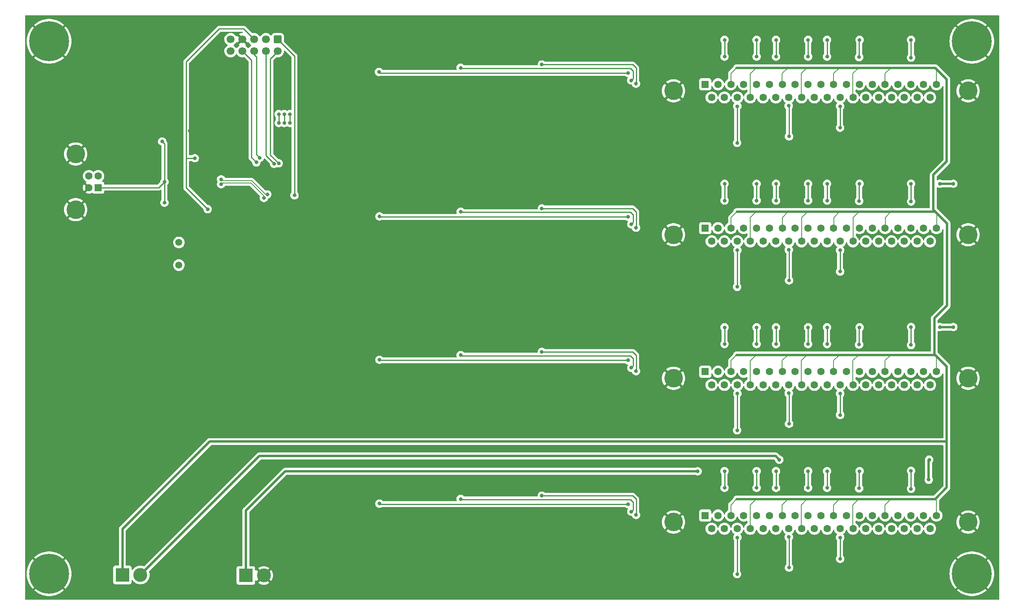
<source format=gbr>
G04 #@! TF.GenerationSoftware,KiCad,Pcbnew,8.0.1*
G04 #@! TF.CreationDate,2024-05-10T13:00:16+03:00*
G04 #@! TF.ProjectId,sensor_current_stand,73656e73-6f72-45f6-9375-7272656e745f,rev?*
G04 #@! TF.SameCoordinates,Original*
G04 #@! TF.FileFunction,Copper,L2,Bot*
G04 #@! TF.FilePolarity,Positive*
%FSLAX46Y46*%
G04 Gerber Fmt 4.6, Leading zero omitted, Abs format (unit mm)*
G04 Created by KiCad (PCBNEW 8.0.1) date 2024-05-10 13:00:16*
%MOMM*%
%LPD*%
G01*
G04 APERTURE LIST*
G04 Aperture macros list*
%AMRoundRect*
0 Rectangle with rounded corners*
0 $1 Rounding radius*
0 $2 $3 $4 $5 $6 $7 $8 $9 X,Y pos of 4 corners*
0 Add a 4 corners polygon primitive as box body*
4,1,4,$2,$3,$4,$5,$6,$7,$8,$9,$2,$3,0*
0 Add four circle primitives for the rounded corners*
1,1,$1+$1,$2,$3*
1,1,$1+$1,$4,$5*
1,1,$1+$1,$6,$7*
1,1,$1+$1,$8,$9*
0 Add four rect primitives between the rounded corners*
20,1,$1+$1,$2,$3,$4,$5,0*
20,1,$1+$1,$4,$5,$6,$7,0*
20,1,$1+$1,$6,$7,$8,$9,0*
20,1,$1+$1,$8,$9,$2,$3,0*%
G04 Aperture macros list end*
G04 #@! TA.AperFunction,ComponentPad*
%ADD10C,4.000000*%
G04 #@! TD*
G04 #@! TA.AperFunction,ComponentPad*
%ADD11R,1.600000X1.600000*%
G04 #@! TD*
G04 #@! TA.AperFunction,ComponentPad*
%ADD12C,1.600000*%
G04 #@! TD*
G04 #@! TA.AperFunction,ComponentPad*
%ADD13C,4.700000*%
G04 #@! TD*
G04 #@! TA.AperFunction,ConnectorPad*
%ADD14C,8.600000*%
G04 #@! TD*
G04 #@! TA.AperFunction,ComponentPad*
%ADD15R,3.000000X3.000000*%
G04 #@! TD*
G04 #@! TA.AperFunction,ComponentPad*
%ADD16C,3.000000*%
G04 #@! TD*
G04 #@! TA.AperFunction,ComponentPad*
%ADD17RoundRect,0.250000X-0.600000X0.600000X-0.600000X-0.600000X0.600000X-0.600000X0.600000X0.600000X0*%
G04 #@! TD*
G04 #@! TA.AperFunction,ComponentPad*
%ADD18C,1.700000*%
G04 #@! TD*
G04 #@! TA.AperFunction,ComponentPad*
%ADD19C,1.500000*%
G04 #@! TD*
G04 #@! TA.AperFunction,ViaPad*
%ADD20C,0.800000*%
G04 #@! TD*
G04 #@! TA.AperFunction,Conductor*
%ADD21C,0.500000*%
G04 #@! TD*
G04 #@! TA.AperFunction,Conductor*
%ADD22C,0.200000*%
G04 #@! TD*
G04 #@! TA.AperFunction,Conductor*
%ADD23C,0.250000*%
G04 #@! TD*
G04 APERTURE END LIST*
D10*
X205700000Y-140050000D03*
X269200000Y-140050000D03*
D11*
X212520000Y-138630000D03*
D12*
X215290000Y-138630000D03*
X218060000Y-138630000D03*
X220830000Y-138630000D03*
X223600000Y-138630000D03*
X226370000Y-138630000D03*
X229140000Y-138630000D03*
X231910000Y-138630000D03*
X234680000Y-138630000D03*
X237450000Y-138630000D03*
X240220000Y-138630000D03*
X242990000Y-138630000D03*
X245760000Y-138630000D03*
X248530000Y-138630000D03*
X251300000Y-138630000D03*
X254070000Y-138630000D03*
X256840000Y-138630000D03*
X259610000Y-138630000D03*
X262380000Y-138630000D03*
X213905000Y-141470000D03*
X216675000Y-141470000D03*
X219445000Y-141470000D03*
X222215000Y-141470000D03*
X224985000Y-141470000D03*
X227755000Y-141470000D03*
X230525000Y-141470000D03*
X233295000Y-141470000D03*
X236065000Y-141470000D03*
X238835000Y-141470000D03*
X241605000Y-141470000D03*
X244375000Y-141470000D03*
X247145000Y-141470000D03*
X249915000Y-141470000D03*
X252685000Y-141470000D03*
X255455000Y-141470000D03*
X258225000Y-141470000D03*
X260995000Y-141470000D03*
D13*
X71100000Y-151200000D03*
D14*
X71100000Y-151200000D03*
D15*
X86892500Y-151450000D03*
D16*
X90772500Y-151450000D03*
D10*
X205700000Y-78100000D03*
X269200000Y-78100000D03*
D11*
X212520000Y-76680000D03*
D12*
X215290000Y-76680000D03*
X218060000Y-76680000D03*
X220830000Y-76680000D03*
X223600000Y-76680000D03*
X226370000Y-76680000D03*
X229140000Y-76680000D03*
X231910000Y-76680000D03*
X234680000Y-76680000D03*
X237450000Y-76680000D03*
X240220000Y-76680000D03*
X242990000Y-76680000D03*
X245760000Y-76680000D03*
X248530000Y-76680000D03*
X251300000Y-76680000D03*
X254070000Y-76680000D03*
X256840000Y-76680000D03*
X259610000Y-76680000D03*
X262380000Y-76680000D03*
X213905000Y-79520000D03*
X216675000Y-79520000D03*
X219445000Y-79520000D03*
X222215000Y-79520000D03*
X224985000Y-79520000D03*
X227755000Y-79520000D03*
X230525000Y-79520000D03*
X233295000Y-79520000D03*
X236065000Y-79520000D03*
X238835000Y-79520000D03*
X241605000Y-79520000D03*
X244375000Y-79520000D03*
X247145000Y-79520000D03*
X249915000Y-79520000D03*
X252685000Y-79520000D03*
X255455000Y-79520000D03*
X258225000Y-79520000D03*
X260995000Y-79520000D03*
D11*
X81687500Y-67950000D03*
D12*
X81687500Y-65450000D03*
X79687500Y-65450000D03*
X79687500Y-67950000D03*
D10*
X76827500Y-72700000D03*
X76827500Y-60700000D03*
X205700000Y-109050000D03*
X269200000Y-109050000D03*
D11*
X212520000Y-107630000D03*
D12*
X215290000Y-107630000D03*
X218060000Y-107630000D03*
X220830000Y-107630000D03*
X223600000Y-107630000D03*
X226370000Y-107630000D03*
X229140000Y-107630000D03*
X231910000Y-107630000D03*
X234680000Y-107630000D03*
X237450000Y-107630000D03*
X240220000Y-107630000D03*
X242990000Y-107630000D03*
X245760000Y-107630000D03*
X248530000Y-107630000D03*
X251300000Y-107630000D03*
X254070000Y-107630000D03*
X256840000Y-107630000D03*
X259610000Y-107630000D03*
X262380000Y-107630000D03*
X213905000Y-110470000D03*
X216675000Y-110470000D03*
X219445000Y-110470000D03*
X222215000Y-110470000D03*
X224985000Y-110470000D03*
X227755000Y-110470000D03*
X230525000Y-110470000D03*
X233295000Y-110470000D03*
X236065000Y-110470000D03*
X238835000Y-110470000D03*
X241605000Y-110470000D03*
X244375000Y-110470000D03*
X247145000Y-110470000D03*
X249915000Y-110470000D03*
X252685000Y-110470000D03*
X255455000Y-110470000D03*
X258225000Y-110470000D03*
X260995000Y-110470000D03*
D15*
X113492500Y-151550000D03*
D16*
X117372500Y-151550000D03*
D17*
X120380000Y-35947500D03*
D18*
X120380000Y-38487500D03*
X117840000Y-35947500D03*
X117840000Y-38487500D03*
X115300000Y-35947500D03*
X115300000Y-38487500D03*
X112760000Y-35947500D03*
X112760000Y-38487500D03*
X110220000Y-35947500D03*
X110220000Y-38487500D03*
D13*
X71100000Y-36400000D03*
D14*
X71100000Y-36400000D03*
D13*
X270000000Y-36400000D03*
D14*
X270000000Y-36400000D03*
D13*
X270000000Y-151200000D03*
D14*
X270000000Y-151200000D03*
D19*
X99080000Y-84637500D03*
X99080000Y-79757500D03*
D10*
X205700000Y-47080000D03*
X269200000Y-47080000D03*
D11*
X212520000Y-45660000D03*
D12*
X215290000Y-45660000D03*
X218060000Y-45660000D03*
X220830000Y-45660000D03*
X223600000Y-45660000D03*
X226370000Y-45660000D03*
X229140000Y-45660000D03*
X231910000Y-45660000D03*
X234680000Y-45660000D03*
X237450000Y-45660000D03*
X240220000Y-45660000D03*
X242990000Y-45660000D03*
X245760000Y-45660000D03*
X248530000Y-45660000D03*
X251300000Y-45660000D03*
X254070000Y-45660000D03*
X256840000Y-45660000D03*
X259610000Y-45660000D03*
X262380000Y-45660000D03*
X213905000Y-48500000D03*
X216675000Y-48500000D03*
X219445000Y-48500000D03*
X222215000Y-48500000D03*
X224985000Y-48500000D03*
X227755000Y-48500000D03*
X230525000Y-48500000D03*
X233295000Y-48500000D03*
X236065000Y-48500000D03*
X238835000Y-48500000D03*
X241605000Y-48500000D03*
X244375000Y-48500000D03*
X247145000Y-48500000D03*
X249915000Y-48500000D03*
X252685000Y-48500000D03*
X255455000Y-48500000D03*
X258225000Y-48500000D03*
X260995000Y-48500000D03*
D20*
X122880000Y-68887500D03*
X195200000Y-37700000D03*
X195100000Y-83300000D03*
X108700000Y-64900000D03*
X159600000Y-83200000D03*
X250400000Y-55500000D03*
X127600000Y-59700000D03*
X101380000Y-55687500D03*
X248200000Y-87900000D03*
X142200000Y-52200000D03*
X177000000Y-130600000D03*
X177000000Y-83000000D03*
X142100000Y-68500000D03*
X128500000Y-110500000D03*
X121300000Y-58300000D03*
X142200000Y-130800000D03*
X113700000Y-73100000D03*
X113800000Y-70400000D03*
X103100000Y-128500000D03*
X106900000Y-50600000D03*
X159500000Y-114100000D03*
X159400000Y-99700000D03*
X177100000Y-145100000D03*
X129300000Y-127300000D03*
X124300000Y-79600000D03*
X195300000Y-145100000D03*
X110800000Y-63100000D03*
X195300000Y-130700000D03*
X159700000Y-68500000D03*
X249000000Y-150000000D03*
X248900000Y-117900000D03*
X128600000Y-124200000D03*
X114500000Y-75600000D03*
X98600000Y-64100000D03*
X133800000Y-120700000D03*
X159700000Y-52000000D03*
X93200000Y-138100000D03*
X105700000Y-68800000D03*
X159400000Y-130700000D03*
X177300000Y-114000000D03*
X112200000Y-125000000D03*
X128400000Y-118100000D03*
X195100000Y-99500000D03*
X106400000Y-73900000D03*
X177100000Y-68600000D03*
X105200000Y-58800000D03*
X142200000Y-37600000D03*
X142100000Y-145100000D03*
X142300000Y-114000000D03*
X209500000Y-148800000D03*
X107700000Y-37200000D03*
X195200000Y-114200000D03*
X159600000Y-37500000D03*
X141900000Y-83000000D03*
X98700000Y-46800000D03*
X134055777Y-59798498D03*
X159600000Y-145100000D03*
X111280000Y-75687500D03*
X113300000Y-54300000D03*
X122000000Y-66100000D03*
X195300000Y-52300000D03*
X117100000Y-73000000D03*
X208400000Y-118100000D03*
X89700000Y-66687500D03*
X208300000Y-86800000D03*
X177500000Y-37600000D03*
X133528145Y-91726698D03*
X127000000Y-83400000D03*
X177100000Y-52200000D03*
X195300000Y-68600000D03*
X206500000Y-55700000D03*
X228500000Y-126600000D03*
X260700000Y-130900000D03*
X260800000Y-126600000D03*
X95980000Y-66687500D03*
X95980000Y-71187500D03*
X95480000Y-57987500D03*
X105280000Y-72587500D03*
X102500000Y-61600000D03*
X120600000Y-62700000D03*
X116500000Y-61500000D03*
X124000000Y-69600000D03*
X115775000Y-62500000D03*
X119600000Y-62800000D03*
X117408768Y-70158732D03*
X108180000Y-67212500D03*
X118151232Y-69416268D03*
X108180000Y-66162500D03*
X227800000Y-129070000D03*
X210900000Y-129100000D03*
X227800000Y-98070000D03*
X223600000Y-129070000D03*
X234700000Y-36100000D03*
X238800000Y-39700000D03*
X234700000Y-132670000D03*
X245800000Y-129070000D03*
X256900000Y-39900000D03*
X234700000Y-70720000D03*
X216700000Y-36100000D03*
X223600000Y-98070000D03*
X216700000Y-129070000D03*
X256900000Y-70920000D03*
X234700000Y-98070000D03*
X216700000Y-67120000D03*
X223600000Y-101670000D03*
X223600000Y-67120000D03*
X238800000Y-101670000D03*
X266000000Y-98000000D03*
X238800000Y-132670000D03*
X227800000Y-36100000D03*
X216700000Y-98070000D03*
X223600000Y-70720000D03*
X263100000Y-98000000D03*
X234700000Y-101670000D03*
X227800000Y-67120000D03*
X227800000Y-70720000D03*
X256900000Y-67100000D03*
X223600000Y-132670000D03*
X245700000Y-132770000D03*
X227800000Y-39700000D03*
X238800000Y-98070000D03*
X234700000Y-129070000D03*
X245700000Y-70820000D03*
X216700000Y-101670000D03*
X238800000Y-129070000D03*
X227800000Y-101670000D03*
X256900000Y-101870000D03*
X227800000Y-132670000D03*
X234700000Y-39700000D03*
X216700000Y-70720000D03*
X223600000Y-39700000D03*
X245800000Y-98070000D03*
X238800000Y-70720000D03*
X256900000Y-129000000D03*
X238800000Y-36100000D03*
X256900000Y-132870000D03*
X256900000Y-98000000D03*
X266000000Y-67100000D03*
X245800000Y-67120000D03*
X263100000Y-67100000D03*
X256900000Y-36100000D03*
X223600000Y-36100000D03*
X245700000Y-39800000D03*
X245700000Y-101770000D03*
X216700000Y-39700000D03*
X216700000Y-132670000D03*
X238800000Y-67120000D03*
X234700000Y-67120000D03*
X245800000Y-36100000D03*
X120600000Y-54000000D03*
X120600000Y-52100000D03*
X123000000Y-54000000D03*
X123000000Y-52100000D03*
X121800000Y-52100000D03*
X121787347Y-53987347D03*
X241605000Y-50400000D03*
X241600000Y-55000000D03*
X177300000Y-41400000D03*
X197600000Y-45537653D03*
X219400000Y-58300000D03*
X219445000Y-50400000D03*
X142200000Y-43000000D03*
X195900000Y-43200000D03*
X230600000Y-56900000D03*
X230525000Y-50300000D03*
X159800000Y-42100000D03*
X196587347Y-44812653D03*
X177310000Y-72440000D03*
X197610000Y-76577653D03*
X159803674Y-73140000D03*
X196597347Y-75852653D03*
X219410000Y-89340000D03*
X219455000Y-81440000D03*
X230535000Y-81340000D03*
X230610000Y-87940000D03*
X241610000Y-86040000D03*
X241615000Y-81440000D03*
X195910000Y-74240000D03*
X142303674Y-74140000D03*
X195910000Y-105165000D03*
X142303674Y-105065000D03*
X219455000Y-112365000D03*
X219410000Y-120265000D03*
X241615000Y-112365000D03*
X241610000Y-116965000D03*
X159803674Y-104065000D03*
X196597347Y-106777653D03*
X230610000Y-118865000D03*
X230535000Y-112265000D03*
X177310000Y-103365000D03*
X197610000Y-107502653D03*
X241610000Y-147965000D03*
X241615000Y-143365000D03*
X196597347Y-137777653D03*
X159803674Y-135065000D03*
X142303674Y-136065000D03*
X195910000Y-136165000D03*
X219455000Y-143365000D03*
X219410000Y-151265000D03*
X230610000Y-149865000D03*
X230535000Y-143265000D03*
X197610000Y-138502653D03*
X177310000Y-134365000D03*
D21*
X264600000Y-62300000D02*
X261700000Y-65200000D01*
X223500000Y-104000000D02*
X262100000Y-104000000D01*
D22*
X244357500Y-105242500D02*
X245642500Y-103957500D01*
X251300000Y-105240000D02*
X252540000Y-104000000D01*
X222215000Y-105285000D02*
X223500000Y-104000000D01*
D21*
X86892500Y-141507500D02*
X86892500Y-151450000D01*
D22*
X218060000Y-105240000D02*
X219300000Y-104000000D01*
D21*
X262100000Y-42100000D02*
X264600000Y-44600000D01*
D22*
X240200000Y-107560000D02*
X240200000Y-105240000D01*
X233297500Y-74382500D02*
X234582500Y-73097500D01*
X218060000Y-136340000D02*
X219300000Y-135100000D01*
X229100000Y-45660000D02*
X229100000Y-43340000D01*
D21*
X262100000Y-104000000D02*
X264600000Y-106500000D01*
D22*
X229140000Y-76700000D02*
X229140000Y-74380000D01*
X244397500Y-79497500D02*
X244397500Y-74382500D01*
X229100000Y-105240000D02*
X230340000Y-104000000D01*
D21*
X223500000Y-135100000D02*
X262100000Y-135100000D01*
D22*
X251300000Y-107560000D02*
X251300000Y-105240000D01*
X262380000Y-104280000D02*
X262200000Y-104100000D01*
X251300000Y-138660000D02*
X251300000Y-136340000D01*
X251300000Y-43340000D02*
X252540000Y-42100000D01*
X262380000Y-42380000D02*
X262200000Y-42200000D01*
X218060000Y-138660000D02*
X218060000Y-136340000D01*
D21*
X261700000Y-72700000D02*
X262140000Y-73140000D01*
D22*
X233257500Y-43342500D02*
X234542500Y-42057500D01*
X244357500Y-136342500D02*
X245642500Y-135057500D01*
X218060000Y-107560000D02*
X218060000Y-105240000D01*
X244357500Y-48457500D02*
X244357500Y-43342500D01*
D21*
X261900000Y-96100000D02*
X261900000Y-103800000D01*
X219340000Y-73140000D02*
X223540000Y-73140000D01*
D22*
X222255000Y-74425000D02*
X223540000Y-73140000D01*
D21*
X261700000Y-65200000D02*
X261700000Y-72700000D01*
X264600000Y-106500000D02*
X264600000Y-122700000D01*
D22*
X262420000Y-73420000D02*
X262240000Y-73240000D01*
X229100000Y-43340000D02*
X230340000Y-42100000D01*
D21*
X223500000Y-42100000D02*
X262100000Y-42100000D01*
D22*
X251340000Y-74380000D02*
X252580000Y-73140000D01*
X233257500Y-48457500D02*
X233257500Y-43342500D01*
X251300000Y-136340000D02*
X252540000Y-135100000D01*
X229100000Y-138660000D02*
X229100000Y-136340000D01*
X262380000Y-107560000D02*
X262380000Y-104280000D01*
X233257500Y-141457500D02*
X233257500Y-136342500D01*
X251340000Y-76700000D02*
X251340000Y-74380000D01*
D21*
X264600000Y-122700000D02*
X264600000Y-132600000D01*
D22*
X229100000Y-136340000D02*
X230340000Y-135100000D01*
X218060000Y-43340000D02*
X219300000Y-42100000D01*
X240200000Y-105240000D02*
X241440000Y-104000000D01*
X222215000Y-43385000D02*
X223500000Y-42100000D01*
D21*
X262140000Y-73140000D02*
X264640000Y-75640000D01*
D22*
X229140000Y-74380000D02*
X230380000Y-73140000D01*
X218060000Y-45660000D02*
X218060000Y-43340000D01*
D21*
X223540000Y-73140000D02*
X262140000Y-73140000D01*
D22*
X244357500Y-110357500D02*
X244357500Y-105242500D01*
X222215000Y-141500000D02*
X222215000Y-136385000D01*
X262380000Y-138660000D02*
X262380000Y-135380000D01*
D21*
X219300000Y-104000000D02*
X223500000Y-104000000D01*
D22*
X244357500Y-141457500D02*
X244357500Y-136342500D01*
X240240000Y-74380000D02*
X241480000Y-73140000D01*
X218100000Y-74380000D02*
X219340000Y-73140000D01*
X240200000Y-136340000D02*
X241440000Y-135100000D01*
D21*
X264600000Y-44600000D02*
X264600000Y-62300000D01*
D22*
X218100000Y-76700000D02*
X218100000Y-74380000D01*
D21*
X261900000Y-103800000D02*
X262100000Y-104000000D01*
D22*
X262420000Y-76700000D02*
X262420000Y-73420000D01*
X233257500Y-136342500D02*
X234542500Y-135057500D01*
X240200000Y-138660000D02*
X240200000Y-136340000D01*
D21*
X105700000Y-122700000D02*
X86892500Y-141507500D01*
D22*
X244357500Y-43342500D02*
X245642500Y-42057500D01*
X251300000Y-45660000D02*
X251300000Y-43340000D01*
X222215000Y-110400000D02*
X222215000Y-105285000D01*
X262380000Y-45660000D02*
X262380000Y-42380000D01*
D21*
X264640000Y-75640000D02*
X264640000Y-93360000D01*
D22*
X233297500Y-79497500D02*
X233297500Y-74382500D01*
X240240000Y-76700000D02*
X240240000Y-74380000D01*
X233257500Y-110357500D02*
X233257500Y-105242500D01*
X222215000Y-48500000D02*
X222215000Y-43385000D01*
D21*
X219300000Y-42100000D02*
X223500000Y-42100000D01*
X219300000Y-135100000D02*
X223500000Y-135100000D01*
D22*
X229100000Y-107560000D02*
X229100000Y-105240000D01*
X262380000Y-135380000D02*
X262200000Y-135200000D01*
X244397500Y-74382500D02*
X245682500Y-73097500D01*
X233257500Y-105242500D02*
X234542500Y-103957500D01*
D21*
X264600000Y-122700000D02*
X105700000Y-122700000D01*
X264640000Y-93360000D02*
X261900000Y-96100000D01*
X264600000Y-132600000D02*
X262100000Y-135100000D01*
D22*
X240200000Y-43340000D02*
X241440000Y-42100000D01*
X222215000Y-136385000D02*
X223500000Y-135100000D01*
X240200000Y-45660000D02*
X240200000Y-43340000D01*
X222255000Y-79540000D02*
X222255000Y-74425000D01*
D21*
X227700000Y-125800000D02*
X116422500Y-125800000D01*
X260800000Y-126600000D02*
X260700000Y-126700000D01*
X116422500Y-125800000D02*
X90772500Y-151450000D01*
X228500000Y-126600000D02*
X227700000Y-125800000D01*
X260700000Y-126700000D02*
X260700000Y-130900000D01*
D23*
X94717500Y-67950000D02*
X95980000Y-66687500D01*
X95980000Y-66687500D02*
X95980000Y-58487500D01*
X81687500Y-67950000D02*
X94717500Y-67950000D01*
X95980000Y-66687500D02*
X95980000Y-71187500D01*
X95980000Y-58487500D02*
X95480000Y-57987500D01*
X113040000Y-33687500D02*
X115300000Y-35947500D01*
X100655000Y-40812500D02*
X107780000Y-33687500D01*
X100655000Y-61600000D02*
X100655000Y-40812500D01*
X105280000Y-72587500D02*
X100655000Y-67962500D01*
X107780000Y-33687500D02*
X113040000Y-33687500D01*
X102500000Y-61600000D02*
X100655000Y-61600000D01*
X100655000Y-67962500D02*
X100655000Y-61600000D01*
X120600000Y-62700000D02*
X118800000Y-60900000D01*
X118800000Y-40200000D02*
X120380000Y-38620000D01*
X120380000Y-38620000D02*
X120380000Y-38487500D01*
X118800000Y-60900000D02*
X118800000Y-40200000D01*
X116500000Y-61500000D02*
X115800000Y-60800000D01*
X115800000Y-38987500D02*
X115300000Y-38487500D01*
X115800000Y-39800000D02*
X115300000Y-39300000D01*
X115300000Y-39300000D02*
X115300000Y-38487500D01*
X115800000Y-60800000D02*
X115800000Y-39800000D01*
X124000000Y-39567500D02*
X120380000Y-35947500D01*
X124000000Y-69600000D02*
X124000000Y-39567500D01*
X114700000Y-40427500D02*
X112760000Y-38487500D01*
X114700000Y-61425000D02*
X114700000Y-40427500D01*
X115775000Y-62500000D02*
X114700000Y-61425000D01*
X117840000Y-61040000D02*
X117840000Y-38487500D01*
X119600000Y-62800000D02*
X117840000Y-61040000D01*
D22*
X108180000Y-67212500D02*
X108479999Y-66912501D01*
X114586802Y-66912501D02*
X117408768Y-69734467D01*
X117408768Y-69734467D02*
X117408768Y-70158732D01*
X108479999Y-66912501D02*
X114586802Y-66912501D01*
X108479999Y-66462499D02*
X114773198Y-66462499D01*
X114773198Y-66462499D02*
X117726967Y-69416268D01*
X117726967Y-69416268D02*
X118151232Y-69416268D01*
X108180000Y-66162500D02*
X108479999Y-66462499D01*
D23*
X216700000Y-70720000D02*
X216700000Y-67120000D01*
X256900000Y-39900000D02*
X256900000Y-39400000D01*
X256900000Y-70420000D02*
X256900000Y-67120000D01*
D21*
X210900000Y-129100000D02*
X122000000Y-129100000D01*
D23*
X223600000Y-70120000D02*
X223600000Y-67120000D01*
X227800000Y-70720000D02*
X227800000Y-70120000D01*
X245700000Y-98170000D02*
X245800000Y-98070000D01*
X256900000Y-101870000D02*
X256900000Y-101370000D01*
X256900000Y-101370000D02*
X256900000Y-98070000D01*
X223600000Y-132070000D02*
X223600000Y-129070000D01*
D21*
X122000000Y-129100000D02*
X113507500Y-137592500D01*
D23*
X256900000Y-132870000D02*
X256900000Y-132370000D01*
X227800000Y-132070000D02*
X227800000Y-129070000D01*
X256900000Y-70920000D02*
X256900000Y-70420000D01*
X256900000Y-39400000D02*
X256900000Y-36100000D01*
X216700000Y-132670000D02*
X216700000Y-129070000D01*
X223600000Y-39700000D02*
X223600000Y-39100000D01*
X216700000Y-101670000D02*
X216700000Y-98070000D01*
X245700000Y-36200000D02*
X245800000Y-36100000D01*
X238800000Y-70720000D02*
X238800000Y-67120000D01*
X223600000Y-132670000D02*
X223600000Y-132070000D01*
X227800000Y-101070000D02*
X227800000Y-98070000D01*
X245700000Y-67220000D02*
X245800000Y-67120000D01*
X238800000Y-39700000D02*
X238800000Y-36100000D01*
D21*
X113492500Y-137592500D02*
X113492500Y-151550000D01*
D23*
X238800000Y-132670000D02*
X238800000Y-129070000D01*
X223600000Y-101670000D02*
X223600000Y-101070000D01*
X227800000Y-39700000D02*
X227800000Y-39100000D01*
X227800000Y-39100000D02*
X227800000Y-36100000D01*
X216700000Y-39700000D02*
X216700000Y-36100000D01*
X227800000Y-70120000D02*
X227800000Y-67120000D01*
X234700000Y-101670000D02*
X234700000Y-98070000D01*
D21*
X263100000Y-67100000D02*
X266000000Y-67100000D01*
D23*
X223600000Y-39100000D02*
X223600000Y-36100000D01*
X223600000Y-101070000D02*
X223600000Y-98070000D01*
X256900000Y-132370000D02*
X256900000Y-129070000D01*
X234700000Y-39700000D02*
X234700000Y-36100000D01*
X245700000Y-70820000D02*
X245700000Y-67220000D01*
X234700000Y-70720000D02*
X234700000Y-67120000D01*
X227800000Y-101670000D02*
X227800000Y-101070000D01*
D21*
X113507500Y-137592500D02*
X113492500Y-137592500D01*
D23*
X238800000Y-101670000D02*
X238800000Y-98070000D01*
X245700000Y-129170000D02*
X245800000Y-129070000D01*
X227800000Y-132670000D02*
X227800000Y-132070000D01*
X245700000Y-101770000D02*
X245700000Y-98170000D01*
X245700000Y-132770000D02*
X245700000Y-129170000D01*
X223600000Y-70720000D02*
X223600000Y-70120000D01*
D21*
X263100000Y-98000000D02*
X266000000Y-98000000D01*
D23*
X234700000Y-132670000D02*
X234700000Y-129070000D01*
X245700000Y-39800000D02*
X245700000Y-36200000D01*
X120600000Y-52100000D02*
X120600000Y-54000000D01*
X123000000Y-54000000D02*
X123000000Y-52100000D01*
X121800000Y-52100000D02*
X121800000Y-53974694D01*
X121800000Y-53974694D02*
X121787347Y-53987347D01*
X241600000Y-50405000D02*
X241600000Y-55000000D01*
X241605000Y-50400000D02*
X241600000Y-50405000D01*
X197600000Y-45537653D02*
X197650000Y-45487653D01*
X197650000Y-45487653D02*
X197650000Y-42150000D01*
X196900000Y-41400000D02*
X177300000Y-41400000D01*
X197650000Y-42150000D02*
X196900000Y-41400000D01*
X219445000Y-50400000D02*
X219400000Y-50445000D01*
X219400000Y-50445000D02*
X219400000Y-58300000D01*
X195900000Y-43200000D02*
X142400000Y-43200000D01*
X142400000Y-43200000D02*
X142200000Y-43000000D01*
X230600000Y-50375000D02*
X230600000Y-56900000D01*
X230525000Y-50300000D02*
X230600000Y-50375000D01*
X197000000Y-42800000D02*
X196400000Y-42200000D01*
X159900000Y-42200000D02*
X159800000Y-42100000D01*
X197000000Y-44400000D02*
X197000000Y-42800000D01*
X196587347Y-44812653D02*
X197000000Y-44400000D01*
X196400000Y-42200000D02*
X159900000Y-42200000D01*
X197610000Y-76577653D02*
X197660000Y-76527653D01*
X197660000Y-76527653D02*
X197660000Y-73190000D01*
X196910000Y-72440000D02*
X177310000Y-72440000D01*
X197660000Y-73190000D02*
X196910000Y-72440000D01*
X197010000Y-75440000D02*
X197010000Y-73840000D01*
X197010000Y-73840000D02*
X196410000Y-73240000D01*
X196410000Y-73240000D02*
X159910000Y-73240000D01*
X196597347Y-75852653D02*
X197010000Y-75440000D01*
X219410000Y-81485000D02*
X219410000Y-89340000D01*
X230610000Y-81415000D02*
X230610000Y-87940000D01*
X241610000Y-81445000D02*
X241610000Y-86040000D01*
X195910000Y-74240000D02*
X142410000Y-74240000D01*
X195910000Y-105165000D02*
X142410000Y-105165000D01*
X219410000Y-112410000D02*
X219410000Y-120265000D01*
X241610000Y-112370000D02*
X241610000Y-116965000D01*
X197010000Y-104765000D02*
X196410000Y-104165000D01*
X196410000Y-104165000D02*
X159910000Y-104165000D01*
X197010000Y-106365000D02*
X197010000Y-104765000D01*
X196597347Y-106777653D02*
X197010000Y-106365000D01*
X230610000Y-112340000D02*
X230610000Y-118865000D01*
X197610000Y-107502653D02*
X197660000Y-107452653D01*
X197660000Y-104115000D02*
X196910000Y-103365000D01*
X197660000Y-107452653D02*
X197660000Y-104115000D01*
X196910000Y-103365000D02*
X177310000Y-103365000D01*
X241610000Y-143370000D02*
X241610000Y-147965000D01*
X197010000Y-137365000D02*
X197010000Y-135765000D01*
X196597347Y-137777653D02*
X197010000Y-137365000D01*
X197010000Y-135765000D02*
X196410000Y-135165000D01*
X196410000Y-135165000D02*
X159910000Y-135165000D01*
X195910000Y-136165000D02*
X142410000Y-136165000D01*
X219410000Y-143410000D02*
X219410000Y-151265000D01*
X230610000Y-143340000D02*
X230610000Y-149865000D01*
X197660000Y-138452653D02*
X197660000Y-135115000D01*
X196910000Y-134365000D02*
X177310000Y-134365000D01*
X197660000Y-135115000D02*
X196910000Y-134365000D01*
X197610000Y-138502653D02*
X197660000Y-138452653D01*
G04 #@! TA.AperFunction,Conductor*
G36*
X112294075Y-36140493D02*
G01*
X112359901Y-36254507D01*
X112452993Y-36347599D01*
X112567007Y-36413425D01*
X112630590Y-36430462D01*
X111998625Y-37062425D01*
X112074594Y-37115619D01*
X112118219Y-37170196D01*
X112125413Y-37239694D01*
X112093890Y-37302049D01*
X112074595Y-37318769D01*
X111888594Y-37449008D01*
X111721505Y-37616097D01*
X111591575Y-37801658D01*
X111536998Y-37845283D01*
X111467500Y-37852477D01*
X111405145Y-37820954D01*
X111388425Y-37801658D01*
X111258494Y-37616097D01*
X111091402Y-37449006D01*
X111091396Y-37449001D01*
X110905842Y-37319075D01*
X110862217Y-37264498D01*
X110855023Y-37195000D01*
X110886546Y-37132645D01*
X110905842Y-37115925D01*
X111048325Y-37016157D01*
X111091401Y-36985995D01*
X111258495Y-36818901D01*
X111388732Y-36632903D01*
X111443307Y-36589280D01*
X111512805Y-36582086D01*
X111575160Y-36613609D01*
X111591880Y-36632905D01*
X111645073Y-36708873D01*
X112277037Y-36076909D01*
X112294075Y-36140493D01*
G37*
G04 #@! TD.AperFunction*
G04 #@! TA.AperFunction,Conductor*
G36*
X113874925Y-36708873D02*
G01*
X113928119Y-36632905D01*
X113982696Y-36589281D01*
X114052195Y-36582088D01*
X114114549Y-36613610D01*
X114131269Y-36632905D01*
X114261505Y-36818901D01*
X114261506Y-36818902D01*
X114428597Y-36985993D01*
X114428603Y-36985998D01*
X114614158Y-37115925D01*
X114657783Y-37170502D01*
X114664977Y-37240000D01*
X114633454Y-37302355D01*
X114614158Y-37319075D01*
X114428597Y-37449005D01*
X114261505Y-37616097D01*
X114131575Y-37801658D01*
X114076998Y-37845283D01*
X114007500Y-37852477D01*
X113945145Y-37820954D01*
X113928425Y-37801658D01*
X113798494Y-37616097D01*
X113631402Y-37449006D01*
X113631401Y-37449005D01*
X113445405Y-37318769D01*
X113401781Y-37264192D01*
X113394588Y-37194693D01*
X113426110Y-37132339D01*
X113445405Y-37115619D01*
X113521373Y-37062425D01*
X112889409Y-36430462D01*
X112952993Y-36413425D01*
X113067007Y-36347599D01*
X113160099Y-36254507D01*
X113225925Y-36140493D01*
X113242962Y-36076909D01*
X113874925Y-36708873D01*
G37*
G04 #@! TD.AperFunction*
G04 #@! TA.AperFunction,Conductor*
G36*
X275843039Y-30819685D02*
G01*
X275888794Y-30872489D01*
X275900000Y-30924000D01*
X275900000Y-156676000D01*
X275880315Y-156743039D01*
X275827511Y-156788794D01*
X275776000Y-156800000D01*
X66024000Y-156800000D01*
X65956961Y-156780315D01*
X65911206Y-156727511D01*
X65900000Y-156676000D01*
X65900000Y-151200003D01*
X66295162Y-151200003D01*
X66314504Y-151630692D01*
X66314505Y-151630701D01*
X66372378Y-152057938D01*
X66468313Y-152478258D01*
X66601542Y-152888296D01*
X66601545Y-152888304D01*
X66770985Y-153284730D01*
X66770989Y-153284738D01*
X66975294Y-153664399D01*
X67212799Y-154024207D01*
X67212800Y-154024208D01*
X67481608Y-154361282D01*
X67532223Y-154414221D01*
X69413097Y-152533347D01*
X69480076Y-152620635D01*
X69679365Y-152819924D01*
X69766651Y-152886901D01*
X67886877Y-154766675D01*
X68104227Y-154956569D01*
X68104244Y-154956582D01*
X68453024Y-155209986D01*
X68823140Y-155431120D01*
X68823146Y-155431123D01*
X69211569Y-155618178D01*
X69211583Y-155618184D01*
X69615209Y-155769667D01*
X69615234Y-155769675D01*
X70030816Y-155884369D01*
X70455023Y-155961351D01*
X70884435Y-155999999D01*
X70884438Y-156000000D01*
X71315562Y-156000000D01*
X71315564Y-155999999D01*
X71744976Y-155961351D01*
X72169183Y-155884369D01*
X72584765Y-155769675D01*
X72584790Y-155769667D01*
X72988416Y-155618184D01*
X72988430Y-155618178D01*
X73376853Y-155431123D01*
X73376859Y-155431120D01*
X73746975Y-155209986D01*
X74095755Y-154956582D01*
X74095772Y-154956569D01*
X74313121Y-154766675D01*
X72433348Y-152886901D01*
X72520635Y-152819924D01*
X72719924Y-152620635D01*
X72786901Y-152533348D01*
X74667775Y-154414222D01*
X74667776Y-154414222D01*
X74718386Y-154361289D01*
X74718386Y-154361288D01*
X74987199Y-154024208D01*
X74987200Y-154024207D01*
X75224705Y-153664399D01*
X75429010Y-153284738D01*
X75429014Y-153284730D01*
X75551623Y-152997870D01*
X84892000Y-152997870D01*
X84892001Y-152997876D01*
X84898408Y-153057483D01*
X84948702Y-153192328D01*
X84948706Y-153192335D01*
X85034952Y-153307544D01*
X85034955Y-153307547D01*
X85150164Y-153393793D01*
X85150171Y-153393797D01*
X85285017Y-153444091D01*
X85285016Y-153444091D01*
X85291944Y-153444835D01*
X85344627Y-153450500D01*
X88440372Y-153450499D01*
X88499983Y-153444091D01*
X88634831Y-153393796D01*
X88750046Y-153307546D01*
X88836296Y-153192331D01*
X88886591Y-153057483D01*
X88893000Y-152997873D01*
X88892999Y-152650023D01*
X88912683Y-152582987D01*
X88965487Y-152537232D01*
X89034646Y-152527288D01*
X89098201Y-152556313D01*
X89116266Y-152575716D01*
X89256754Y-152763387D01*
X89256770Y-152763405D01*
X89459094Y-152965729D01*
X89459112Y-152965745D01*
X89688182Y-153137224D01*
X89688190Y-153137229D01*
X89939333Y-153274364D01*
X89939332Y-153274364D01*
X89939336Y-153274365D01*
X89939339Y-153274367D01*
X90207454Y-153374369D01*
X90207460Y-153374370D01*
X90207462Y-153374371D01*
X90487066Y-153435195D01*
X90487068Y-153435195D01*
X90487072Y-153435196D01*
X90740720Y-153453337D01*
X90772499Y-153455610D01*
X90772500Y-153455610D01*
X90772501Y-153455610D01*
X90801095Y-153453564D01*
X91057928Y-153435196D01*
X91185034Y-153407546D01*
X91337537Y-153374371D01*
X91337537Y-153374370D01*
X91337546Y-153374369D01*
X91605661Y-153274367D01*
X91856815Y-153137226D01*
X91909389Y-153097870D01*
X111492000Y-153097870D01*
X111492001Y-153097876D01*
X111498408Y-153157483D01*
X111548702Y-153292328D01*
X111548706Y-153292335D01*
X111634952Y-153407544D01*
X111634955Y-153407547D01*
X111750164Y-153493793D01*
X111750171Y-153493797D01*
X111885017Y-153544091D01*
X111885016Y-153544091D01*
X111891944Y-153544835D01*
X111944627Y-153550500D01*
X115040372Y-153550499D01*
X115099983Y-153544091D01*
X115234831Y-153493796D01*
X115350046Y-153407546D01*
X115436296Y-153292331D01*
X115486591Y-153157483D01*
X115493000Y-153097873D01*
X115492999Y-152749189D01*
X115512683Y-152682154D01*
X115565487Y-152636399D01*
X115634646Y-152626455D01*
X115698201Y-152655480D01*
X115716266Y-152674882D01*
X115792383Y-152776562D01*
X116600046Y-151968899D01*
X116692843Y-152107780D01*
X116814720Y-152229657D01*
X116953599Y-152322453D01*
X116145936Y-153130115D01*
X116288460Y-153236807D01*
X116288461Y-153236808D01*
X116539542Y-153373908D01*
X116539541Y-153373908D01*
X116807604Y-153473890D01*
X117087137Y-153534699D01*
X117372499Y-153555109D01*
X117372501Y-153555109D01*
X117657862Y-153534699D01*
X117937395Y-153473890D01*
X118205458Y-153373908D01*
X118456547Y-153236803D01*
X118599061Y-153130116D01*
X118599062Y-153130115D01*
X117791400Y-152322453D01*
X117930280Y-152229657D01*
X118052157Y-152107780D01*
X118144953Y-151968900D01*
X118952615Y-152776562D01*
X118952616Y-152776561D01*
X119059303Y-152634047D01*
X119196408Y-152382958D01*
X119296390Y-152114895D01*
X119357199Y-151835362D01*
X119377609Y-151550001D01*
X119377609Y-151549998D01*
X119357199Y-151264637D01*
X119296390Y-150985104D01*
X119196408Y-150717041D01*
X119059308Y-150465961D01*
X119059307Y-150465960D01*
X118952615Y-150323436D01*
X118144952Y-151131098D01*
X118052157Y-150992220D01*
X117930280Y-150870343D01*
X117791399Y-150777546D01*
X118599062Y-149969883D01*
X118599061Y-149969882D01*
X118456546Y-149863196D01*
X118456538Y-149863191D01*
X118205457Y-149726091D01*
X118205458Y-149726091D01*
X117937395Y-149626109D01*
X117657862Y-149565300D01*
X117372501Y-149544891D01*
X117372499Y-149544891D01*
X117087137Y-149565300D01*
X116807604Y-149626109D01*
X116539541Y-149726091D01*
X116288461Y-149863191D01*
X116288453Y-149863196D01*
X116145937Y-149969882D01*
X116145936Y-149969883D01*
X116953600Y-150777546D01*
X116814720Y-150870343D01*
X116692843Y-150992220D01*
X116600046Y-151131099D01*
X115792383Y-150323436D01*
X115792382Y-150323437D01*
X115716266Y-150425117D01*
X115660333Y-150466989D01*
X115590641Y-150471973D01*
X115529318Y-150438488D01*
X115495833Y-150377165D01*
X115492999Y-150350807D01*
X115492999Y-150002129D01*
X115492998Y-150002123D01*
X115492997Y-150002116D01*
X115486591Y-149942517D01*
X115471527Y-149902129D01*
X115436297Y-149807671D01*
X115436293Y-149807664D01*
X115350047Y-149692455D01*
X115350044Y-149692452D01*
X115234835Y-149606206D01*
X115234828Y-149606202D01*
X115099982Y-149555908D01*
X115099983Y-149555908D01*
X115040383Y-149549501D01*
X115040381Y-149549500D01*
X115040373Y-149549500D01*
X115040365Y-149549500D01*
X114367000Y-149549500D01*
X114299961Y-149529815D01*
X114254206Y-149477011D01*
X114243000Y-149425500D01*
X114243000Y-140050005D01*
X203195057Y-140050005D01*
X203214807Y-140363942D01*
X203214808Y-140363949D01*
X203273755Y-140672958D01*
X203370963Y-140972132D01*
X203370965Y-140972137D01*
X203504900Y-141256761D01*
X203504903Y-141256767D01*
X203673457Y-141522367D01*
X203673460Y-141522371D01*
X203764286Y-141632160D01*
X204405748Y-140990698D01*
X204479588Y-141092330D01*
X204657670Y-141270412D01*
X204759300Y-141344250D01*
X204114971Y-141988579D01*
X204114972Y-141988581D01*
X204357772Y-142164985D01*
X204357790Y-142164996D01*
X204633447Y-142316540D01*
X204633455Y-142316544D01*
X204925926Y-142432340D01*
X205230620Y-142510573D01*
X205230629Y-142510575D01*
X205542701Y-142549999D01*
X205542715Y-142550000D01*
X205857285Y-142550000D01*
X205857298Y-142549999D01*
X206169370Y-142510575D01*
X206169379Y-142510573D01*
X206474073Y-142432340D01*
X206766544Y-142316544D01*
X206766552Y-142316540D01*
X207042209Y-142164996D01*
X207042219Y-142164990D01*
X207285026Y-141988579D01*
X207285027Y-141988579D01*
X206640698Y-141344251D01*
X206742330Y-141270412D01*
X206920412Y-141092330D01*
X206994251Y-140990699D01*
X207635712Y-141632160D01*
X207726544Y-141522364D01*
X207895096Y-141256767D01*
X207895099Y-141256761D01*
X208029034Y-140972137D01*
X208029036Y-140972132D01*
X208126244Y-140672958D01*
X208185191Y-140363949D01*
X208185192Y-140363942D01*
X208204943Y-140050005D01*
X208204943Y-140049994D01*
X208185192Y-139736057D01*
X208185191Y-139736050D01*
X208126244Y-139427041D01*
X208029036Y-139127867D01*
X208029034Y-139127862D01*
X207895099Y-138843238D01*
X207895096Y-138843232D01*
X207726542Y-138577632D01*
X207726539Y-138577628D01*
X207635712Y-138467838D01*
X206994250Y-139109300D01*
X206920412Y-139007670D01*
X206742330Y-138829588D01*
X206640698Y-138755748D01*
X207285027Y-138111419D01*
X207285026Y-138111417D01*
X207042227Y-137935014D01*
X207042209Y-137935003D01*
X206766552Y-137783459D01*
X206766544Y-137783455D01*
X206474073Y-137667659D01*
X206169379Y-137589426D01*
X206169370Y-137589424D01*
X205857298Y-137550000D01*
X205542701Y-137550000D01*
X205230629Y-137589424D01*
X205230620Y-137589426D01*
X204925926Y-137667659D01*
X204633455Y-137783455D01*
X204633447Y-137783459D01*
X204357787Y-137935004D01*
X204357782Y-137935007D01*
X204114972Y-138111418D01*
X204114971Y-138111419D01*
X204759301Y-138755748D01*
X204657670Y-138829588D01*
X204479588Y-139007670D01*
X204405748Y-139109300D01*
X203764286Y-138467838D01*
X203764285Y-138467838D01*
X203673459Y-138577629D01*
X203673457Y-138577632D01*
X203504903Y-138843232D01*
X203504900Y-138843238D01*
X203370965Y-139127862D01*
X203370963Y-139127867D01*
X203273755Y-139427041D01*
X203214808Y-139736050D01*
X203214807Y-139736057D01*
X203195057Y-140049994D01*
X203195057Y-140050005D01*
X114243000Y-140050005D01*
X114243000Y-137969729D01*
X114262685Y-137902690D01*
X114279319Y-137882048D01*
X116096367Y-136065000D01*
X141398214Y-136065000D01*
X141418000Y-136253256D01*
X141418001Y-136253259D01*
X141476492Y-136433277D01*
X141476495Y-136433284D01*
X141571141Y-136597216D01*
X141650270Y-136685097D01*
X141697803Y-136737888D01*
X141850939Y-136849148D01*
X141850944Y-136849151D01*
X142023866Y-136926142D01*
X142023871Y-136926144D01*
X142209028Y-136965500D01*
X142209029Y-136965500D01*
X142398318Y-136965500D01*
X142398320Y-136965500D01*
X142583477Y-136926144D01*
X142756404Y-136849151D01*
X142771905Y-136837889D01*
X142804536Y-136814182D01*
X142870343Y-136790702D01*
X142877421Y-136790500D01*
X195206252Y-136790500D01*
X195273291Y-136810185D01*
X195298400Y-136831526D01*
X195304126Y-136837885D01*
X195304130Y-136837889D01*
X195457265Y-136949148D01*
X195457270Y-136949151D01*
X195630192Y-137026142D01*
X195630193Y-137026142D01*
X195630197Y-137026144D01*
X195784996Y-137059047D01*
X195846478Y-137092239D01*
X195880255Y-137153402D01*
X195875603Y-137223116D01*
X195866603Y-137242336D01*
X195770170Y-137409363D01*
X195770165Y-137409375D01*
X195719458Y-137565437D01*
X195711673Y-137589397D01*
X195691887Y-137777653D01*
X195711673Y-137965909D01*
X195711674Y-137965912D01*
X195770165Y-138145930D01*
X195770168Y-138145937D01*
X195864814Y-138309869D01*
X195948942Y-138403302D01*
X195991476Y-138450541D01*
X196144612Y-138561801D01*
X196144617Y-138561804D01*
X196317539Y-138638795D01*
X196317544Y-138638797D01*
X196502701Y-138678153D01*
X196502702Y-138678153D01*
X196630090Y-138678153D01*
X196697129Y-138697838D01*
X196742884Y-138750642D01*
X196748021Y-138763835D01*
X196782818Y-138870930D01*
X196782821Y-138870937D01*
X196877467Y-139034869D01*
X196947252Y-139112373D01*
X197004129Y-139175541D01*
X197157265Y-139286801D01*
X197157270Y-139286804D01*
X197330192Y-139363795D01*
X197330197Y-139363797D01*
X197515354Y-139403153D01*
X197515355Y-139403153D01*
X197704644Y-139403153D01*
X197704646Y-139403153D01*
X197889803Y-139363797D01*
X198062730Y-139286804D01*
X198215871Y-139175541D01*
X198342533Y-139034869D01*
X198437179Y-138870937D01*
X198495674Y-138690909D01*
X198515460Y-138502653D01*
X198495674Y-138314397D01*
X198437179Y-138134369D01*
X198389856Y-138052403D01*
X198342534Y-137970438D01*
X198342529Y-137970431D01*
X198317350Y-137942467D01*
X198287120Y-137879475D01*
X198285500Y-137859495D01*
X198285500Y-135053393D01*
X198280067Y-135026083D01*
X198280066Y-135026077D01*
X198272990Y-134990498D01*
X198272990Y-134990497D01*
X198261464Y-134932555D01*
X198261463Y-134932548D01*
X198214311Y-134818714D01*
X198214310Y-134818713D01*
X198214307Y-134818707D01*
X198145858Y-134716267D01*
X198145855Y-134716263D01*
X198055637Y-134626045D01*
X198055606Y-134626016D01*
X197400198Y-133970608D01*
X197400178Y-133970586D01*
X197308733Y-133879141D01*
X197257509Y-133844915D01*
X197206286Y-133810688D01*
X197109262Y-133770500D01*
X197109259Y-133770498D01*
X197109258Y-133770498D01*
X197092455Y-133763538D01*
X197092453Y-133763537D01*
X197092452Y-133763537D01*
X197032029Y-133751518D01*
X196971610Y-133739500D01*
X196971607Y-133739500D01*
X196971606Y-133739500D01*
X178013748Y-133739500D01*
X177946709Y-133719815D01*
X177921600Y-133698474D01*
X177915873Y-133692114D01*
X177915869Y-133692110D01*
X177762734Y-133580851D01*
X177762729Y-133580848D01*
X177589807Y-133503857D01*
X177589802Y-133503855D01*
X177444001Y-133472865D01*
X177404646Y-133464500D01*
X177215354Y-133464500D01*
X177182897Y-133471398D01*
X177030197Y-133503855D01*
X177030192Y-133503857D01*
X176857270Y-133580848D01*
X176857265Y-133580851D01*
X176704129Y-133692111D01*
X176577466Y-133832785D01*
X176482821Y-133996715D01*
X176482818Y-133996722D01*
X176428304Y-134164500D01*
X176424326Y-134176744D01*
X176404540Y-134365000D01*
X176408485Y-134402540D01*
X176395917Y-134471268D01*
X176348185Y-134522292D01*
X176285165Y-134539500D01*
X160597462Y-134539500D01*
X160530423Y-134519815D01*
X160505312Y-134498472D01*
X160480817Y-134471268D01*
X160409545Y-134392112D01*
X160390594Y-134378343D01*
X160256408Y-134280851D01*
X160256403Y-134280848D01*
X160083481Y-134203857D01*
X160083476Y-134203855D01*
X159937675Y-134172865D01*
X159898320Y-134164500D01*
X159709028Y-134164500D01*
X159676571Y-134171398D01*
X159523871Y-134203855D01*
X159523866Y-134203857D01*
X159350944Y-134280848D01*
X159350939Y-134280851D01*
X159197803Y-134392111D01*
X159071140Y-134532785D01*
X158976495Y-134696715D01*
X158976492Y-134696722D01*
X158918001Y-134876740D01*
X158918000Y-134876744D01*
X158898214Y-135065000D01*
X158918000Y-135253256D01*
X158918001Y-135253259D01*
X158958266Y-135377182D01*
X158960261Y-135447023D01*
X158924181Y-135506856D01*
X158861480Y-135537684D01*
X158840335Y-135539500D01*
X143097462Y-135539500D01*
X143030423Y-135519815D01*
X143005312Y-135498472D01*
X142946616Y-135433284D01*
X142909545Y-135392112D01*
X142888996Y-135377182D01*
X142756408Y-135280851D01*
X142756403Y-135280848D01*
X142583481Y-135203857D01*
X142583476Y-135203855D01*
X142437675Y-135172865D01*
X142398320Y-135164500D01*
X142209028Y-135164500D01*
X142176571Y-135171398D01*
X142023871Y-135203855D01*
X142023866Y-135203857D01*
X141850944Y-135280848D01*
X141850939Y-135280851D01*
X141697803Y-135392111D01*
X141571140Y-135532785D01*
X141476495Y-135696715D01*
X141476492Y-135696722D01*
X141422797Y-135861980D01*
X141418000Y-135876744D01*
X141398214Y-136065000D01*
X116096367Y-136065000D01*
X119491367Y-132670000D01*
X215794540Y-132670000D01*
X215814326Y-132858256D01*
X215814327Y-132858259D01*
X215872818Y-133038277D01*
X215872821Y-133038284D01*
X215967467Y-133202216D01*
X215999937Y-133238277D01*
X216094129Y-133342888D01*
X216247265Y-133454148D01*
X216247270Y-133454151D01*
X216420192Y-133531142D01*
X216420197Y-133531144D01*
X216605354Y-133570500D01*
X216605355Y-133570500D01*
X216794644Y-133570500D01*
X216794646Y-133570500D01*
X216979803Y-133531144D01*
X217152730Y-133454151D01*
X217305871Y-133342888D01*
X217432533Y-133202216D01*
X217527179Y-133038284D01*
X217585674Y-132858256D01*
X217605460Y-132670000D01*
X222694540Y-132670000D01*
X222714326Y-132858256D01*
X222714327Y-132858259D01*
X222772818Y-133038277D01*
X222772821Y-133038284D01*
X222867467Y-133202216D01*
X222899937Y-133238277D01*
X222994129Y-133342888D01*
X223147265Y-133454148D01*
X223147270Y-133454151D01*
X223320192Y-133531142D01*
X223320197Y-133531144D01*
X223505354Y-133570500D01*
X223505355Y-133570500D01*
X223694644Y-133570500D01*
X223694646Y-133570500D01*
X223879803Y-133531144D01*
X224052730Y-133454151D01*
X224205871Y-133342888D01*
X224332533Y-133202216D01*
X224427179Y-133038284D01*
X224485674Y-132858256D01*
X224505460Y-132670000D01*
X226894540Y-132670000D01*
X226914326Y-132858256D01*
X226914327Y-132858259D01*
X226972818Y-133038277D01*
X226972821Y-133038284D01*
X227067467Y-133202216D01*
X227099937Y-133238277D01*
X227194129Y-133342888D01*
X227347265Y-133454148D01*
X227347270Y-133454151D01*
X227520192Y-133531142D01*
X227520197Y-133531144D01*
X227705354Y-133570500D01*
X227705355Y-133570500D01*
X227894644Y-133570500D01*
X227894646Y-133570500D01*
X228079803Y-133531144D01*
X228252730Y-133454151D01*
X228405871Y-133342888D01*
X228532533Y-133202216D01*
X228627179Y-133038284D01*
X228685674Y-132858256D01*
X228705460Y-132670000D01*
X233794540Y-132670000D01*
X233814326Y-132858256D01*
X233814327Y-132858259D01*
X233872818Y-133038277D01*
X233872821Y-133038284D01*
X233967467Y-133202216D01*
X233999937Y-133238277D01*
X234094129Y-133342888D01*
X234247265Y-133454148D01*
X234247270Y-133454151D01*
X234420192Y-133531142D01*
X234420197Y-133531144D01*
X234605354Y-133570500D01*
X234605355Y-133570500D01*
X234794644Y-133570500D01*
X234794646Y-133570500D01*
X234979803Y-133531144D01*
X235152730Y-133454151D01*
X235305871Y-133342888D01*
X235432533Y-133202216D01*
X235527179Y-133038284D01*
X235585674Y-132858256D01*
X235605460Y-132670000D01*
X237894540Y-132670000D01*
X237914326Y-132858256D01*
X237914327Y-132858259D01*
X237972818Y-133038277D01*
X237972821Y-133038284D01*
X238067467Y-133202216D01*
X238099937Y-133238277D01*
X238194129Y-133342888D01*
X238347265Y-133454148D01*
X238347270Y-133454151D01*
X238520192Y-133531142D01*
X238520197Y-133531144D01*
X238705354Y-133570500D01*
X238705355Y-133570500D01*
X238894644Y-133570500D01*
X238894646Y-133570500D01*
X239079803Y-133531144D01*
X239252730Y-133454151D01*
X239405871Y-133342888D01*
X239532533Y-133202216D01*
X239627179Y-133038284D01*
X239685674Y-132858256D01*
X239694950Y-132770000D01*
X244794540Y-132770000D01*
X244814326Y-132958256D01*
X244814327Y-132958259D01*
X244872818Y-133138277D01*
X244872821Y-133138284D01*
X244967467Y-133302216D01*
X245057506Y-133402214D01*
X245094129Y-133442888D01*
X245247265Y-133554148D01*
X245247270Y-133554151D01*
X245420192Y-133631142D01*
X245420197Y-133631144D01*
X245605354Y-133670500D01*
X245605355Y-133670500D01*
X245794644Y-133670500D01*
X245794646Y-133670500D01*
X245979803Y-133631144D01*
X246152730Y-133554151D01*
X246305871Y-133442888D01*
X246432533Y-133302216D01*
X246527179Y-133138284D01*
X246585674Y-132958256D01*
X246594950Y-132870000D01*
X255994540Y-132870000D01*
X256014326Y-133058256D01*
X256014327Y-133058259D01*
X256072818Y-133238277D01*
X256072821Y-133238284D01*
X256167467Y-133402216D01*
X256258985Y-133503857D01*
X256294129Y-133542888D01*
X256447265Y-133654148D01*
X256447270Y-133654151D01*
X256620192Y-133731142D01*
X256620197Y-133731144D01*
X256805354Y-133770500D01*
X256805355Y-133770500D01*
X256994644Y-133770500D01*
X256994646Y-133770500D01*
X257179803Y-133731144D01*
X257352730Y-133654151D01*
X257505871Y-133542888D01*
X257632533Y-133402216D01*
X257727179Y-133238284D01*
X257785674Y-133058256D01*
X257805460Y-132870000D01*
X257785674Y-132681744D01*
X257727179Y-132501716D01*
X257632533Y-132337784D01*
X257600063Y-132301722D01*
X257557350Y-132254284D01*
X257527120Y-132191292D01*
X257525500Y-132171312D01*
X257525500Y-130900000D01*
X259794540Y-130900000D01*
X259814326Y-131088256D01*
X259814327Y-131088259D01*
X259872818Y-131268277D01*
X259872821Y-131268284D01*
X259967467Y-131432216D01*
X260094129Y-131572888D01*
X260247265Y-131684148D01*
X260247270Y-131684151D01*
X260420192Y-131761142D01*
X260420197Y-131761144D01*
X260605354Y-131800500D01*
X260605355Y-131800500D01*
X260794644Y-131800500D01*
X260794646Y-131800500D01*
X260979803Y-131761144D01*
X261152730Y-131684151D01*
X261305871Y-131572888D01*
X261432533Y-131432216D01*
X261527179Y-131268284D01*
X261585674Y-131088256D01*
X261605460Y-130900000D01*
X261585674Y-130711744D01*
X261527179Y-130531716D01*
X261467113Y-130427677D01*
X261450500Y-130365677D01*
X261450500Y-127270921D01*
X261470185Y-127203882D01*
X261482351Y-127187948D01*
X261532533Y-127132216D01*
X261627179Y-126968284D01*
X261685674Y-126788256D01*
X261705460Y-126600000D01*
X261685674Y-126411744D01*
X261627179Y-126231716D01*
X261532533Y-126067784D01*
X261405871Y-125927112D01*
X261405870Y-125927111D01*
X261252734Y-125815851D01*
X261252729Y-125815848D01*
X261079807Y-125738857D01*
X261079802Y-125738855D01*
X260934001Y-125707865D01*
X260894646Y-125699500D01*
X260705354Y-125699500D01*
X260672897Y-125706398D01*
X260520197Y-125738855D01*
X260520192Y-125738857D01*
X260347270Y-125815848D01*
X260347265Y-125815851D01*
X260194129Y-125927111D01*
X260067466Y-126067785D01*
X259972821Y-126231715D01*
X259972818Y-126231722D01*
X259914327Y-126411740D01*
X259914326Y-126411744D01*
X259894540Y-126600000D01*
X259914326Y-126788256D01*
X259914327Y-126788259D01*
X259943431Y-126877831D01*
X259949500Y-126916149D01*
X259949500Y-130365677D01*
X259932887Y-130427677D01*
X259872821Y-130531714D01*
X259814327Y-130711740D01*
X259814326Y-130711744D01*
X259794540Y-130900000D01*
X257525500Y-130900000D01*
X257525500Y-129698687D01*
X257545185Y-129631648D01*
X257557350Y-129615715D01*
X257575891Y-129595122D01*
X257632533Y-129532216D01*
X257727179Y-129368284D01*
X257785674Y-129188256D01*
X257805460Y-129000000D01*
X257785674Y-128811744D01*
X257727179Y-128631716D01*
X257632533Y-128467784D01*
X257505871Y-128327112D01*
X257490369Y-128315849D01*
X257352734Y-128215851D01*
X257352729Y-128215848D01*
X257179807Y-128138857D01*
X257179802Y-128138855D01*
X257034001Y-128107865D01*
X256994646Y-128099500D01*
X256805354Y-128099500D01*
X256772897Y-128106398D01*
X256620197Y-128138855D01*
X256620192Y-128138857D01*
X256447270Y-128215848D01*
X256447265Y-128215851D01*
X256294129Y-128327111D01*
X256167466Y-128467785D01*
X256072821Y-128631715D01*
X256072818Y-128631722D01*
X256014327Y-128811740D01*
X256014326Y-128811744D01*
X255994540Y-129000000D01*
X256014326Y-129188256D01*
X256014327Y-129188259D01*
X256072818Y-129368277D01*
X256072821Y-129368284D01*
X256167467Y-129532216D01*
X256210772Y-129580310D01*
X256242650Y-129615715D01*
X256272880Y-129678706D01*
X256274500Y-129698687D01*
X256274500Y-132171312D01*
X256254815Y-132238351D01*
X256242650Y-132254284D01*
X256167466Y-132337784D01*
X256072821Y-132501715D01*
X256072818Y-132501722D01*
X256018142Y-132670000D01*
X256014326Y-132681744D01*
X255994540Y-132870000D01*
X246594950Y-132870000D01*
X246605460Y-132770000D01*
X246585674Y-132581744D01*
X246527179Y-132401716D01*
X246432533Y-132237784D01*
X246415541Y-132218912D01*
X246357350Y-132154284D01*
X246327120Y-132091292D01*
X246325500Y-132071312D01*
X246325500Y-129864462D01*
X246345185Y-129797423D01*
X246376615Y-129764144D01*
X246386665Y-129756841D01*
X246405871Y-129742888D01*
X246532533Y-129602216D01*
X246627179Y-129438284D01*
X246685674Y-129258256D01*
X246705460Y-129070000D01*
X246685674Y-128881744D01*
X246627179Y-128701716D01*
X246532533Y-128537784D01*
X246405871Y-128397112D01*
X246380035Y-128378341D01*
X246252734Y-128285851D01*
X246252729Y-128285848D01*
X246079807Y-128208857D01*
X246079802Y-128208855D01*
X245934001Y-128177865D01*
X245894646Y-128169500D01*
X245705354Y-128169500D01*
X245672897Y-128176398D01*
X245520197Y-128208855D01*
X245520192Y-128208857D01*
X245347270Y-128285848D01*
X245347265Y-128285851D01*
X245194129Y-128397111D01*
X245067466Y-128537785D01*
X244972821Y-128701715D01*
X244972818Y-128701722D01*
X244914327Y-128881740D01*
X244914326Y-128881744D01*
X244894540Y-129070000D01*
X244914326Y-129258256D01*
X244914327Y-129258259D01*
X244972818Y-129438277D01*
X244972821Y-129438284D01*
X245057887Y-129585623D01*
X245074500Y-129647622D01*
X245074500Y-132071312D01*
X245054815Y-132138351D01*
X245042650Y-132154284D01*
X244967466Y-132237784D01*
X244872821Y-132401715D01*
X244872818Y-132401722D01*
X244814327Y-132581740D01*
X244814326Y-132581744D01*
X244794540Y-132770000D01*
X239694950Y-132770000D01*
X239705460Y-132670000D01*
X239685674Y-132481744D01*
X239627179Y-132301716D01*
X239532533Y-132137784D01*
X239515541Y-132118912D01*
X239457350Y-132054284D01*
X239427120Y-131991292D01*
X239425500Y-131971312D01*
X239425500Y-129768687D01*
X239445185Y-129701648D01*
X239457350Y-129685715D01*
X239488529Y-129651087D01*
X239532533Y-129602216D01*
X239627179Y-129438284D01*
X239685674Y-129258256D01*
X239705460Y-129070000D01*
X239685674Y-128881744D01*
X239627179Y-128701716D01*
X239532533Y-128537784D01*
X239405871Y-128397112D01*
X239380035Y-128378341D01*
X239252734Y-128285851D01*
X239252729Y-128285848D01*
X239079807Y-128208857D01*
X239079802Y-128208855D01*
X238934001Y-128177865D01*
X238894646Y-128169500D01*
X238705354Y-128169500D01*
X238672897Y-128176398D01*
X238520197Y-128208855D01*
X238520192Y-128208857D01*
X238347270Y-128285848D01*
X238347265Y-128285851D01*
X238194129Y-128397111D01*
X238067466Y-128537785D01*
X237972821Y-128701715D01*
X237972818Y-128701722D01*
X237914327Y-128881740D01*
X237914326Y-128881744D01*
X237894540Y-129070000D01*
X237914326Y-129258256D01*
X237914327Y-129258259D01*
X237972818Y-129438277D01*
X237972821Y-129438284D01*
X238067467Y-129602216D01*
X238108351Y-129647622D01*
X238142650Y-129685715D01*
X238172880Y-129748706D01*
X238174500Y-129768687D01*
X238174500Y-131971312D01*
X238154815Y-132038351D01*
X238142650Y-132054284D01*
X238067466Y-132137784D01*
X237972821Y-132301715D01*
X237972818Y-132301722D01*
X237914327Y-132481740D01*
X237914326Y-132481744D01*
X237894540Y-132670000D01*
X235605460Y-132670000D01*
X235585674Y-132481744D01*
X235527179Y-132301716D01*
X235432533Y-132137784D01*
X235415541Y-132118912D01*
X235357350Y-132054284D01*
X235327120Y-131991292D01*
X235325500Y-131971312D01*
X235325500Y-129768687D01*
X235345185Y-129701648D01*
X235357350Y-129685715D01*
X235388529Y-129651087D01*
X235432533Y-129602216D01*
X235527179Y-129438284D01*
X235585674Y-129258256D01*
X235605460Y-129070000D01*
X235585674Y-128881744D01*
X235527179Y-128701716D01*
X235432533Y-128537784D01*
X235305871Y-128397112D01*
X235280035Y-128378341D01*
X235152734Y-128285851D01*
X235152729Y-128285848D01*
X234979807Y-128208857D01*
X234979802Y-128208855D01*
X234834001Y-128177865D01*
X234794646Y-128169500D01*
X234605354Y-128169500D01*
X234572897Y-128176398D01*
X234420197Y-128208855D01*
X234420192Y-128208857D01*
X234247270Y-128285848D01*
X234247265Y-128285851D01*
X234094129Y-128397111D01*
X233967466Y-128537785D01*
X233872821Y-128701715D01*
X233872818Y-128701722D01*
X233814327Y-128881740D01*
X233814326Y-128881744D01*
X233794540Y-129070000D01*
X233814326Y-129258256D01*
X233814327Y-129258259D01*
X233872818Y-129438277D01*
X233872821Y-129438284D01*
X233967467Y-129602216D01*
X234008351Y-129647622D01*
X234042650Y-129685715D01*
X234072880Y-129748706D01*
X234074500Y-129768687D01*
X234074500Y-131971312D01*
X234054815Y-132038351D01*
X234042650Y-132054284D01*
X233967466Y-132137784D01*
X233872821Y-132301715D01*
X233872818Y-132301722D01*
X233814327Y-132481740D01*
X233814326Y-132481744D01*
X233794540Y-132670000D01*
X228705460Y-132670000D01*
X228685674Y-132481744D01*
X228627179Y-132301716D01*
X228532533Y-132137784D01*
X228515541Y-132118912D01*
X228457350Y-132054284D01*
X228427120Y-131991292D01*
X228425500Y-131971312D01*
X228425500Y-129768687D01*
X228445185Y-129701648D01*
X228457350Y-129685715D01*
X228488529Y-129651087D01*
X228532533Y-129602216D01*
X228627179Y-129438284D01*
X228685674Y-129258256D01*
X228705460Y-129070000D01*
X228685674Y-128881744D01*
X228627179Y-128701716D01*
X228532533Y-128537784D01*
X228405871Y-128397112D01*
X228380035Y-128378341D01*
X228252734Y-128285851D01*
X228252729Y-128285848D01*
X228079807Y-128208857D01*
X228079802Y-128208855D01*
X227934001Y-128177865D01*
X227894646Y-128169500D01*
X227705354Y-128169500D01*
X227672897Y-128176398D01*
X227520197Y-128208855D01*
X227520192Y-128208857D01*
X227347270Y-128285848D01*
X227347265Y-128285851D01*
X227194129Y-128397111D01*
X227067466Y-128537785D01*
X226972821Y-128701715D01*
X226972818Y-128701722D01*
X226914327Y-128881740D01*
X226914326Y-128881744D01*
X226894540Y-129070000D01*
X226914326Y-129258256D01*
X226914327Y-129258259D01*
X226972818Y-129438277D01*
X226972821Y-129438284D01*
X227067467Y-129602216D01*
X227108351Y-129647622D01*
X227142650Y-129685715D01*
X227172880Y-129748706D01*
X227174500Y-129768687D01*
X227174500Y-131971312D01*
X227154815Y-132038351D01*
X227142650Y-132054284D01*
X227067466Y-132137784D01*
X226972821Y-132301715D01*
X226972818Y-132301722D01*
X226914327Y-132481740D01*
X226914326Y-132481744D01*
X226894540Y-132670000D01*
X224505460Y-132670000D01*
X224485674Y-132481744D01*
X224427179Y-132301716D01*
X224332533Y-132137784D01*
X224315541Y-132118912D01*
X224257350Y-132054284D01*
X224227120Y-131991292D01*
X224225500Y-131971312D01*
X224225500Y-129768687D01*
X224245185Y-129701648D01*
X224257350Y-129685715D01*
X224288529Y-129651087D01*
X224332533Y-129602216D01*
X224427179Y-129438284D01*
X224485674Y-129258256D01*
X224505460Y-129070000D01*
X224485674Y-128881744D01*
X224427179Y-128701716D01*
X224332533Y-128537784D01*
X224205871Y-128397112D01*
X224180035Y-128378341D01*
X224052734Y-128285851D01*
X224052729Y-128285848D01*
X223879807Y-128208857D01*
X223879802Y-128208855D01*
X223734001Y-128177865D01*
X223694646Y-128169500D01*
X223505354Y-128169500D01*
X223472897Y-128176398D01*
X223320197Y-128208855D01*
X223320192Y-128208857D01*
X223147270Y-128285848D01*
X223147265Y-128285851D01*
X222994129Y-128397111D01*
X222867466Y-128537785D01*
X222772821Y-128701715D01*
X222772818Y-128701722D01*
X222714327Y-128881740D01*
X222714326Y-128881744D01*
X222694540Y-129070000D01*
X222714326Y-129258256D01*
X222714327Y-129258259D01*
X222772818Y-129438277D01*
X222772821Y-129438284D01*
X222867467Y-129602216D01*
X222908351Y-129647622D01*
X222942650Y-129685715D01*
X222972880Y-129748706D01*
X222974500Y-129768687D01*
X222974500Y-131971312D01*
X222954815Y-132038351D01*
X222942650Y-132054284D01*
X222867466Y-132137784D01*
X222772821Y-132301715D01*
X222772818Y-132301722D01*
X222714327Y-132481740D01*
X222714326Y-132481744D01*
X222694540Y-132670000D01*
X217605460Y-132670000D01*
X217585674Y-132481744D01*
X217527179Y-132301716D01*
X217432533Y-132137784D01*
X217415541Y-132118912D01*
X217357350Y-132054284D01*
X217327120Y-131991292D01*
X217325500Y-131971312D01*
X217325500Y-129768687D01*
X217345185Y-129701648D01*
X217357350Y-129685715D01*
X217388529Y-129651087D01*
X217432533Y-129602216D01*
X217527179Y-129438284D01*
X217585674Y-129258256D01*
X217605460Y-129070000D01*
X217585674Y-128881744D01*
X217527179Y-128701716D01*
X217432533Y-128537784D01*
X217305871Y-128397112D01*
X217280035Y-128378341D01*
X217152734Y-128285851D01*
X217152729Y-128285848D01*
X216979807Y-128208857D01*
X216979802Y-128208855D01*
X216834001Y-128177865D01*
X216794646Y-128169500D01*
X216605354Y-128169500D01*
X216572897Y-128176398D01*
X216420197Y-128208855D01*
X216420192Y-128208857D01*
X216247270Y-128285848D01*
X216247265Y-128285851D01*
X216094129Y-128397111D01*
X215967466Y-128537785D01*
X215872821Y-128701715D01*
X215872818Y-128701722D01*
X215814327Y-128881740D01*
X215814326Y-128881744D01*
X215794540Y-129070000D01*
X215814326Y-129258256D01*
X215814327Y-129258259D01*
X215872818Y-129438277D01*
X215872821Y-129438284D01*
X215967467Y-129602216D01*
X216008351Y-129647622D01*
X216042650Y-129685715D01*
X216072880Y-129748706D01*
X216074500Y-129768687D01*
X216074500Y-131971312D01*
X216054815Y-132038351D01*
X216042650Y-132054284D01*
X215967466Y-132137784D01*
X215872821Y-132301715D01*
X215872818Y-132301722D01*
X215814327Y-132481740D01*
X215814326Y-132481744D01*
X215794540Y-132670000D01*
X119491367Y-132670000D01*
X122274548Y-129886819D01*
X122335871Y-129853334D01*
X122362229Y-129850500D01*
X210360663Y-129850500D01*
X210427702Y-129870185D01*
X210433548Y-129874182D01*
X210447265Y-129884148D01*
X210447270Y-129884151D01*
X210620192Y-129961142D01*
X210620197Y-129961144D01*
X210805354Y-130000500D01*
X210805355Y-130000500D01*
X210994644Y-130000500D01*
X210994646Y-130000500D01*
X211179803Y-129961144D01*
X211352730Y-129884151D01*
X211505871Y-129772888D01*
X211632533Y-129632216D01*
X211727179Y-129468284D01*
X211785674Y-129288256D01*
X211805460Y-129100000D01*
X211785674Y-128911744D01*
X211727179Y-128731716D01*
X211632533Y-128567784D01*
X211505871Y-128427112D01*
X211505870Y-128427111D01*
X211352734Y-128315851D01*
X211352729Y-128315848D01*
X211179807Y-128238857D01*
X211179802Y-128238855D01*
X211034001Y-128207865D01*
X210994646Y-128199500D01*
X210805354Y-128199500D01*
X210772897Y-128206398D01*
X210620197Y-128238855D01*
X210620192Y-128238857D01*
X210447270Y-128315848D01*
X210447265Y-128315851D01*
X210433548Y-128325818D01*
X210367742Y-128349298D01*
X210360663Y-128349500D01*
X121926076Y-128349500D01*
X121897242Y-128355234D01*
X121897243Y-128355235D01*
X121781092Y-128378339D01*
X121781086Y-128378341D01*
X121704150Y-128410210D01*
X121644508Y-128434914D01*
X121594188Y-128468537D01*
X121521582Y-128517049D01*
X121521579Y-128517052D01*
X113067923Y-136970707D01*
X113049136Y-136986126D01*
X113014085Y-137009547D01*
X113014078Y-137009553D01*
X112909551Y-137114080D01*
X112909548Y-137114084D01*
X112827419Y-137236998D01*
X112827412Y-137237011D01*
X112770843Y-137373582D01*
X112770840Y-137373592D01*
X112742000Y-137518579D01*
X112742000Y-149425500D01*
X112722315Y-149492539D01*
X112669511Y-149538294D01*
X112618000Y-149549500D01*
X111944629Y-149549500D01*
X111944623Y-149549501D01*
X111885016Y-149555908D01*
X111750171Y-149606202D01*
X111750164Y-149606206D01*
X111634955Y-149692452D01*
X111634952Y-149692455D01*
X111548706Y-149807664D01*
X111548702Y-149807671D01*
X111498408Y-149942517D01*
X111492001Y-150002116D01*
X111492001Y-150002123D01*
X111492000Y-150002135D01*
X111492000Y-153097870D01*
X91909389Y-153097870D01*
X92085895Y-152965739D01*
X92288239Y-152763395D01*
X92459726Y-152534315D01*
X92596867Y-152283161D01*
X92696869Y-152015046D01*
X92757696Y-151735428D01*
X92778110Y-151450000D01*
X92757696Y-151164572D01*
X92696869Y-150884954D01*
X92643774Y-150742603D01*
X92638791Y-150672913D01*
X92672274Y-150611592D01*
X116697049Y-126586819D01*
X116758372Y-126553334D01*
X116784730Y-126550500D01*
X227337770Y-126550500D01*
X227404809Y-126570185D01*
X227425451Y-126586819D01*
X227587228Y-126748596D01*
X227617478Y-126797958D01*
X227672819Y-126968280D01*
X227672821Y-126968284D01*
X227767467Y-127132216D01*
X227892358Y-127270921D01*
X227894129Y-127272888D01*
X228047265Y-127384148D01*
X228047270Y-127384151D01*
X228220192Y-127461142D01*
X228220197Y-127461144D01*
X228405354Y-127500500D01*
X228405355Y-127500500D01*
X228594644Y-127500500D01*
X228594646Y-127500500D01*
X228779803Y-127461144D01*
X228952730Y-127384151D01*
X229105871Y-127272888D01*
X229232533Y-127132216D01*
X229327179Y-126968284D01*
X229385674Y-126788256D01*
X229405460Y-126600000D01*
X229385674Y-126411744D01*
X229327179Y-126231716D01*
X229232533Y-126067784D01*
X229105871Y-125927112D01*
X229105870Y-125927111D01*
X228952734Y-125815851D01*
X228952729Y-125815848D01*
X228779807Y-125738857D01*
X228779803Y-125738856D01*
X228714669Y-125725011D01*
X228653188Y-125691818D01*
X228652770Y-125691402D01*
X228178421Y-125217052D01*
X228178414Y-125217046D01*
X228104729Y-125167812D01*
X228104729Y-125167813D01*
X228055491Y-125134913D01*
X227918917Y-125078343D01*
X227918907Y-125078340D01*
X227773920Y-125049500D01*
X227773918Y-125049500D01*
X116348582Y-125049500D01*
X116348580Y-125049500D01*
X116203592Y-125078340D01*
X116203586Y-125078342D01*
X116067008Y-125134914D01*
X116066996Y-125134921D01*
X116017769Y-125167813D01*
X115944088Y-125217044D01*
X115944080Y-125217050D01*
X91610908Y-149550222D01*
X91549585Y-149583707D01*
X91479894Y-149578723D01*
X91337547Y-149525631D01*
X91057933Y-149464804D01*
X90772501Y-149444390D01*
X90772499Y-149444390D01*
X90487066Y-149464804D01*
X90207462Y-149525628D01*
X89939333Y-149625635D01*
X89688190Y-149762770D01*
X89688182Y-149762775D01*
X89459112Y-149934254D01*
X89459094Y-149934270D01*
X89256770Y-150136594D01*
X89256754Y-150136612D01*
X89116266Y-150324284D01*
X89060333Y-150366156D01*
X88990641Y-150371140D01*
X88929318Y-150337655D01*
X88895833Y-150276332D01*
X88892999Y-150249974D01*
X88892999Y-149902129D01*
X88892998Y-149902123D01*
X88892997Y-149902116D01*
X88886591Y-149842517D01*
X88873594Y-149807671D01*
X88836297Y-149707671D01*
X88836293Y-149707664D01*
X88750047Y-149592455D01*
X88750044Y-149592452D01*
X88634835Y-149506206D01*
X88634828Y-149506202D01*
X88499982Y-149455908D01*
X88499983Y-149455908D01*
X88440383Y-149449501D01*
X88440381Y-149449500D01*
X88440373Y-149449500D01*
X88440365Y-149449500D01*
X87767000Y-149449500D01*
X87699961Y-149429815D01*
X87654206Y-149377011D01*
X87643000Y-149325500D01*
X87643000Y-141869729D01*
X87662685Y-141802690D01*
X87679319Y-141782048D01*
X105974548Y-123486819D01*
X106035871Y-123453334D01*
X106062229Y-123450500D01*
X263725500Y-123450500D01*
X263792539Y-123470185D01*
X263838294Y-123522989D01*
X263849500Y-123574500D01*
X263849500Y-132237770D01*
X263829815Y-132304809D01*
X263813181Y-132325451D01*
X261825451Y-134313181D01*
X261764128Y-134346666D01*
X261737770Y-134349500D01*
X219226080Y-134349500D01*
X219081092Y-134378340D01*
X219081082Y-134378343D01*
X218944511Y-134434912D01*
X218944498Y-134434919D01*
X218821584Y-134517048D01*
X218821580Y-134517051D01*
X218717051Y-134621580D01*
X218717048Y-134621584D01*
X218634919Y-134744498D01*
X218634912Y-134744511D01*
X218578342Y-134881084D01*
X218578340Y-134881092D01*
X218563000Y-134958210D01*
X218530615Y-135020121D01*
X218529064Y-135021699D01*
X217691286Y-135859478D01*
X217579481Y-135971282D01*
X217579479Y-135971285D01*
X217577623Y-135974500D01*
X217541829Y-136036499D01*
X217529361Y-136058094D01*
X217529359Y-136058096D01*
X217500425Y-136108209D01*
X217500424Y-136108210D01*
X217499753Y-136110715D01*
X217459499Y-136260943D01*
X217459499Y-136260945D01*
X217459499Y-136429046D01*
X217459500Y-136429059D01*
X217459500Y-137398306D01*
X217439815Y-137465345D01*
X217406623Y-137499881D01*
X217220859Y-137629953D01*
X217059954Y-137790858D01*
X216929432Y-137977265D01*
X216929431Y-137977267D01*
X216833261Y-138183502D01*
X216833258Y-138183511D01*
X216794775Y-138327136D01*
X216758410Y-138386797D01*
X216695563Y-138417326D01*
X216626188Y-138409031D01*
X216572310Y-138364546D01*
X216555225Y-138327136D01*
X216516741Y-138183511D01*
X216516738Y-138183502D01*
X216501375Y-138150557D01*
X216420568Y-137977266D01*
X216290047Y-137790861D01*
X216290045Y-137790858D01*
X216129141Y-137629954D01*
X215942734Y-137499432D01*
X215942732Y-137499431D01*
X215736497Y-137403261D01*
X215736488Y-137403258D01*
X215516697Y-137344366D01*
X215516693Y-137344365D01*
X215516692Y-137344365D01*
X215516691Y-137344364D01*
X215516686Y-137344364D01*
X215290002Y-137324532D01*
X215289998Y-137324532D01*
X215063313Y-137344364D01*
X215063302Y-137344366D01*
X214843511Y-137403258D01*
X214843502Y-137403261D01*
X214637267Y-137499431D01*
X214637265Y-137499432D01*
X214450858Y-137629954D01*
X214289954Y-137790858D01*
X214159432Y-137977265D01*
X214159431Y-137977267D01*
X214063261Y-138183502D01*
X214061407Y-138188598D01*
X214059329Y-138187841D01*
X214027892Y-138239397D01*
X213965040Y-138269915D01*
X213895666Y-138261608D01*
X213841796Y-138217113D01*
X213820534Y-138150557D01*
X213820499Y-138147628D01*
X213820499Y-137782129D01*
X213820498Y-137782123D01*
X213820497Y-137782116D01*
X213814091Y-137722517D01*
X213793630Y-137667659D01*
X213763797Y-137587671D01*
X213763793Y-137587664D01*
X213677547Y-137472455D01*
X213677544Y-137472452D01*
X213562335Y-137386206D01*
X213562328Y-137386202D01*
X213427482Y-137335908D01*
X213427483Y-137335908D01*
X213367883Y-137329501D01*
X213367881Y-137329500D01*
X213367873Y-137329500D01*
X213367864Y-137329500D01*
X211672129Y-137329500D01*
X211672123Y-137329501D01*
X211612516Y-137335908D01*
X211477671Y-137386202D01*
X211477664Y-137386206D01*
X211362455Y-137472452D01*
X211362452Y-137472455D01*
X211276206Y-137587664D01*
X211276202Y-137587671D01*
X211225908Y-137722517D01*
X211219981Y-137777653D01*
X211219501Y-137782123D01*
X211219500Y-137782135D01*
X211219500Y-139477870D01*
X211219501Y-139477876D01*
X211225908Y-139537483D01*
X211276202Y-139672328D01*
X211276206Y-139672335D01*
X211362452Y-139787544D01*
X211362455Y-139787547D01*
X211477664Y-139873793D01*
X211477671Y-139873797D01*
X211612517Y-139924091D01*
X211612516Y-139924091D01*
X211619444Y-139924835D01*
X211672127Y-139930500D01*
X213367872Y-139930499D01*
X213427483Y-139924091D01*
X213562331Y-139873796D01*
X213677546Y-139787546D01*
X213763796Y-139672331D01*
X213814091Y-139537483D01*
X213820500Y-139477873D01*
X213820499Y-139112370D01*
X213840183Y-139045334D01*
X213892987Y-138999579D01*
X213962146Y-138989635D01*
X214025701Y-139018660D01*
X214059940Y-139071936D01*
X214061407Y-139071402D01*
X214063261Y-139076497D01*
X214159431Y-139282732D01*
X214159432Y-139282734D01*
X214289954Y-139469141D01*
X214450858Y-139630045D01*
X214450861Y-139630047D01*
X214637266Y-139760568D01*
X214843504Y-139856739D01*
X215063308Y-139915635D01*
X215225230Y-139929801D01*
X215289998Y-139935468D01*
X215290000Y-139935468D01*
X215290002Y-139935468D01*
X215346807Y-139930498D01*
X215516692Y-139915635D01*
X215736496Y-139856739D01*
X215942734Y-139760568D01*
X216129139Y-139630047D01*
X216290047Y-139469139D01*
X216420568Y-139282734D01*
X216516739Y-139076496D01*
X216555225Y-138932862D01*
X216591590Y-138873202D01*
X216654437Y-138842673D01*
X216723812Y-138850968D01*
X216777690Y-138895453D01*
X216794775Y-138932863D01*
X216833258Y-139076488D01*
X216833261Y-139076497D01*
X216929431Y-139282732D01*
X216929432Y-139282734D01*
X217059954Y-139469141D01*
X217220858Y-139630045D01*
X217220861Y-139630047D01*
X217407266Y-139760568D01*
X217613504Y-139856739D01*
X217833308Y-139915635D01*
X217995230Y-139929801D01*
X218059998Y-139935468D01*
X218060000Y-139935468D01*
X218060002Y-139935468D01*
X218116807Y-139930498D01*
X218286692Y-139915635D01*
X218506496Y-139856739D01*
X218712734Y-139760568D01*
X218899139Y-139630047D01*
X219060047Y-139469139D01*
X219190568Y-139282734D01*
X219286739Y-139076496D01*
X219325225Y-138932862D01*
X219361590Y-138873202D01*
X219424437Y-138842673D01*
X219493812Y-138850968D01*
X219547690Y-138895453D01*
X219564775Y-138932863D01*
X219603258Y-139076488D01*
X219603261Y-139076497D01*
X219699431Y-139282732D01*
X219699432Y-139282734D01*
X219829954Y-139469141D01*
X219990858Y-139630045D01*
X219990861Y-139630047D01*
X220177266Y-139760568D01*
X220383504Y-139856739D01*
X220603308Y-139915635D01*
X220765230Y-139929801D01*
X220829998Y-139935468D01*
X220830000Y-139935468D01*
X220830002Y-139935468D01*
X220886807Y-139930498D01*
X221056692Y-139915635D01*
X221276496Y-139856739D01*
X221438097Y-139781382D01*
X221507172Y-139770891D01*
X221570956Y-139799410D01*
X221609196Y-139857887D01*
X221614500Y-139893765D01*
X221614500Y-140238306D01*
X221594815Y-140305345D01*
X221561623Y-140339881D01*
X221375859Y-140469953D01*
X221214954Y-140630858D01*
X221084432Y-140817265D01*
X221084431Y-140817267D01*
X220988261Y-141023502D01*
X220988258Y-141023511D01*
X220949775Y-141167136D01*
X220913410Y-141226797D01*
X220850563Y-141257326D01*
X220781188Y-141249031D01*
X220727310Y-141204546D01*
X220710225Y-141167136D01*
X220671741Y-141023511D01*
X220671738Y-141023502D01*
X220575568Y-140817267D01*
X220575567Y-140817265D01*
X220445045Y-140630858D01*
X220284141Y-140469954D01*
X220097734Y-140339432D01*
X220097732Y-140339431D01*
X219891497Y-140243261D01*
X219891488Y-140243258D01*
X219671697Y-140184366D01*
X219671693Y-140184365D01*
X219671692Y-140184365D01*
X219671691Y-140184364D01*
X219671686Y-140184364D01*
X219445002Y-140164532D01*
X219444998Y-140164532D01*
X219218313Y-140184364D01*
X219218302Y-140184366D01*
X218998511Y-140243258D01*
X218998502Y-140243261D01*
X218792267Y-140339431D01*
X218792265Y-140339432D01*
X218605858Y-140469954D01*
X218444954Y-140630858D01*
X218314432Y-140817265D01*
X218314431Y-140817267D01*
X218218261Y-141023502D01*
X218218258Y-141023511D01*
X218179775Y-141167136D01*
X218143410Y-141226797D01*
X218080563Y-141257326D01*
X218011188Y-141249031D01*
X217957310Y-141204546D01*
X217940225Y-141167136D01*
X217901741Y-141023511D01*
X217901738Y-141023502D01*
X217805568Y-140817267D01*
X217805567Y-140817265D01*
X217675045Y-140630858D01*
X217514141Y-140469954D01*
X217327734Y-140339432D01*
X217327732Y-140339431D01*
X217121497Y-140243261D01*
X217121488Y-140243258D01*
X216901697Y-140184366D01*
X216901693Y-140184365D01*
X216901692Y-140184365D01*
X216901691Y-140184364D01*
X216901686Y-140184364D01*
X216675002Y-140164532D01*
X216674998Y-140164532D01*
X216448313Y-140184364D01*
X216448302Y-140184366D01*
X216228511Y-140243258D01*
X216228502Y-140243261D01*
X216022267Y-140339431D01*
X216022265Y-140339432D01*
X215835858Y-140469954D01*
X215674954Y-140630858D01*
X215544432Y-140817265D01*
X215544431Y-140817267D01*
X215448261Y-141023502D01*
X215448258Y-141023511D01*
X215409775Y-141167136D01*
X215373410Y-141226797D01*
X215310563Y-141257326D01*
X215241188Y-141249031D01*
X215187310Y-141204546D01*
X215170225Y-141167136D01*
X215131741Y-141023511D01*
X215131738Y-141023502D01*
X215035568Y-140817267D01*
X215035567Y-140817265D01*
X214905045Y-140630858D01*
X214744141Y-140469954D01*
X214557734Y-140339432D01*
X214557732Y-140339431D01*
X214351497Y-140243261D01*
X214351488Y-140243258D01*
X214131697Y-140184366D01*
X214131693Y-140184365D01*
X214131692Y-140184365D01*
X214131691Y-140184364D01*
X214131686Y-140184364D01*
X213905002Y-140164532D01*
X213904998Y-140164532D01*
X213678313Y-140184364D01*
X213678302Y-140184366D01*
X213458511Y-140243258D01*
X213458502Y-140243261D01*
X213252267Y-140339431D01*
X213252265Y-140339432D01*
X213065858Y-140469954D01*
X212904954Y-140630858D01*
X212774432Y-140817265D01*
X212774431Y-140817267D01*
X212678261Y-141023502D01*
X212678258Y-141023511D01*
X212619366Y-141243302D01*
X212619364Y-141243313D01*
X212599532Y-141469998D01*
X212599532Y-141470001D01*
X212619364Y-141696686D01*
X212619366Y-141696697D01*
X212678258Y-141916488D01*
X212678261Y-141916497D01*
X212774431Y-142122732D01*
X212774432Y-142122734D01*
X212904954Y-142309141D01*
X213065858Y-142470045D01*
X213065861Y-142470047D01*
X213252266Y-142600568D01*
X213458504Y-142696739D01*
X213678308Y-142755635D01*
X213840230Y-142769801D01*
X213904998Y-142775468D01*
X213905000Y-142775468D01*
X213905002Y-142775468D01*
X213961673Y-142770509D01*
X214131692Y-142755635D01*
X214351496Y-142696739D01*
X214557734Y-142600568D01*
X214744139Y-142470047D01*
X214905047Y-142309139D01*
X215035568Y-142122734D01*
X215131739Y-141916496D01*
X215170225Y-141772862D01*
X215206590Y-141713202D01*
X215269437Y-141682673D01*
X215338812Y-141690968D01*
X215392690Y-141735453D01*
X215409775Y-141772863D01*
X215448258Y-141916488D01*
X215448261Y-141916497D01*
X215544431Y-142122732D01*
X215544432Y-142122734D01*
X215674954Y-142309141D01*
X215835858Y-142470045D01*
X215835861Y-142470047D01*
X216022266Y-142600568D01*
X216228504Y-142696739D01*
X216448308Y-142755635D01*
X216610230Y-142769801D01*
X216674998Y-142775468D01*
X216675000Y-142775468D01*
X216675002Y-142775468D01*
X216731673Y-142770509D01*
X216901692Y-142755635D01*
X217121496Y-142696739D01*
X217327734Y-142600568D01*
X217514139Y-142470047D01*
X217675047Y-142309139D01*
X217805568Y-142122734D01*
X217901739Y-141916496D01*
X217940225Y-141772862D01*
X217976590Y-141713202D01*
X218039437Y-141682673D01*
X218108812Y-141690968D01*
X218162690Y-141735453D01*
X218179775Y-141772863D01*
X218218258Y-141916488D01*
X218218261Y-141916497D01*
X218314431Y-142122732D01*
X218314432Y-142122734D01*
X218444954Y-142309141D01*
X218605858Y-142470045D01*
X218605861Y-142470047D01*
X218762885Y-142579995D01*
X218806510Y-142634571D01*
X218813704Y-142704070D01*
X218783912Y-142764542D01*
X218722466Y-142832785D01*
X218627821Y-142996715D01*
X218627818Y-142996722D01*
X218569327Y-143176740D01*
X218569326Y-143176744D01*
X218549540Y-143365000D01*
X218569326Y-143553256D01*
X218569327Y-143553259D01*
X218627818Y-143733277D01*
X218627821Y-143733284D01*
X218722466Y-143897215D01*
X218752649Y-143930736D01*
X218782879Y-143993727D01*
X218784500Y-144013709D01*
X218784500Y-150566312D01*
X218764815Y-150633351D01*
X218752650Y-150649284D01*
X218677466Y-150732784D01*
X218582821Y-150896715D01*
X218582818Y-150896722D01*
X218524327Y-151076740D01*
X218524326Y-151076744D01*
X218504540Y-151265000D01*
X218524326Y-151453256D01*
X218524327Y-151453259D01*
X218582818Y-151633277D01*
X218582821Y-151633284D01*
X218677467Y-151797216D01*
X218711814Y-151835362D01*
X218804129Y-151937888D01*
X218957265Y-152049148D01*
X218957270Y-152049151D01*
X219130192Y-152126142D01*
X219130197Y-152126144D01*
X219315354Y-152165500D01*
X219315355Y-152165500D01*
X219504644Y-152165500D01*
X219504646Y-152165500D01*
X219689803Y-152126144D01*
X219862730Y-152049151D01*
X220015871Y-151937888D01*
X220142533Y-151797216D01*
X220237179Y-151633284D01*
X220295674Y-151453256D01*
X220315460Y-151265000D01*
X220308629Y-151200003D01*
X265195162Y-151200003D01*
X265214504Y-151630692D01*
X265214505Y-151630701D01*
X265272378Y-152057938D01*
X265368313Y-152478258D01*
X265501542Y-152888296D01*
X265501545Y-152888304D01*
X265670985Y-153284730D01*
X265670989Y-153284738D01*
X265875294Y-153664399D01*
X266112799Y-154024207D01*
X266112800Y-154024208D01*
X266381608Y-154361282D01*
X266432223Y-154414221D01*
X268313097Y-152533347D01*
X268380076Y-152620635D01*
X268579365Y-152819924D01*
X268666651Y-152886901D01*
X266786877Y-154766675D01*
X267004227Y-154956569D01*
X267004244Y-154956582D01*
X267353024Y-155209986D01*
X267723140Y-155431120D01*
X267723146Y-155431123D01*
X268111569Y-155618178D01*
X268111583Y-155618184D01*
X268515209Y-155769667D01*
X268515234Y-155769675D01*
X268930816Y-155884369D01*
X269355023Y-155961351D01*
X269784435Y-155999999D01*
X269784438Y-156000000D01*
X270215562Y-156000000D01*
X270215564Y-155999999D01*
X270644976Y-155961351D01*
X271069183Y-155884369D01*
X271484765Y-155769675D01*
X271484790Y-155769667D01*
X271888416Y-155618184D01*
X271888430Y-155618178D01*
X272276853Y-155431123D01*
X272276859Y-155431120D01*
X272646975Y-155209986D01*
X272995755Y-154956582D01*
X272995772Y-154956569D01*
X273213121Y-154766675D01*
X271333348Y-152886901D01*
X271420635Y-152819924D01*
X271619924Y-152620635D01*
X271686901Y-152533348D01*
X273567775Y-154414222D01*
X273567776Y-154414222D01*
X273618386Y-154361289D01*
X273618386Y-154361288D01*
X273887199Y-154024208D01*
X273887200Y-154024207D01*
X274124705Y-153664399D01*
X274329010Y-153284738D01*
X274329014Y-153284730D01*
X274498454Y-152888304D01*
X274498457Y-152888296D01*
X274631686Y-152478258D01*
X274727621Y-152057938D01*
X274785494Y-151630701D01*
X274785495Y-151630692D01*
X274804838Y-151200003D01*
X274804838Y-151199996D01*
X274785495Y-150769307D01*
X274785494Y-150769298D01*
X274727621Y-150342061D01*
X274631686Y-149921741D01*
X274498457Y-149511703D01*
X274498454Y-149511695D01*
X274329014Y-149115269D01*
X274329010Y-149115261D01*
X274124705Y-148735600D01*
X273887200Y-148375792D01*
X273887199Y-148375791D01*
X273618391Y-148038717D01*
X273567774Y-147985776D01*
X271686900Y-149866650D01*
X271619924Y-149779365D01*
X271420635Y-149580076D01*
X271333346Y-149513097D01*
X273213121Y-147633323D01*
X272995772Y-147443430D01*
X272995755Y-147443417D01*
X272646975Y-147190013D01*
X272276859Y-146968879D01*
X272276853Y-146968876D01*
X271888430Y-146781821D01*
X271888416Y-146781815D01*
X271484790Y-146630332D01*
X271484765Y-146630324D01*
X271069183Y-146515630D01*
X270644976Y-146438648D01*
X270215564Y-146400000D01*
X269784435Y-146400000D01*
X269355023Y-146438648D01*
X268930816Y-146515630D01*
X268515234Y-146630324D01*
X268515209Y-146630332D01*
X268111583Y-146781815D01*
X268111569Y-146781821D01*
X267723146Y-146968876D01*
X267723140Y-146968879D01*
X267353024Y-147190013D01*
X267004235Y-147443423D01*
X266786877Y-147633322D01*
X266786877Y-147633323D01*
X268666652Y-149513098D01*
X268579365Y-149580076D01*
X268380076Y-149779365D01*
X268313098Y-149866651D01*
X266432223Y-147985777D01*
X266381624Y-148038699D01*
X266381612Y-148038712D01*
X266112800Y-148375791D01*
X266112799Y-148375792D01*
X265875294Y-148735600D01*
X265670989Y-149115261D01*
X265670985Y-149115269D01*
X265501545Y-149511695D01*
X265501542Y-149511703D01*
X265368313Y-149921741D01*
X265272378Y-150342061D01*
X265214505Y-150769298D01*
X265214504Y-150769307D01*
X265195162Y-151199996D01*
X265195162Y-151200003D01*
X220308629Y-151200003D01*
X220295674Y-151076744D01*
X220237179Y-150896716D01*
X220142533Y-150732784D01*
X220120781Y-150708626D01*
X220067350Y-150649284D01*
X220037120Y-150586292D01*
X220035500Y-150566312D01*
X220035500Y-144113664D01*
X220055185Y-144046625D01*
X220067350Y-144030692D01*
X220187533Y-143897216D01*
X220282179Y-143733284D01*
X220340674Y-143553256D01*
X220360460Y-143365000D01*
X220340674Y-143176744D01*
X220282179Y-142996716D01*
X220187533Y-142832784D01*
X220118354Y-142755953D01*
X220088124Y-142692962D01*
X220096749Y-142623626D01*
X220139377Y-142571409D01*
X220284139Y-142470047D01*
X220445047Y-142309139D01*
X220575568Y-142122734D01*
X220671739Y-141916496D01*
X220710225Y-141772862D01*
X220746590Y-141713202D01*
X220809437Y-141682673D01*
X220878812Y-141690968D01*
X220932690Y-141735453D01*
X220949775Y-141772863D01*
X220988258Y-141916488D01*
X220988261Y-141916497D01*
X221084431Y-142122732D01*
X221084432Y-142122734D01*
X221214954Y-142309141D01*
X221375858Y-142470045D01*
X221375861Y-142470047D01*
X221562266Y-142600568D01*
X221768504Y-142696739D01*
X221988308Y-142755635D01*
X222150230Y-142769801D01*
X222214998Y-142775468D01*
X222215000Y-142775468D01*
X222215002Y-142775468D01*
X222271673Y-142770509D01*
X222441692Y-142755635D01*
X222661496Y-142696739D01*
X222867734Y-142600568D01*
X223054139Y-142470047D01*
X223215047Y-142309139D01*
X223345568Y-142122734D01*
X223441739Y-141916496D01*
X223480225Y-141772862D01*
X223516590Y-141713202D01*
X223579437Y-141682673D01*
X223648812Y-141690968D01*
X223702690Y-141735453D01*
X223719775Y-141772863D01*
X223758258Y-141916488D01*
X223758261Y-141916497D01*
X223854431Y-142122732D01*
X223854432Y-142122734D01*
X223984954Y-142309141D01*
X224145858Y-142470045D01*
X224145861Y-142470047D01*
X224332266Y-142600568D01*
X224538504Y-142696739D01*
X224758308Y-142755635D01*
X224920230Y-142769801D01*
X224984998Y-142775468D01*
X224985000Y-142775468D01*
X224985002Y-142775468D01*
X225041673Y-142770509D01*
X225211692Y-142755635D01*
X225431496Y-142696739D01*
X225637734Y-142600568D01*
X225824139Y-142470047D01*
X225985047Y-142309139D01*
X226115568Y-142122734D01*
X226211739Y-141916496D01*
X226250225Y-141772862D01*
X226286590Y-141713202D01*
X226349437Y-141682673D01*
X226418812Y-141690968D01*
X226472690Y-141735453D01*
X226489775Y-141772863D01*
X226528258Y-141916488D01*
X226528261Y-141916497D01*
X226624431Y-142122732D01*
X226624432Y-142122734D01*
X226754954Y-142309141D01*
X226915858Y-142470045D01*
X226915861Y-142470047D01*
X227102266Y-142600568D01*
X227308504Y-142696739D01*
X227528308Y-142755635D01*
X227690230Y-142769801D01*
X227754998Y-142775468D01*
X227755000Y-142775468D01*
X227755002Y-142775468D01*
X227811673Y-142770509D01*
X227981692Y-142755635D01*
X228201496Y-142696739D01*
X228407734Y-142600568D01*
X228594139Y-142470047D01*
X228755047Y-142309139D01*
X228885568Y-142122734D01*
X228981739Y-141916496D01*
X229020225Y-141772862D01*
X229056590Y-141713202D01*
X229119437Y-141682673D01*
X229188812Y-141690968D01*
X229242690Y-141735453D01*
X229259775Y-141772863D01*
X229298258Y-141916488D01*
X229298261Y-141916497D01*
X229394431Y-142122732D01*
X229394432Y-142122734D01*
X229524954Y-142309141D01*
X229685858Y-142470045D01*
X229787660Y-142541327D01*
X229831285Y-142595903D01*
X229838479Y-142665402D01*
X229808690Y-142725871D01*
X229802470Y-142732778D01*
X229802465Y-142732785D01*
X229707821Y-142896715D01*
X229707818Y-142896722D01*
X229649327Y-143076740D01*
X229649326Y-143076744D01*
X229629540Y-143265000D01*
X229649326Y-143453256D01*
X229649327Y-143453259D01*
X229707818Y-143633277D01*
X229707821Y-143633284D01*
X229802467Y-143797216D01*
X229892506Y-143897214D01*
X229929129Y-143937888D01*
X229933381Y-143940977D01*
X229976049Y-143996305D01*
X229984500Y-144041298D01*
X229984500Y-149166312D01*
X229964815Y-149233351D01*
X229952650Y-149249284D01*
X229877466Y-149332784D01*
X229782821Y-149496715D01*
X229782818Y-149496722D01*
X229747245Y-149606206D01*
X229724326Y-149676744D01*
X229704540Y-149865000D01*
X229724326Y-150053256D01*
X229724327Y-150053259D01*
X229782818Y-150233277D01*
X229782821Y-150233284D01*
X229877467Y-150397216D01*
X229940291Y-150466989D01*
X230004129Y-150537888D01*
X230157265Y-150649148D01*
X230157270Y-150649151D01*
X230330192Y-150726142D01*
X230330197Y-150726144D01*
X230515354Y-150765500D01*
X230515355Y-150765500D01*
X230704644Y-150765500D01*
X230704646Y-150765500D01*
X230889803Y-150726144D01*
X231062730Y-150649151D01*
X231215871Y-150537888D01*
X231342533Y-150397216D01*
X231437179Y-150233284D01*
X231495674Y-150053256D01*
X231515460Y-149865000D01*
X231495674Y-149676744D01*
X231437179Y-149496716D01*
X231342533Y-149332784D01*
X231267350Y-149249284D01*
X231237120Y-149186292D01*
X231235500Y-149166312D01*
X231235500Y-143880391D01*
X231255185Y-143813352D01*
X231267352Y-143797417D01*
X231267533Y-143797216D01*
X231362179Y-143633284D01*
X231420674Y-143453256D01*
X231440460Y-143265000D01*
X231420674Y-143076744D01*
X231362179Y-142896716D01*
X231267533Y-142732784D01*
X231253577Y-142717284D01*
X231223348Y-142654292D01*
X231231974Y-142584957D01*
X231274603Y-142532739D01*
X231364139Y-142470047D01*
X231525047Y-142309139D01*
X231655568Y-142122734D01*
X231751739Y-141916496D01*
X231790225Y-141772862D01*
X231826590Y-141713202D01*
X231889437Y-141682673D01*
X231958812Y-141690968D01*
X232012690Y-141735453D01*
X232029775Y-141772863D01*
X232068258Y-141916488D01*
X232068261Y-141916497D01*
X232164431Y-142122732D01*
X232164432Y-142122734D01*
X232294954Y-142309141D01*
X232455858Y-142470045D01*
X232455861Y-142470047D01*
X232642266Y-142600568D01*
X232848504Y-142696739D01*
X233068308Y-142755635D01*
X233230230Y-142769801D01*
X233294998Y-142775468D01*
X233295000Y-142775468D01*
X233295002Y-142775468D01*
X233351673Y-142770509D01*
X233521692Y-142755635D01*
X233741496Y-142696739D01*
X233947734Y-142600568D01*
X234134139Y-142470047D01*
X234295047Y-142309139D01*
X234425568Y-142122734D01*
X234521739Y-141916496D01*
X234560225Y-141772862D01*
X234596590Y-141713202D01*
X234659437Y-141682673D01*
X234728812Y-141690968D01*
X234782690Y-141735453D01*
X234799775Y-141772863D01*
X234838258Y-141916488D01*
X234838261Y-141916497D01*
X234934431Y-142122732D01*
X234934432Y-142122734D01*
X235064954Y-142309141D01*
X235225858Y-142470045D01*
X235225861Y-142470047D01*
X235412266Y-142600568D01*
X235618504Y-142696739D01*
X235838308Y-142755635D01*
X236000230Y-142769801D01*
X236064998Y-142775468D01*
X236065000Y-142775468D01*
X236065002Y-142775468D01*
X236121673Y-142770509D01*
X236291692Y-142755635D01*
X236511496Y-142696739D01*
X236717734Y-142600568D01*
X236904139Y-142470047D01*
X237065047Y-142309139D01*
X237195568Y-142122734D01*
X237291739Y-141916496D01*
X237330225Y-141772862D01*
X237366590Y-141713202D01*
X237429437Y-141682673D01*
X237498812Y-141690968D01*
X237552690Y-141735453D01*
X237569775Y-141772863D01*
X237608258Y-141916488D01*
X237608261Y-141916497D01*
X237704431Y-142122732D01*
X237704432Y-142122734D01*
X237834954Y-142309141D01*
X237995858Y-142470045D01*
X237995861Y-142470047D01*
X238182266Y-142600568D01*
X238388504Y-142696739D01*
X238608308Y-142755635D01*
X238770230Y-142769801D01*
X238834998Y-142775468D01*
X238835000Y-142775468D01*
X238835002Y-142775468D01*
X238891673Y-142770509D01*
X239061692Y-142755635D01*
X239281496Y-142696739D01*
X239487734Y-142600568D01*
X239674139Y-142470047D01*
X239835047Y-142309139D01*
X239965568Y-142122734D01*
X240061739Y-141916496D01*
X240100225Y-141772862D01*
X240136590Y-141713202D01*
X240199437Y-141682673D01*
X240268812Y-141690968D01*
X240322690Y-141735453D01*
X240339775Y-141772863D01*
X240378258Y-141916488D01*
X240378261Y-141916497D01*
X240474431Y-142122732D01*
X240474432Y-142122734D01*
X240604954Y-142309141D01*
X240765858Y-142470045D01*
X240765861Y-142470047D01*
X240922885Y-142579995D01*
X240966510Y-142634571D01*
X240973704Y-142704070D01*
X240943912Y-142764542D01*
X240882466Y-142832785D01*
X240787821Y-142996715D01*
X240787818Y-142996722D01*
X240729327Y-143176740D01*
X240729326Y-143176744D01*
X240709540Y-143365000D01*
X240729326Y-143553256D01*
X240729327Y-143553259D01*
X240787818Y-143733277D01*
X240787821Y-143733284D01*
X240882467Y-143897216D01*
X240912649Y-143930736D01*
X240952650Y-143975162D01*
X240982880Y-144038153D01*
X240984500Y-144058134D01*
X240984500Y-147266312D01*
X240964815Y-147333351D01*
X240952650Y-147349284D01*
X240877466Y-147432784D01*
X240782821Y-147596715D01*
X240782818Y-147596722D01*
X240724327Y-147776740D01*
X240724326Y-147776744D01*
X240704540Y-147965000D01*
X240724326Y-148153256D01*
X240724327Y-148153259D01*
X240782818Y-148333277D01*
X240782821Y-148333284D01*
X240877467Y-148497216D01*
X241004129Y-148637888D01*
X241157265Y-148749148D01*
X241157270Y-148749151D01*
X241330192Y-148826142D01*
X241330197Y-148826144D01*
X241515354Y-148865500D01*
X241515355Y-148865500D01*
X241704644Y-148865500D01*
X241704646Y-148865500D01*
X241889803Y-148826144D01*
X242062730Y-148749151D01*
X242215871Y-148637888D01*
X242342533Y-148497216D01*
X242437179Y-148333284D01*
X242495674Y-148153256D01*
X242515460Y-147965000D01*
X242495674Y-147776744D01*
X242437179Y-147596716D01*
X242342533Y-147432784D01*
X242267350Y-147349284D01*
X242237120Y-147286292D01*
X242235500Y-147266312D01*
X242235500Y-144069240D01*
X242255185Y-144002201D01*
X242267350Y-143986268D01*
X242287079Y-143964356D01*
X242347533Y-143897216D01*
X242442179Y-143733284D01*
X242500674Y-143553256D01*
X242520460Y-143365000D01*
X242500674Y-143176744D01*
X242442179Y-142996716D01*
X242347533Y-142832784D01*
X242278354Y-142755953D01*
X242248124Y-142692962D01*
X242256749Y-142623626D01*
X242299377Y-142571409D01*
X242444139Y-142470047D01*
X242605047Y-142309139D01*
X242735568Y-142122734D01*
X242831739Y-141916496D01*
X242870225Y-141772862D01*
X242906590Y-141713202D01*
X242969437Y-141682673D01*
X243038812Y-141690968D01*
X243092690Y-141735453D01*
X243109775Y-141772863D01*
X243148258Y-141916488D01*
X243148261Y-141916497D01*
X243244431Y-142122732D01*
X243244432Y-142122734D01*
X243374954Y-142309141D01*
X243535858Y-142470045D01*
X243535861Y-142470047D01*
X243722266Y-142600568D01*
X243928504Y-142696739D01*
X244148308Y-142755635D01*
X244310230Y-142769801D01*
X244374998Y-142775468D01*
X244375000Y-142775468D01*
X244375002Y-142775468D01*
X244431673Y-142770509D01*
X244601692Y-142755635D01*
X244821496Y-142696739D01*
X245027734Y-142600568D01*
X245214139Y-142470047D01*
X245375047Y-142309139D01*
X245505568Y-142122734D01*
X245601739Y-141916496D01*
X245640225Y-141772862D01*
X245676590Y-141713202D01*
X245739437Y-141682673D01*
X245808812Y-141690968D01*
X245862690Y-141735453D01*
X245879775Y-141772863D01*
X245918258Y-141916488D01*
X245918261Y-141916497D01*
X246014431Y-142122732D01*
X246014432Y-142122734D01*
X246144954Y-142309141D01*
X246305858Y-142470045D01*
X246305861Y-142470047D01*
X246492266Y-142600568D01*
X246698504Y-142696739D01*
X246918308Y-142755635D01*
X247080230Y-142769801D01*
X247144998Y-142775468D01*
X247145000Y-142775468D01*
X247145002Y-142775468D01*
X247201673Y-142770509D01*
X247371692Y-142755635D01*
X247591496Y-142696739D01*
X247797734Y-142600568D01*
X247984139Y-142470047D01*
X248145047Y-142309139D01*
X248275568Y-142122734D01*
X248371739Y-141916496D01*
X248410225Y-141772862D01*
X248446590Y-141713202D01*
X248509437Y-141682673D01*
X248578812Y-141690968D01*
X248632690Y-141735453D01*
X248649775Y-141772863D01*
X248688258Y-141916488D01*
X248688261Y-141916497D01*
X248784431Y-142122732D01*
X248784432Y-142122734D01*
X248914954Y-142309141D01*
X249075858Y-142470045D01*
X249075861Y-142470047D01*
X249262266Y-142600568D01*
X249468504Y-142696739D01*
X249688308Y-142755635D01*
X249850230Y-142769801D01*
X249914998Y-142775468D01*
X249915000Y-142775468D01*
X249915002Y-142775468D01*
X249971673Y-142770509D01*
X250141692Y-142755635D01*
X250361496Y-142696739D01*
X250567734Y-142600568D01*
X250754139Y-142470047D01*
X250915047Y-142309139D01*
X251045568Y-142122734D01*
X251141739Y-141916496D01*
X251180225Y-141772862D01*
X251216590Y-141713202D01*
X251279437Y-141682673D01*
X251348812Y-141690968D01*
X251402690Y-141735453D01*
X251419775Y-141772863D01*
X251458258Y-141916488D01*
X251458261Y-141916497D01*
X251554431Y-142122732D01*
X251554432Y-142122734D01*
X251684954Y-142309141D01*
X251845858Y-142470045D01*
X251845861Y-142470047D01*
X252032266Y-142600568D01*
X252238504Y-142696739D01*
X252458308Y-142755635D01*
X252620230Y-142769801D01*
X252684998Y-142775468D01*
X252685000Y-142775468D01*
X252685002Y-142775468D01*
X252741673Y-142770509D01*
X252911692Y-142755635D01*
X253131496Y-142696739D01*
X253337734Y-142600568D01*
X253524139Y-142470047D01*
X253685047Y-142309139D01*
X253815568Y-142122734D01*
X253911739Y-141916496D01*
X253950225Y-141772862D01*
X253986590Y-141713202D01*
X254049437Y-141682673D01*
X254118812Y-141690968D01*
X254172690Y-141735453D01*
X254189775Y-141772863D01*
X254228258Y-141916488D01*
X254228261Y-141916497D01*
X254324431Y-142122732D01*
X254324432Y-142122734D01*
X254454954Y-142309141D01*
X254615858Y-142470045D01*
X254615861Y-142470047D01*
X254802266Y-142600568D01*
X255008504Y-142696739D01*
X255228308Y-142755635D01*
X255390230Y-142769801D01*
X255454998Y-142775468D01*
X255455000Y-142775468D01*
X255455002Y-142775468D01*
X255511673Y-142770509D01*
X255681692Y-142755635D01*
X255901496Y-142696739D01*
X256107734Y-142600568D01*
X256294139Y-142470047D01*
X256455047Y-142309139D01*
X256585568Y-142122734D01*
X256681739Y-141916496D01*
X256720225Y-141772862D01*
X256756590Y-141713202D01*
X256819437Y-141682673D01*
X256888812Y-141690968D01*
X256942690Y-141735453D01*
X256959775Y-141772863D01*
X256998258Y-141916488D01*
X256998261Y-141916497D01*
X257094431Y-142122732D01*
X257094432Y-142122734D01*
X257224954Y-142309141D01*
X257385858Y-142470045D01*
X257385861Y-142470047D01*
X257572266Y-142600568D01*
X257778504Y-142696739D01*
X257998308Y-142755635D01*
X258160230Y-142769801D01*
X258224998Y-142775468D01*
X258225000Y-142775468D01*
X258225002Y-142775468D01*
X258281673Y-142770509D01*
X258451692Y-142755635D01*
X258671496Y-142696739D01*
X258877734Y-142600568D01*
X259064139Y-142470047D01*
X259225047Y-142309139D01*
X259355568Y-142122734D01*
X259451739Y-141916496D01*
X259490225Y-141772862D01*
X259526590Y-141713202D01*
X259589437Y-141682673D01*
X259658812Y-141690968D01*
X259712690Y-141735453D01*
X259729775Y-141772863D01*
X259768258Y-141916488D01*
X259768261Y-141916497D01*
X259864431Y-142122732D01*
X259864432Y-142122734D01*
X259994954Y-142309141D01*
X260155858Y-142470045D01*
X260155861Y-142470047D01*
X260342266Y-142600568D01*
X260548504Y-142696739D01*
X260768308Y-142755635D01*
X260930230Y-142769801D01*
X260994998Y-142775468D01*
X260995000Y-142775468D01*
X260995002Y-142775468D01*
X261051673Y-142770509D01*
X261221692Y-142755635D01*
X261441496Y-142696739D01*
X261647734Y-142600568D01*
X261834139Y-142470047D01*
X261995047Y-142309139D01*
X262125568Y-142122734D01*
X262221739Y-141916496D01*
X262280635Y-141696692D01*
X262300468Y-141470000D01*
X262280635Y-141243308D01*
X262221739Y-141023504D01*
X262125568Y-140817266D01*
X261995047Y-140630861D01*
X261995045Y-140630858D01*
X261834141Y-140469954D01*
X261647734Y-140339432D01*
X261647732Y-140339431D01*
X261441497Y-140243261D01*
X261441488Y-140243258D01*
X261221697Y-140184366D01*
X261221693Y-140184365D01*
X261221692Y-140184365D01*
X261221691Y-140184364D01*
X261221686Y-140184364D01*
X260995002Y-140164532D01*
X260994998Y-140164532D01*
X260768313Y-140184364D01*
X260768302Y-140184366D01*
X260548511Y-140243258D01*
X260548502Y-140243261D01*
X260342267Y-140339431D01*
X260342265Y-140339432D01*
X260155858Y-140469954D01*
X259994954Y-140630858D01*
X259864432Y-140817265D01*
X259864431Y-140817267D01*
X259768261Y-141023502D01*
X259768258Y-141023511D01*
X259729775Y-141167136D01*
X259693410Y-141226797D01*
X259630563Y-141257326D01*
X259561188Y-141249031D01*
X259507310Y-141204546D01*
X259490225Y-141167136D01*
X259451741Y-141023511D01*
X259451738Y-141023502D01*
X259355568Y-140817267D01*
X259355567Y-140817265D01*
X259225045Y-140630858D01*
X259064141Y-140469954D01*
X258877734Y-140339432D01*
X258877732Y-140339431D01*
X258671497Y-140243261D01*
X258671488Y-140243258D01*
X258451697Y-140184366D01*
X258451693Y-140184365D01*
X258451692Y-140184365D01*
X258451691Y-140184364D01*
X258451686Y-140184364D01*
X258225002Y-140164532D01*
X258224998Y-140164532D01*
X257998313Y-140184364D01*
X257998302Y-140184366D01*
X257778511Y-140243258D01*
X257778502Y-140243261D01*
X257572267Y-140339431D01*
X257572265Y-140339432D01*
X257385858Y-140469954D01*
X257224954Y-140630858D01*
X257094432Y-140817265D01*
X257094431Y-140817267D01*
X256998261Y-141023502D01*
X256998258Y-141023511D01*
X256959775Y-141167136D01*
X256923410Y-141226797D01*
X256860563Y-141257326D01*
X256791188Y-141249031D01*
X256737310Y-141204546D01*
X256720225Y-141167136D01*
X256681741Y-141023511D01*
X256681738Y-141023502D01*
X256585568Y-140817267D01*
X256585567Y-140817265D01*
X256455045Y-140630858D01*
X256294141Y-140469954D01*
X256107734Y-140339432D01*
X256107732Y-140339431D01*
X255901497Y-140243261D01*
X255901488Y-140243258D01*
X255681697Y-140184366D01*
X255681693Y-140184365D01*
X255681692Y-140184365D01*
X255681691Y-140184364D01*
X255681686Y-140184364D01*
X255455002Y-140164532D01*
X255454998Y-140164532D01*
X255228313Y-140184364D01*
X255228302Y-140184366D01*
X255008511Y-140243258D01*
X255008502Y-140243261D01*
X254802267Y-140339431D01*
X254802265Y-140339432D01*
X254615858Y-140469954D01*
X254454954Y-140630858D01*
X254324432Y-140817265D01*
X254324431Y-140817267D01*
X254228261Y-141023502D01*
X254228258Y-141023511D01*
X254189775Y-141167136D01*
X254153410Y-141226797D01*
X254090563Y-141257326D01*
X254021188Y-141249031D01*
X253967310Y-141204546D01*
X253950225Y-141167136D01*
X253911741Y-141023511D01*
X253911738Y-141023502D01*
X253815568Y-140817267D01*
X253815567Y-140817265D01*
X253685045Y-140630858D01*
X253524141Y-140469954D01*
X253337734Y-140339432D01*
X253337732Y-140339431D01*
X253131497Y-140243261D01*
X253131488Y-140243258D01*
X252911697Y-140184366D01*
X252911693Y-140184365D01*
X252911692Y-140184365D01*
X252911691Y-140184364D01*
X252911686Y-140184364D01*
X252685002Y-140164532D01*
X252684998Y-140164532D01*
X252458313Y-140184364D01*
X252458302Y-140184366D01*
X252238511Y-140243258D01*
X252238502Y-140243261D01*
X252032267Y-140339431D01*
X252032265Y-140339432D01*
X251845858Y-140469954D01*
X251684954Y-140630858D01*
X251554432Y-140817265D01*
X251554431Y-140817267D01*
X251458261Y-141023502D01*
X251458258Y-141023511D01*
X251419775Y-141167136D01*
X251383410Y-141226797D01*
X251320563Y-141257326D01*
X251251188Y-141249031D01*
X251197310Y-141204546D01*
X251180225Y-141167136D01*
X251141741Y-141023511D01*
X251141738Y-141023502D01*
X251045568Y-140817267D01*
X251045567Y-140817265D01*
X250915045Y-140630858D01*
X250754141Y-140469954D01*
X250567734Y-140339432D01*
X250567732Y-140339431D01*
X250361497Y-140243261D01*
X250361488Y-140243258D01*
X250141697Y-140184366D01*
X250141693Y-140184365D01*
X250141692Y-140184365D01*
X250141691Y-140184364D01*
X250141686Y-140184364D01*
X249915002Y-140164532D01*
X249914998Y-140164532D01*
X249688313Y-140184364D01*
X249688302Y-140184366D01*
X249468511Y-140243258D01*
X249468502Y-140243261D01*
X249262267Y-140339431D01*
X249262265Y-140339432D01*
X249075858Y-140469954D01*
X248914954Y-140630858D01*
X248784432Y-140817265D01*
X248784431Y-140817267D01*
X248688261Y-141023502D01*
X248688258Y-141023511D01*
X248649775Y-141167136D01*
X248613410Y-141226797D01*
X248550563Y-141257326D01*
X248481188Y-141249031D01*
X248427310Y-141204546D01*
X248410225Y-141167136D01*
X248371741Y-141023511D01*
X248371738Y-141023502D01*
X248275568Y-140817267D01*
X248275567Y-140817265D01*
X248145045Y-140630858D01*
X247984141Y-140469954D01*
X247797734Y-140339432D01*
X247797732Y-140339431D01*
X247591497Y-140243261D01*
X247591488Y-140243258D01*
X247371697Y-140184366D01*
X247371693Y-140184365D01*
X247371692Y-140184365D01*
X247371691Y-140184364D01*
X247371686Y-140184364D01*
X247145002Y-140164532D01*
X247144998Y-140164532D01*
X246918313Y-140184364D01*
X246918302Y-140184366D01*
X246698511Y-140243258D01*
X246698502Y-140243261D01*
X246492267Y-140339431D01*
X246492265Y-140339432D01*
X246305858Y-140469954D01*
X246144954Y-140630858D01*
X246014432Y-140817265D01*
X246014431Y-140817267D01*
X245918261Y-141023502D01*
X245918258Y-141023511D01*
X245879775Y-141167136D01*
X245843410Y-141226797D01*
X245780563Y-141257326D01*
X245711188Y-141249031D01*
X245657310Y-141204546D01*
X245640225Y-141167136D01*
X245601741Y-141023511D01*
X245601738Y-141023502D01*
X245505568Y-140817267D01*
X245505567Y-140817265D01*
X245375045Y-140630858D01*
X245214141Y-140469954D01*
X245027731Y-140339430D01*
X245023039Y-140336721D01*
X245023876Y-140335270D01*
X244977145Y-140294109D01*
X244958000Y-140227917D01*
X244958000Y-140050005D01*
X266695057Y-140050005D01*
X266714807Y-140363942D01*
X266714808Y-140363949D01*
X266773755Y-140672958D01*
X266870963Y-140972132D01*
X266870965Y-140972137D01*
X267004900Y-141256761D01*
X267004903Y-141256767D01*
X267173457Y-141522367D01*
X267173460Y-141522371D01*
X267264286Y-141632160D01*
X267905748Y-140990698D01*
X267979588Y-141092330D01*
X268157670Y-141270412D01*
X268259300Y-141344250D01*
X267614971Y-141988579D01*
X267614972Y-141988581D01*
X267857772Y-142164985D01*
X267857790Y-142164996D01*
X268133447Y-142316540D01*
X268133455Y-142316544D01*
X268425926Y-142432340D01*
X268730620Y-142510573D01*
X268730629Y-142510575D01*
X269042701Y-142549999D01*
X269042715Y-142550000D01*
X269357285Y-142550000D01*
X269357298Y-142549999D01*
X269669370Y-142510575D01*
X269669379Y-142510573D01*
X269974073Y-142432340D01*
X270266544Y-142316544D01*
X270266552Y-142316540D01*
X270542209Y-142164996D01*
X270542219Y-142164990D01*
X270785026Y-141988579D01*
X270785027Y-141988579D01*
X270140698Y-141344251D01*
X270242330Y-141270412D01*
X270420412Y-141092330D01*
X270494251Y-140990699D01*
X271135712Y-141632160D01*
X271226544Y-141522364D01*
X271395096Y-141256767D01*
X271395099Y-141256761D01*
X271529034Y-140972137D01*
X271529036Y-140972132D01*
X271626244Y-140672958D01*
X271685191Y-140363949D01*
X271685192Y-140363942D01*
X271704943Y-140050005D01*
X271704943Y-140049994D01*
X271685192Y-139736057D01*
X271685191Y-139736050D01*
X271626244Y-139427041D01*
X271529036Y-139127867D01*
X271529034Y-139127862D01*
X271395099Y-138843238D01*
X271395096Y-138843232D01*
X271226542Y-138577632D01*
X271226539Y-138577628D01*
X271135712Y-138467838D01*
X270494250Y-139109300D01*
X270420412Y-139007670D01*
X270242330Y-138829588D01*
X270140698Y-138755748D01*
X270785027Y-138111419D01*
X270785026Y-138111417D01*
X270542227Y-137935014D01*
X270542209Y-137935003D01*
X270266552Y-137783459D01*
X270266544Y-137783455D01*
X269974073Y-137667659D01*
X269669379Y-137589426D01*
X269669370Y-137589424D01*
X269357298Y-137550000D01*
X269042701Y-137550000D01*
X268730629Y-137589424D01*
X268730620Y-137589426D01*
X268425926Y-137667659D01*
X268133455Y-137783455D01*
X268133447Y-137783459D01*
X267857787Y-137935004D01*
X267857782Y-137935007D01*
X267614972Y-138111418D01*
X267614971Y-138111419D01*
X268259301Y-138755748D01*
X268157670Y-138829588D01*
X267979588Y-139007670D01*
X267905748Y-139109300D01*
X267264286Y-138467838D01*
X267264285Y-138467838D01*
X267173459Y-138577629D01*
X267173457Y-138577632D01*
X267004903Y-138843232D01*
X267004900Y-138843238D01*
X266870965Y-139127862D01*
X266870963Y-139127867D01*
X266773755Y-139427041D01*
X266714808Y-139736050D01*
X266714807Y-139736057D01*
X266695057Y-140049994D01*
X266695057Y-140050005D01*
X244958000Y-140050005D01*
X244958000Y-139885605D01*
X244977685Y-139818566D01*
X245030489Y-139772811D01*
X245099647Y-139762867D01*
X245134403Y-139773222D01*
X245313504Y-139856739D01*
X245533308Y-139915635D01*
X245695230Y-139929801D01*
X245759998Y-139935468D01*
X245760000Y-139935468D01*
X245760002Y-139935468D01*
X245816807Y-139930498D01*
X245986692Y-139915635D01*
X246206496Y-139856739D01*
X246412734Y-139760568D01*
X246599139Y-139630047D01*
X246760047Y-139469139D01*
X246890568Y-139282734D01*
X246986739Y-139076496D01*
X247025225Y-138932862D01*
X247061590Y-138873202D01*
X247124437Y-138842673D01*
X247193812Y-138850968D01*
X247247690Y-138895453D01*
X247264775Y-138932863D01*
X247303258Y-139076488D01*
X247303261Y-139076497D01*
X247399431Y-139282732D01*
X247399432Y-139282734D01*
X247529954Y-139469141D01*
X247690858Y-139630045D01*
X247690861Y-139630047D01*
X247877266Y-139760568D01*
X248083504Y-139856739D01*
X248303308Y-139915635D01*
X248465230Y-139929801D01*
X248529998Y-139935468D01*
X248530000Y-139935468D01*
X248530002Y-139935468D01*
X248586807Y-139930498D01*
X248756692Y-139915635D01*
X248976496Y-139856739D01*
X249182734Y-139760568D01*
X249369139Y-139630047D01*
X249530047Y-139469139D01*
X249660568Y-139282734D01*
X249756739Y-139076496D01*
X249795225Y-138932862D01*
X249831590Y-138873202D01*
X249894437Y-138842673D01*
X249963812Y-138850968D01*
X250017690Y-138895453D01*
X250034775Y-138932863D01*
X250073258Y-139076488D01*
X250073261Y-139076497D01*
X250169431Y-139282732D01*
X250169432Y-139282734D01*
X250299954Y-139469141D01*
X250460858Y-139630045D01*
X250460861Y-139630047D01*
X250647266Y-139760568D01*
X250853504Y-139856739D01*
X251073308Y-139915635D01*
X251235230Y-139929801D01*
X251299998Y-139935468D01*
X251300000Y-139935468D01*
X251300002Y-139935468D01*
X251356807Y-139930498D01*
X251526692Y-139915635D01*
X251746496Y-139856739D01*
X251952734Y-139760568D01*
X252139139Y-139630047D01*
X252300047Y-139469139D01*
X252430568Y-139282734D01*
X252526739Y-139076496D01*
X252565225Y-138932862D01*
X252601590Y-138873202D01*
X252664437Y-138842673D01*
X252733812Y-138850968D01*
X252787690Y-138895453D01*
X252804775Y-138932863D01*
X252843258Y-139076488D01*
X252843261Y-139076497D01*
X252939431Y-139282732D01*
X252939432Y-139282734D01*
X253069954Y-139469141D01*
X253230858Y-139630045D01*
X253230861Y-139630047D01*
X253417266Y-139760568D01*
X253623504Y-139856739D01*
X253843308Y-139915635D01*
X254005230Y-139929801D01*
X254069998Y-139935468D01*
X254070000Y-139935468D01*
X254070002Y-139935468D01*
X254126807Y-139930498D01*
X254296692Y-139915635D01*
X254516496Y-139856739D01*
X254722734Y-139760568D01*
X254909139Y-139630047D01*
X255070047Y-139469139D01*
X255200568Y-139282734D01*
X255296739Y-139076496D01*
X255335225Y-138932862D01*
X255371590Y-138873202D01*
X255434437Y-138842673D01*
X255503812Y-138850968D01*
X255557690Y-138895453D01*
X255574775Y-138932863D01*
X255613258Y-139076488D01*
X255613261Y-139076497D01*
X255709431Y-139282732D01*
X255709432Y-139282734D01*
X255839954Y-139469141D01*
X256000858Y-139630045D01*
X256000861Y-139630047D01*
X256187266Y-139760568D01*
X256393504Y-139856739D01*
X256613308Y-139915635D01*
X256775230Y-139929801D01*
X256839998Y-139935468D01*
X256840000Y-139935468D01*
X256840002Y-139935468D01*
X256896807Y-139930498D01*
X257066692Y-139915635D01*
X257286496Y-139856739D01*
X257492734Y-139760568D01*
X257679139Y-139630047D01*
X257840047Y-139469139D01*
X257970568Y-139282734D01*
X258066739Y-139076496D01*
X258105225Y-138932862D01*
X258141590Y-138873202D01*
X258204437Y-138842673D01*
X258273812Y-138850968D01*
X258327690Y-138895453D01*
X258344775Y-138932863D01*
X258383258Y-139076488D01*
X258383261Y-139076497D01*
X258479431Y-139282732D01*
X258479432Y-139282734D01*
X258609954Y-139469141D01*
X258770858Y-139630045D01*
X258770861Y-139630047D01*
X258957266Y-139760568D01*
X259163504Y-139856739D01*
X259383308Y-139915635D01*
X259545230Y-139929801D01*
X259609998Y-139935468D01*
X259610000Y-139935468D01*
X259610002Y-139935468D01*
X259666807Y-139930498D01*
X259836692Y-139915635D01*
X260056496Y-139856739D01*
X260262734Y-139760568D01*
X260449139Y-139630047D01*
X260610047Y-139469139D01*
X260740568Y-139282734D01*
X260836739Y-139076496D01*
X260875225Y-138932862D01*
X260911590Y-138873202D01*
X260974437Y-138842673D01*
X261043812Y-138850968D01*
X261097690Y-138895453D01*
X261114775Y-138932863D01*
X261153258Y-139076488D01*
X261153261Y-139076497D01*
X261249431Y-139282732D01*
X261249432Y-139282734D01*
X261379954Y-139469141D01*
X261540858Y-139630045D01*
X261540861Y-139630047D01*
X261727266Y-139760568D01*
X261933504Y-139856739D01*
X262153308Y-139915635D01*
X262315230Y-139929801D01*
X262379998Y-139935468D01*
X262380000Y-139935468D01*
X262380002Y-139935468D01*
X262436807Y-139930498D01*
X262606692Y-139915635D01*
X262826496Y-139856739D01*
X263032734Y-139760568D01*
X263219139Y-139630047D01*
X263380047Y-139469139D01*
X263510568Y-139282734D01*
X263606739Y-139076496D01*
X263665635Y-138856692D01*
X263685468Y-138630000D01*
X263665635Y-138403308D01*
X263620916Y-138236415D01*
X263606741Y-138183511D01*
X263606738Y-138183502D01*
X263591375Y-138150557D01*
X263510568Y-137977266D01*
X263380047Y-137790861D01*
X263380045Y-137790858D01*
X263219140Y-137629953D01*
X263033377Y-137499881D01*
X262989752Y-137445304D01*
X262980500Y-137398306D01*
X262980500Y-135332229D01*
X263000185Y-135265190D01*
X263016819Y-135244548D01*
X264084624Y-134176744D01*
X265182952Y-133078416D01*
X265236730Y-132997930D01*
X265265084Y-132955495D01*
X265321658Y-132818913D01*
X265331388Y-132770000D01*
X265350500Y-132673920D01*
X265350500Y-109050005D01*
X266695057Y-109050005D01*
X266714807Y-109363942D01*
X266714808Y-109363949D01*
X266773755Y-109672958D01*
X266870963Y-109972132D01*
X266870965Y-109972137D01*
X267004900Y-110256761D01*
X267004903Y-110256767D01*
X267173457Y-110522367D01*
X267173460Y-110522371D01*
X267264286Y-110632160D01*
X267905748Y-109990698D01*
X267979588Y-110092330D01*
X268157670Y-110270412D01*
X268259300Y-110344250D01*
X267614971Y-110988579D01*
X267614972Y-110988581D01*
X267857772Y-111164985D01*
X267857790Y-111164996D01*
X268133447Y-111316540D01*
X268133455Y-111316544D01*
X268425926Y-111432340D01*
X268730620Y-111510573D01*
X268730629Y-111510575D01*
X269042701Y-111549999D01*
X269042715Y-111550000D01*
X269357285Y-111550000D01*
X269357298Y-111549999D01*
X269669370Y-111510575D01*
X269669379Y-111510573D01*
X269974073Y-111432340D01*
X270266544Y-111316544D01*
X270266552Y-111316540D01*
X270542209Y-111164996D01*
X270542219Y-111164990D01*
X270785026Y-110988579D01*
X270785027Y-110988579D01*
X270140698Y-110344251D01*
X270242330Y-110270412D01*
X270420412Y-110092330D01*
X270494251Y-109990699D01*
X271135712Y-110632160D01*
X271226544Y-110522364D01*
X271395096Y-110256767D01*
X271395099Y-110256761D01*
X271529034Y-109972137D01*
X271529036Y-109972132D01*
X271626244Y-109672958D01*
X271685191Y-109363949D01*
X271685192Y-109363942D01*
X271704943Y-109050005D01*
X271704943Y-109049994D01*
X271685192Y-108736057D01*
X271685191Y-108736050D01*
X271626244Y-108427041D01*
X271529036Y-108127867D01*
X271529034Y-108127862D01*
X271395099Y-107843238D01*
X271395096Y-107843232D01*
X271226542Y-107577632D01*
X271226539Y-107577628D01*
X271135712Y-107467838D01*
X270494250Y-108109300D01*
X270420412Y-108007670D01*
X270242330Y-107829588D01*
X270140698Y-107755748D01*
X270785027Y-107111419D01*
X270785026Y-107111417D01*
X270542227Y-106935014D01*
X270542209Y-106935003D01*
X270266552Y-106783459D01*
X270266544Y-106783455D01*
X269974073Y-106667659D01*
X269669379Y-106589426D01*
X269669370Y-106589424D01*
X269357298Y-106550000D01*
X269042701Y-106550000D01*
X268730629Y-106589424D01*
X268730620Y-106589426D01*
X268425926Y-106667659D01*
X268133455Y-106783455D01*
X268133447Y-106783459D01*
X267857787Y-106935004D01*
X267857782Y-106935007D01*
X267614972Y-107111418D01*
X267614971Y-107111419D01*
X268259301Y-107755748D01*
X268157670Y-107829588D01*
X267979588Y-108007670D01*
X267905748Y-108109300D01*
X267264286Y-107467838D01*
X267264285Y-107467838D01*
X267173459Y-107577629D01*
X267173457Y-107577632D01*
X267004903Y-107843232D01*
X267004900Y-107843238D01*
X266870965Y-108127862D01*
X266870963Y-108127867D01*
X266773755Y-108427041D01*
X266714808Y-108736050D01*
X266714807Y-108736057D01*
X266695057Y-109049994D01*
X266695057Y-109050005D01*
X265350500Y-109050005D01*
X265350500Y-106426079D01*
X265321659Y-106281092D01*
X265321658Y-106281091D01*
X265321658Y-106281087D01*
X265321656Y-106281082D01*
X265265086Y-106144508D01*
X265212295Y-106065500D01*
X265212295Y-106065499D01*
X265182956Y-106021589D01*
X265182952Y-106021584D01*
X262686819Y-103525451D01*
X262653334Y-103464128D01*
X262650500Y-103437770D01*
X262650500Y-98976533D01*
X262670185Y-98909494D01*
X262722989Y-98863739D01*
X262792147Y-98853795D01*
X262813724Y-98860024D01*
X262814013Y-98859135D01*
X262820197Y-98861144D01*
X263005354Y-98900500D01*
X263005355Y-98900500D01*
X263194644Y-98900500D01*
X263194646Y-98900500D01*
X263379803Y-98861144D01*
X263552730Y-98784151D01*
X263554776Y-98782664D01*
X263566452Y-98774182D01*
X263632258Y-98750702D01*
X263639337Y-98750500D01*
X265460663Y-98750500D01*
X265527702Y-98770185D01*
X265533548Y-98774182D01*
X265547265Y-98784148D01*
X265547270Y-98784151D01*
X265720192Y-98861142D01*
X265720197Y-98861144D01*
X265905354Y-98900500D01*
X265905355Y-98900500D01*
X266094644Y-98900500D01*
X266094646Y-98900500D01*
X266279803Y-98861144D01*
X266452730Y-98784151D01*
X266605871Y-98672888D01*
X266732533Y-98532216D01*
X266827179Y-98368284D01*
X266885674Y-98188256D01*
X266905460Y-98000000D01*
X266885674Y-97811744D01*
X266827179Y-97631716D01*
X266732533Y-97467784D01*
X266605871Y-97327112D01*
X266605870Y-97327111D01*
X266452734Y-97215851D01*
X266452729Y-97215848D01*
X266279807Y-97138857D01*
X266279802Y-97138855D01*
X266134001Y-97107865D01*
X266094646Y-97099500D01*
X265905354Y-97099500D01*
X265872897Y-97106398D01*
X265720197Y-97138855D01*
X265720192Y-97138857D01*
X265547270Y-97215848D01*
X265547265Y-97215851D01*
X265533548Y-97225818D01*
X265467742Y-97249298D01*
X265460663Y-97249500D01*
X263639337Y-97249500D01*
X263572298Y-97229815D01*
X263566452Y-97225818D01*
X263552734Y-97215851D01*
X263552729Y-97215848D01*
X263379807Y-97138857D01*
X263379802Y-97138855D01*
X263234001Y-97107865D01*
X263194646Y-97099500D01*
X263005354Y-97099500D01*
X262972897Y-97106398D01*
X262820197Y-97138855D01*
X262814010Y-97140866D01*
X262813185Y-97138327D01*
X262755653Y-97146025D01*
X262692384Y-97116380D01*
X262655187Y-97057235D01*
X262650500Y-97023466D01*
X262650500Y-96462229D01*
X262670185Y-96395190D01*
X262686819Y-96374548D01*
X265222948Y-93838419D01*
X265222951Y-93838416D01*
X265305084Y-93715495D01*
X265361658Y-93578913D01*
X265390500Y-93433918D01*
X265390500Y-93286083D01*
X265390500Y-78100005D01*
X266695057Y-78100005D01*
X266714807Y-78413942D01*
X266714808Y-78413949D01*
X266773755Y-78722958D01*
X266870963Y-79022132D01*
X266870965Y-79022137D01*
X267004900Y-79306761D01*
X267004903Y-79306767D01*
X267173457Y-79572367D01*
X267173460Y-79572371D01*
X267264286Y-79682160D01*
X267905748Y-79040698D01*
X267979588Y-79142330D01*
X268157670Y-79320412D01*
X268259300Y-79394250D01*
X267614971Y-80038579D01*
X267614972Y-80038581D01*
X267857772Y-80214985D01*
X267857790Y-80214996D01*
X268133447Y-80366540D01*
X268133455Y-80366544D01*
X268425926Y-80482340D01*
X268730620Y-80560573D01*
X268730629Y-80560575D01*
X269042701Y-80599999D01*
X269042715Y-80600000D01*
X269357285Y-80600000D01*
X269357298Y-80599999D01*
X269669370Y-80560575D01*
X269669379Y-80560573D01*
X269974073Y-80482340D01*
X270266544Y-80366544D01*
X270266552Y-80366540D01*
X270542209Y-80214996D01*
X270542219Y-80214990D01*
X270785026Y-80038579D01*
X270785027Y-80038579D01*
X270140698Y-79394251D01*
X270242330Y-79320412D01*
X270420412Y-79142330D01*
X270494251Y-79040699D01*
X271135712Y-79682160D01*
X271226544Y-79572364D01*
X271395096Y-79306767D01*
X271395099Y-79306761D01*
X271529034Y-79022137D01*
X271529036Y-79022132D01*
X271626244Y-78722958D01*
X271685191Y-78413949D01*
X271685192Y-78413942D01*
X271704943Y-78100005D01*
X271704943Y-78099994D01*
X271685192Y-77786057D01*
X271685191Y-77786050D01*
X271626244Y-77477041D01*
X271529036Y-77177867D01*
X271529034Y-77177862D01*
X271395099Y-76893238D01*
X271395096Y-76893232D01*
X271226542Y-76627632D01*
X271226539Y-76627628D01*
X271135712Y-76517838D01*
X270494250Y-77159300D01*
X270420412Y-77057670D01*
X270242330Y-76879588D01*
X270140698Y-76805748D01*
X270785027Y-76161419D01*
X270785026Y-76161417D01*
X270542227Y-75985014D01*
X270542209Y-75985003D01*
X270266552Y-75833459D01*
X270266544Y-75833455D01*
X269974073Y-75717659D01*
X269669379Y-75639426D01*
X269669370Y-75639424D01*
X269357298Y-75600000D01*
X269042701Y-75600000D01*
X268730629Y-75639424D01*
X268730620Y-75639426D01*
X268425926Y-75717659D01*
X268133455Y-75833455D01*
X268133447Y-75833459D01*
X267857787Y-75985004D01*
X267857782Y-75985007D01*
X267614972Y-76161418D01*
X267614971Y-76161419D01*
X268259301Y-76805748D01*
X268157670Y-76879588D01*
X267979588Y-77057670D01*
X267905748Y-77159300D01*
X267264286Y-76517838D01*
X267264285Y-76517838D01*
X267173459Y-76627629D01*
X267173457Y-76627632D01*
X267004903Y-76893232D01*
X267004900Y-76893238D01*
X266870965Y-77177862D01*
X266870963Y-77177867D01*
X266773755Y-77477041D01*
X266714808Y-77786050D01*
X266714807Y-77786057D01*
X266695057Y-78099994D01*
X266695057Y-78100005D01*
X265390500Y-78100005D01*
X265390500Y-75566082D01*
X265390500Y-75566079D01*
X265361659Y-75421092D01*
X265361658Y-75421091D01*
X265361658Y-75421087D01*
X265347087Y-75385909D01*
X265305085Y-75284507D01*
X265287703Y-75258492D01*
X265243851Y-75192863D01*
X265222952Y-75161584D01*
X262618416Y-72557048D01*
X262486819Y-72425451D01*
X262453334Y-72364128D01*
X262450500Y-72337770D01*
X262450500Y-67984553D01*
X262470185Y-67917514D01*
X262522989Y-67871759D01*
X262592147Y-67861815D01*
X262641167Y-67881711D01*
X262641637Y-67880899D01*
X262647270Y-67884151D01*
X262820192Y-67961142D01*
X262820197Y-67961144D01*
X263005354Y-68000500D01*
X263005355Y-68000500D01*
X263194644Y-68000500D01*
X263194646Y-68000500D01*
X263379803Y-67961144D01*
X263552730Y-67884151D01*
X263557206Y-67880899D01*
X263566452Y-67874182D01*
X263632258Y-67850702D01*
X263639337Y-67850500D01*
X265460663Y-67850500D01*
X265527702Y-67870185D01*
X265533548Y-67874182D01*
X265547265Y-67884148D01*
X265547270Y-67884151D01*
X265720192Y-67961142D01*
X265720197Y-67961144D01*
X265905354Y-68000500D01*
X265905355Y-68000500D01*
X266094644Y-68000500D01*
X266094646Y-68000500D01*
X266279803Y-67961144D01*
X266452730Y-67884151D01*
X266605871Y-67772888D01*
X266732533Y-67632216D01*
X266827179Y-67468284D01*
X266885674Y-67288256D01*
X266905460Y-67100000D01*
X266885674Y-66911744D01*
X266827179Y-66731716D01*
X266732533Y-66567784D01*
X266605871Y-66427112D01*
X266605870Y-66427111D01*
X266452734Y-66315851D01*
X266452729Y-66315848D01*
X266279807Y-66238857D01*
X266279802Y-66238855D01*
X266134001Y-66207865D01*
X266094646Y-66199500D01*
X265905354Y-66199500D01*
X265872897Y-66206398D01*
X265720197Y-66238855D01*
X265720192Y-66238857D01*
X265547270Y-66315848D01*
X265547265Y-66315851D01*
X265533548Y-66325818D01*
X265467742Y-66349298D01*
X265460663Y-66349500D01*
X263639337Y-66349500D01*
X263572298Y-66329815D01*
X263566452Y-66325818D01*
X263552734Y-66315851D01*
X263552729Y-66315848D01*
X263379807Y-66238857D01*
X263379802Y-66238855D01*
X263234001Y-66207865D01*
X263194646Y-66199500D01*
X263005354Y-66199500D01*
X262972897Y-66206398D01*
X262820197Y-66238855D01*
X262820192Y-66238857D01*
X262647270Y-66315848D01*
X262641637Y-66319101D01*
X262641022Y-66318037D01*
X262581565Y-66339245D01*
X262513513Y-66323412D01*
X262464824Y-66273300D01*
X262450500Y-66215446D01*
X262450500Y-65562229D01*
X262470185Y-65495190D01*
X262486819Y-65474548D01*
X265182948Y-62778419D01*
X265182951Y-62778416D01*
X265265084Y-62655495D01*
X265321658Y-62518913D01*
X265333150Y-62461142D01*
X265350500Y-62373920D01*
X265350500Y-47080005D01*
X266695057Y-47080005D01*
X266714807Y-47393942D01*
X266714808Y-47393949D01*
X266773755Y-47702958D01*
X266870963Y-48002132D01*
X266870965Y-48002137D01*
X267004900Y-48286761D01*
X267004903Y-48286767D01*
X267173457Y-48552367D01*
X267173460Y-48552371D01*
X267264286Y-48662160D01*
X267905748Y-48020698D01*
X267979588Y-48122330D01*
X268157670Y-48300412D01*
X268259300Y-48374250D01*
X267614971Y-49018579D01*
X267614972Y-49018581D01*
X267857772Y-49194985D01*
X267857790Y-49194996D01*
X268133447Y-49346540D01*
X268133455Y-49346544D01*
X268425926Y-49462340D01*
X268730620Y-49540573D01*
X268730629Y-49540575D01*
X269042701Y-49579999D01*
X269042715Y-49580000D01*
X269357285Y-49580000D01*
X269357298Y-49579999D01*
X269669370Y-49540575D01*
X269669379Y-49540573D01*
X269974073Y-49462340D01*
X270266544Y-49346544D01*
X270266552Y-49346540D01*
X270542209Y-49194996D01*
X270542219Y-49194990D01*
X270785026Y-49018579D01*
X270785027Y-49018579D01*
X270140698Y-48374251D01*
X270242330Y-48300412D01*
X270420412Y-48122330D01*
X270494251Y-48020699D01*
X271135712Y-48662160D01*
X271226544Y-48552364D01*
X271395096Y-48286767D01*
X271395099Y-48286761D01*
X271529034Y-48002137D01*
X271529036Y-48002132D01*
X271626244Y-47702958D01*
X271685191Y-47393949D01*
X271685192Y-47393942D01*
X271704943Y-47080005D01*
X271704943Y-47079994D01*
X271685192Y-46766057D01*
X271685191Y-46766050D01*
X271626244Y-46457041D01*
X271529036Y-46157867D01*
X271529034Y-46157862D01*
X271395099Y-45873238D01*
X271395096Y-45873232D01*
X271226542Y-45607632D01*
X271226539Y-45607628D01*
X271135712Y-45497838D01*
X270494250Y-46139300D01*
X270420412Y-46037670D01*
X270242330Y-45859588D01*
X270140698Y-45785748D01*
X270785027Y-45141419D01*
X270785026Y-45141417D01*
X270542227Y-44965014D01*
X270542209Y-44965003D01*
X270266552Y-44813459D01*
X270266544Y-44813455D01*
X269974073Y-44697659D01*
X269669379Y-44619426D01*
X269669370Y-44619424D01*
X269357298Y-44580000D01*
X269042701Y-44580000D01*
X268730629Y-44619424D01*
X268730620Y-44619426D01*
X268425926Y-44697659D01*
X268133455Y-44813455D01*
X268133447Y-44813459D01*
X267857787Y-44965004D01*
X267857782Y-44965007D01*
X267614972Y-45141418D01*
X267614971Y-45141419D01*
X268259301Y-45785748D01*
X268157670Y-45859588D01*
X267979588Y-46037670D01*
X267905748Y-46139300D01*
X267264286Y-45497838D01*
X267264285Y-45497838D01*
X267173459Y-45607629D01*
X267173457Y-45607632D01*
X267004903Y-45873232D01*
X267004900Y-45873238D01*
X266870965Y-46157862D01*
X266870963Y-46157867D01*
X266773755Y-46457041D01*
X266714808Y-46766050D01*
X266714807Y-46766057D01*
X266695057Y-47079994D01*
X266695057Y-47080005D01*
X265350500Y-47080005D01*
X265350500Y-44526079D01*
X265321659Y-44381092D01*
X265321658Y-44381091D01*
X265321658Y-44381087D01*
X265305149Y-44341230D01*
X265265085Y-44244507D01*
X265247703Y-44218492D01*
X265203851Y-44152863D01*
X265182952Y-44121584D01*
X263911868Y-42850500D01*
X262578421Y-41517052D01*
X262578420Y-41517051D01*
X262488546Y-41457000D01*
X262488545Y-41456999D01*
X262455500Y-41434919D01*
X262455488Y-41434912D01*
X262318917Y-41378343D01*
X262318907Y-41378340D01*
X262173920Y-41349500D01*
X262173918Y-41349500D01*
X223573918Y-41349500D01*
X219226082Y-41349500D01*
X219226080Y-41349500D01*
X219081092Y-41378340D01*
X219081082Y-41378343D01*
X218944511Y-41434912D01*
X218944498Y-41434919D01*
X218821584Y-41517048D01*
X218821580Y-41517051D01*
X218717051Y-41621580D01*
X218717048Y-41621584D01*
X218634919Y-41744498D01*
X218634912Y-41744511D01*
X218578342Y-41881084D01*
X218578340Y-41881092D01*
X218563000Y-41958210D01*
X218530615Y-42020121D01*
X218529064Y-42021699D01*
X217691286Y-42859478D01*
X217579481Y-42971282D01*
X217579479Y-42971285D01*
X217529361Y-43058094D01*
X217529359Y-43058096D01*
X217500425Y-43108209D01*
X217500424Y-43108210D01*
X217499753Y-43110715D01*
X217459499Y-43260943D01*
X217459499Y-43260945D01*
X217459499Y-43429046D01*
X217459500Y-43429059D01*
X217459500Y-44428306D01*
X217439815Y-44495345D01*
X217406623Y-44529881D01*
X217220859Y-44659953D01*
X217059954Y-44820858D01*
X216929432Y-45007265D01*
X216929431Y-45007267D01*
X216833261Y-45213502D01*
X216833258Y-45213511D01*
X216794775Y-45357136D01*
X216758410Y-45416797D01*
X216695563Y-45447326D01*
X216626188Y-45439031D01*
X216572310Y-45394546D01*
X216555225Y-45357136D01*
X216516741Y-45213511D01*
X216516738Y-45213502D01*
X216501375Y-45180557D01*
X216420568Y-45007266D01*
X216290047Y-44820861D01*
X216290045Y-44820858D01*
X216129141Y-44659954D01*
X215942734Y-44529432D01*
X215942732Y-44529431D01*
X215736497Y-44433261D01*
X215736488Y-44433258D01*
X215516697Y-44374366D01*
X215516693Y-44374365D01*
X215516692Y-44374365D01*
X215516691Y-44374364D01*
X215516686Y-44374364D01*
X215290002Y-44354532D01*
X215289998Y-44354532D01*
X215063313Y-44374364D01*
X215063302Y-44374366D01*
X214843511Y-44433258D01*
X214843502Y-44433261D01*
X214637267Y-44529431D01*
X214637265Y-44529432D01*
X214450858Y-44659954D01*
X214289954Y-44820858D01*
X214159432Y-45007265D01*
X214159431Y-45007267D01*
X214063261Y-45213502D01*
X214061407Y-45218598D01*
X214059329Y-45217841D01*
X214027892Y-45269397D01*
X213965040Y-45299915D01*
X213895666Y-45291608D01*
X213841796Y-45247113D01*
X213820534Y-45180557D01*
X213820499Y-45177628D01*
X213820499Y-44812129D01*
X213820498Y-44812123D01*
X213820497Y-44812116D01*
X213814091Y-44752517D01*
X213793630Y-44697659D01*
X213763797Y-44617671D01*
X213763793Y-44617664D01*
X213677547Y-44502455D01*
X213677544Y-44502452D01*
X213562335Y-44416206D01*
X213562328Y-44416202D01*
X213427482Y-44365908D01*
X213427483Y-44365908D01*
X213367883Y-44359501D01*
X213367881Y-44359500D01*
X213367873Y-44359500D01*
X213367864Y-44359500D01*
X211672129Y-44359500D01*
X211672123Y-44359501D01*
X211612516Y-44365908D01*
X211477671Y-44416202D01*
X211477664Y-44416206D01*
X211362455Y-44502452D01*
X211362452Y-44502455D01*
X211276206Y-44617664D01*
X211276202Y-44617671D01*
X211225908Y-44752517D01*
X211219501Y-44812116D01*
X211219501Y-44812123D01*
X211219500Y-44812135D01*
X211219500Y-46507870D01*
X211219501Y-46507876D01*
X211225908Y-46567483D01*
X211276202Y-46702328D01*
X211276206Y-46702335D01*
X211362452Y-46817544D01*
X211362455Y-46817547D01*
X211477664Y-46903793D01*
X211477671Y-46903797D01*
X211612517Y-46954091D01*
X211612516Y-46954091D01*
X211619444Y-46954835D01*
X211672127Y-46960500D01*
X213367872Y-46960499D01*
X213427483Y-46954091D01*
X213562331Y-46903796D01*
X213677546Y-46817546D01*
X213763796Y-46702331D01*
X213814091Y-46567483D01*
X213820500Y-46507873D01*
X213820499Y-46142370D01*
X213840183Y-46075334D01*
X213892987Y-46029579D01*
X213962146Y-46019635D01*
X214025701Y-46048660D01*
X214059940Y-46101936D01*
X214061407Y-46101402D01*
X214063261Y-46106497D01*
X214159431Y-46312732D01*
X214159432Y-46312734D01*
X214289954Y-46499141D01*
X214450858Y-46660045D01*
X214450861Y-46660047D01*
X214637266Y-46790568D01*
X214843504Y-46886739D01*
X215063308Y-46945635D01*
X215225230Y-46959801D01*
X215289998Y-46965468D01*
X215290000Y-46965468D01*
X215290002Y-46965468D01*
X215346807Y-46960498D01*
X215516692Y-46945635D01*
X215736496Y-46886739D01*
X215942734Y-46790568D01*
X216129139Y-46660047D01*
X216290047Y-46499139D01*
X216420568Y-46312734D01*
X216516739Y-46106496D01*
X216555225Y-45962862D01*
X216591590Y-45903202D01*
X216654437Y-45872673D01*
X216723812Y-45880968D01*
X216777690Y-45925453D01*
X216794775Y-45962863D01*
X216833258Y-46106488D01*
X216833261Y-46106497D01*
X216929431Y-46312732D01*
X216929432Y-46312734D01*
X217059954Y-46499141D01*
X217220858Y-46660045D01*
X217220861Y-46660047D01*
X217407266Y-46790568D01*
X217613504Y-46886739D01*
X217833308Y-46945635D01*
X217995230Y-46959801D01*
X218059998Y-46965468D01*
X218060000Y-46965468D01*
X218060002Y-46965468D01*
X218116807Y-46960498D01*
X218286692Y-46945635D01*
X218506496Y-46886739D01*
X218712734Y-46790568D01*
X218899139Y-46660047D01*
X219060047Y-46499139D01*
X219190568Y-46312734D01*
X219286739Y-46106496D01*
X219325225Y-45962862D01*
X219361590Y-45903202D01*
X219424437Y-45872673D01*
X219493812Y-45880968D01*
X219547690Y-45925453D01*
X219564775Y-45962863D01*
X219603258Y-46106488D01*
X219603261Y-46106497D01*
X219699431Y-46312732D01*
X219699432Y-46312734D01*
X219829954Y-46499141D01*
X219990858Y-46660045D01*
X219990861Y-46660047D01*
X220177266Y-46790568D01*
X220383504Y-46886739D01*
X220603308Y-46945635D01*
X220765230Y-46959801D01*
X220829998Y-46965468D01*
X220830000Y-46965468D01*
X220830002Y-46965468D01*
X220886807Y-46960498D01*
X221056692Y-46945635D01*
X221276496Y-46886739D01*
X221438097Y-46811382D01*
X221507172Y-46800891D01*
X221570956Y-46829410D01*
X221609196Y-46887887D01*
X221614500Y-46923765D01*
X221614500Y-47268306D01*
X221594815Y-47335345D01*
X221561623Y-47369881D01*
X221375859Y-47499953D01*
X221214954Y-47660858D01*
X221084432Y-47847265D01*
X221084431Y-47847267D01*
X220988261Y-48053502D01*
X220988258Y-48053511D01*
X220949775Y-48197136D01*
X220913410Y-48256797D01*
X220850563Y-48287326D01*
X220781188Y-48279031D01*
X220727310Y-48234546D01*
X220710225Y-48197136D01*
X220671741Y-48053511D01*
X220671738Y-48053502D01*
X220575568Y-47847267D01*
X220575567Y-47847265D01*
X220445045Y-47660858D01*
X220284141Y-47499954D01*
X220097734Y-47369432D01*
X220097732Y-47369431D01*
X219891497Y-47273261D01*
X219891488Y-47273258D01*
X219671697Y-47214366D01*
X219671693Y-47214365D01*
X219671692Y-47214365D01*
X219671691Y-47214364D01*
X219671686Y-47214364D01*
X219445002Y-47194532D01*
X219444998Y-47194532D01*
X219218313Y-47214364D01*
X219218302Y-47214366D01*
X218998511Y-47273258D01*
X218998502Y-47273261D01*
X218792267Y-47369431D01*
X218792265Y-47369432D01*
X218605858Y-47499954D01*
X218444954Y-47660858D01*
X218314432Y-47847265D01*
X218314431Y-47847267D01*
X218218261Y-48053502D01*
X218218258Y-48053511D01*
X218179775Y-48197136D01*
X218143410Y-48256797D01*
X218080563Y-48287326D01*
X218011188Y-48279031D01*
X217957310Y-48234546D01*
X217940225Y-48197136D01*
X217901741Y-48053511D01*
X217901738Y-48053502D01*
X217805568Y-47847267D01*
X217805567Y-47847265D01*
X217675045Y-47660858D01*
X217514141Y-47499954D01*
X217327734Y-47369432D01*
X217327732Y-47369431D01*
X217121497Y-47273261D01*
X217121488Y-47273258D01*
X216901697Y-47214366D01*
X216901693Y-47214365D01*
X216901692Y-47214365D01*
X216901691Y-47214364D01*
X216901686Y-47214364D01*
X216675002Y-47194532D01*
X216674998Y-47194532D01*
X216448313Y-47214364D01*
X216448302Y-47214366D01*
X216228511Y-47273258D01*
X216228502Y-47273261D01*
X216022267Y-47369431D01*
X216022265Y-47369432D01*
X215835858Y-47499954D01*
X215674954Y-47660858D01*
X215544432Y-47847265D01*
X215544431Y-47847267D01*
X215448261Y-48053502D01*
X215448258Y-48053511D01*
X215409775Y-48197136D01*
X215373410Y-48256797D01*
X215310563Y-48287326D01*
X215241188Y-48279031D01*
X215187310Y-48234546D01*
X215170225Y-48197136D01*
X215131741Y-48053511D01*
X215131738Y-48053502D01*
X215035568Y-47847267D01*
X215035567Y-47847265D01*
X214905045Y-47660858D01*
X214744141Y-47499954D01*
X214557734Y-47369432D01*
X214557732Y-47369431D01*
X214351497Y-47273261D01*
X214351488Y-47273258D01*
X214131697Y-47214366D01*
X214131693Y-47214365D01*
X214131692Y-47214365D01*
X214131691Y-47214364D01*
X214131686Y-47214364D01*
X213905002Y-47194532D01*
X213904998Y-47194532D01*
X213678313Y-47214364D01*
X213678302Y-47214366D01*
X213458511Y-47273258D01*
X213458502Y-47273261D01*
X213252267Y-47369431D01*
X213252265Y-47369432D01*
X213065858Y-47499954D01*
X212904954Y-47660858D01*
X212774432Y-47847265D01*
X212774431Y-47847267D01*
X212678261Y-48053502D01*
X212678258Y-48053511D01*
X212619366Y-48273302D01*
X212619364Y-48273313D01*
X212599532Y-48499998D01*
X212599532Y-48500001D01*
X212619364Y-48726686D01*
X212619366Y-48726697D01*
X212678258Y-48946488D01*
X212678261Y-48946497D01*
X212774431Y-49152732D01*
X212774432Y-49152734D01*
X212904954Y-49339141D01*
X213065858Y-49500045D01*
X213065861Y-49500047D01*
X213252266Y-49630568D01*
X213458504Y-49726739D01*
X213678308Y-49785635D01*
X213840230Y-49799801D01*
X213904998Y-49805468D01*
X213905000Y-49805468D01*
X213905002Y-49805468D01*
X213961673Y-49800509D01*
X214131692Y-49785635D01*
X214351496Y-49726739D01*
X214557734Y-49630568D01*
X214744139Y-49500047D01*
X214905047Y-49339139D01*
X215035568Y-49152734D01*
X215131739Y-48946496D01*
X215170225Y-48802862D01*
X215206590Y-48743202D01*
X215269437Y-48712673D01*
X215338812Y-48720968D01*
X215392690Y-48765453D01*
X215409775Y-48802863D01*
X215448258Y-48946488D01*
X215448261Y-48946497D01*
X215544431Y-49152732D01*
X215544432Y-49152734D01*
X215674954Y-49339141D01*
X215835858Y-49500045D01*
X215835861Y-49500047D01*
X216022266Y-49630568D01*
X216228504Y-49726739D01*
X216448308Y-49785635D01*
X216610230Y-49799801D01*
X216674998Y-49805468D01*
X216675000Y-49805468D01*
X216675002Y-49805468D01*
X216731673Y-49800509D01*
X216901692Y-49785635D01*
X217121496Y-49726739D01*
X217327734Y-49630568D01*
X217514139Y-49500047D01*
X217675047Y-49339139D01*
X217805568Y-49152734D01*
X217901739Y-48946496D01*
X217940225Y-48802862D01*
X217976590Y-48743202D01*
X218039437Y-48712673D01*
X218108812Y-48720968D01*
X218162690Y-48765453D01*
X218179775Y-48802863D01*
X218218258Y-48946488D01*
X218218261Y-48946497D01*
X218314431Y-49152732D01*
X218314432Y-49152734D01*
X218444954Y-49339141D01*
X218605858Y-49500045D01*
X218759512Y-49607634D01*
X218803137Y-49662211D01*
X218810331Y-49731709D01*
X218780540Y-49792180D01*
X218712466Y-49867785D01*
X218617821Y-50031715D01*
X218617818Y-50031722D01*
X218559327Y-50211740D01*
X218559326Y-50211744D01*
X218539540Y-50400000D01*
X218559326Y-50588256D01*
X218559327Y-50588259D01*
X218617818Y-50768277D01*
X218617821Y-50768284D01*
X218712466Y-50932215D01*
X218742649Y-50965736D01*
X218772879Y-51028727D01*
X218774500Y-51048709D01*
X218774500Y-57601312D01*
X218754815Y-57668351D01*
X218742650Y-57684284D01*
X218667466Y-57767784D01*
X218572821Y-57931715D01*
X218572818Y-57931722D01*
X218514327Y-58111740D01*
X218514326Y-58111744D01*
X218494540Y-58300000D01*
X218514326Y-58488256D01*
X218514327Y-58488259D01*
X218572818Y-58668277D01*
X218572821Y-58668284D01*
X218667467Y-58832216D01*
X218777949Y-58954918D01*
X218794129Y-58972888D01*
X218947265Y-59084148D01*
X218947270Y-59084151D01*
X219120192Y-59161142D01*
X219120197Y-59161144D01*
X219305354Y-59200500D01*
X219305355Y-59200500D01*
X219494644Y-59200500D01*
X219494646Y-59200500D01*
X219679803Y-59161144D01*
X219852730Y-59084151D01*
X220005871Y-58972888D01*
X220132533Y-58832216D01*
X220227179Y-58668284D01*
X220285674Y-58488256D01*
X220305460Y-58300000D01*
X220285674Y-58111744D01*
X220227179Y-57931716D01*
X220132533Y-57767784D01*
X220126553Y-57761142D01*
X220057350Y-57684284D01*
X220027120Y-57621292D01*
X220025500Y-57601312D01*
X220025500Y-51148664D01*
X220045185Y-51081625D01*
X220057350Y-51065692D01*
X220177533Y-50932216D01*
X220272179Y-50768284D01*
X220330674Y-50588256D01*
X220350460Y-50400000D01*
X220330674Y-50211744D01*
X220272179Y-50031716D01*
X220177533Y-49867784D01*
X220109457Y-49792178D01*
X220079229Y-49729190D01*
X220087854Y-49659855D01*
X220130484Y-49607636D01*
X220284139Y-49500047D01*
X220445047Y-49339139D01*
X220575568Y-49152734D01*
X220671739Y-48946496D01*
X220710225Y-48802862D01*
X220746590Y-48743202D01*
X220809437Y-48712673D01*
X220878812Y-48720968D01*
X220932690Y-48765453D01*
X220949775Y-48802863D01*
X220988258Y-48946488D01*
X220988261Y-48946497D01*
X221084431Y-49152732D01*
X221084432Y-49152734D01*
X221214954Y-49339141D01*
X221375858Y-49500045D01*
X221375861Y-49500047D01*
X221562266Y-49630568D01*
X221768504Y-49726739D01*
X221988308Y-49785635D01*
X222150230Y-49799801D01*
X222214998Y-49805468D01*
X222215000Y-49805468D01*
X222215002Y-49805468D01*
X222271673Y-49800509D01*
X222441692Y-49785635D01*
X222661496Y-49726739D01*
X222867734Y-49630568D01*
X223054139Y-49500047D01*
X223215047Y-49339139D01*
X223345568Y-49152734D01*
X223441739Y-48946496D01*
X223480225Y-48802862D01*
X223516590Y-48743202D01*
X223579437Y-48712673D01*
X223648812Y-48720968D01*
X223702690Y-48765453D01*
X223719775Y-48802863D01*
X223758258Y-48946488D01*
X223758261Y-48946497D01*
X223854431Y-49152732D01*
X223854432Y-49152734D01*
X223984954Y-49339141D01*
X224145858Y-49500045D01*
X224145861Y-49500047D01*
X224332266Y-49630568D01*
X224538504Y-49726739D01*
X224758308Y-49785635D01*
X224920230Y-49799801D01*
X224984998Y-49805468D01*
X224985000Y-49805468D01*
X224985002Y-49805468D01*
X225041673Y-49800509D01*
X225211692Y-49785635D01*
X225431496Y-49726739D01*
X225637734Y-49630568D01*
X225824139Y-49500047D01*
X225985047Y-49339139D01*
X226115568Y-49152734D01*
X226211739Y-48946496D01*
X226250225Y-48802862D01*
X226286590Y-48743202D01*
X226349437Y-48712673D01*
X226418812Y-48720968D01*
X226472690Y-48765453D01*
X226489775Y-48802863D01*
X226528258Y-48946488D01*
X226528261Y-48946497D01*
X226624431Y-49152732D01*
X226624432Y-49152734D01*
X226754954Y-49339141D01*
X226915858Y-49500045D01*
X226915861Y-49500047D01*
X227102266Y-49630568D01*
X227308504Y-49726739D01*
X227528308Y-49785635D01*
X227690230Y-49799801D01*
X227754998Y-49805468D01*
X227755000Y-49805468D01*
X227755002Y-49805468D01*
X227811673Y-49800509D01*
X227981692Y-49785635D01*
X228201496Y-49726739D01*
X228407734Y-49630568D01*
X228594139Y-49500047D01*
X228755047Y-49339139D01*
X228885568Y-49152734D01*
X228981739Y-48946496D01*
X229020225Y-48802862D01*
X229056590Y-48743202D01*
X229119437Y-48712673D01*
X229188812Y-48720968D01*
X229242690Y-48765453D01*
X229259775Y-48802863D01*
X229298258Y-48946488D01*
X229298261Y-48946497D01*
X229394431Y-49152732D01*
X229394432Y-49152734D01*
X229524954Y-49339141D01*
X229685858Y-49500045D01*
X229784288Y-49568966D01*
X229827913Y-49623542D01*
X229835107Y-49693041D01*
X229805317Y-49753511D01*
X229792470Y-49767778D01*
X229792465Y-49767785D01*
X229697821Y-49931715D01*
X229697818Y-49931722D01*
X229639327Y-50111740D01*
X229639326Y-50111744D01*
X229619540Y-50300000D01*
X229639326Y-50488256D01*
X229639327Y-50488259D01*
X229697818Y-50668277D01*
X229697821Y-50668284D01*
X229792467Y-50832216D01*
X229882506Y-50932214D01*
X229919129Y-50972888D01*
X229923381Y-50975977D01*
X229966049Y-51031305D01*
X229974500Y-51076298D01*
X229974500Y-56201312D01*
X229954815Y-56268351D01*
X229942650Y-56284284D01*
X229867466Y-56367784D01*
X229772821Y-56531715D01*
X229772818Y-56531722D01*
X229714327Y-56711740D01*
X229714326Y-56711744D01*
X229694540Y-56900000D01*
X229714326Y-57088256D01*
X229714327Y-57088259D01*
X229772818Y-57268277D01*
X229772821Y-57268284D01*
X229867467Y-57432216D01*
X229994129Y-57572888D01*
X230147265Y-57684148D01*
X230147270Y-57684151D01*
X230320192Y-57761142D01*
X230320197Y-57761144D01*
X230505354Y-57800500D01*
X230505355Y-57800500D01*
X230694644Y-57800500D01*
X230694646Y-57800500D01*
X230879803Y-57761144D01*
X231052730Y-57684151D01*
X231205871Y-57572888D01*
X231332533Y-57432216D01*
X231427179Y-57268284D01*
X231485674Y-57088256D01*
X231505460Y-56900000D01*
X231485674Y-56711744D01*
X231427179Y-56531716D01*
X231332533Y-56367784D01*
X231257350Y-56284284D01*
X231227120Y-56221292D01*
X231225500Y-56201312D01*
X231225500Y-50915391D01*
X231245185Y-50848352D01*
X231257352Y-50832417D01*
X231257533Y-50832216D01*
X231352179Y-50668284D01*
X231410674Y-50488256D01*
X231430460Y-50300000D01*
X231410674Y-50111744D01*
X231352179Y-49931716D01*
X231257533Y-49767784D01*
X231244682Y-49753511D01*
X231214454Y-49690519D01*
X231223080Y-49621184D01*
X231265708Y-49568968D01*
X231364139Y-49500047D01*
X231525047Y-49339139D01*
X231655568Y-49152734D01*
X231751739Y-48946496D01*
X231790225Y-48802862D01*
X231826590Y-48743202D01*
X231889437Y-48712673D01*
X231958812Y-48720968D01*
X232012690Y-48765453D01*
X232029775Y-48802863D01*
X232068258Y-48946488D01*
X232068261Y-48946497D01*
X232164431Y-49152732D01*
X232164432Y-49152734D01*
X232294954Y-49339141D01*
X232455858Y-49500045D01*
X232455861Y-49500047D01*
X232642266Y-49630568D01*
X232848504Y-49726739D01*
X233068308Y-49785635D01*
X233230230Y-49799801D01*
X233294998Y-49805468D01*
X233295000Y-49805468D01*
X233295002Y-49805468D01*
X233351673Y-49800509D01*
X233521692Y-49785635D01*
X233741496Y-49726739D01*
X233947734Y-49630568D01*
X234134139Y-49500047D01*
X234295047Y-49339139D01*
X234425568Y-49152734D01*
X234521739Y-48946496D01*
X234560225Y-48802862D01*
X234596590Y-48743202D01*
X234659437Y-48712673D01*
X234728812Y-48720968D01*
X234782690Y-48765453D01*
X234799775Y-48802863D01*
X234838258Y-48946488D01*
X234838261Y-48946497D01*
X234934431Y-49152732D01*
X234934432Y-49152734D01*
X235064954Y-49339141D01*
X235225858Y-49500045D01*
X235225861Y-49500047D01*
X235412266Y-49630568D01*
X235618504Y-49726739D01*
X235838308Y-49785635D01*
X236000230Y-49799801D01*
X236064998Y-49805468D01*
X236065000Y-49805468D01*
X236065002Y-49805468D01*
X236121673Y-49800509D01*
X236291692Y-49785635D01*
X236511496Y-49726739D01*
X236717734Y-49630568D01*
X236904139Y-49500047D01*
X237065047Y-49339139D01*
X237195568Y-49152734D01*
X237291739Y-48946496D01*
X237330225Y-48802862D01*
X237366590Y-48743202D01*
X237429437Y-48712673D01*
X237498812Y-48720968D01*
X237552690Y-48765453D01*
X237569775Y-48802863D01*
X237608258Y-48946488D01*
X237608261Y-48946497D01*
X237704431Y-49152732D01*
X237704432Y-49152734D01*
X237834954Y-49339141D01*
X237995858Y-49500045D01*
X237995861Y-49500047D01*
X238182266Y-49630568D01*
X238388504Y-49726739D01*
X238608308Y-49785635D01*
X238770230Y-49799801D01*
X238834998Y-49805468D01*
X238835000Y-49805468D01*
X238835002Y-49805468D01*
X238891673Y-49800509D01*
X239061692Y-49785635D01*
X239281496Y-49726739D01*
X239487734Y-49630568D01*
X239674139Y-49500047D01*
X239835047Y-49339139D01*
X239965568Y-49152734D01*
X240061739Y-48946496D01*
X240100225Y-48802862D01*
X240136590Y-48743202D01*
X240199437Y-48712673D01*
X240268812Y-48720968D01*
X240322690Y-48765453D01*
X240339775Y-48802863D01*
X240378258Y-48946488D01*
X240378261Y-48946497D01*
X240474431Y-49152732D01*
X240474432Y-49152734D01*
X240604954Y-49339141D01*
X240765858Y-49500045D01*
X240919512Y-49607634D01*
X240963137Y-49662211D01*
X240970331Y-49731709D01*
X240940540Y-49792180D01*
X240872466Y-49867785D01*
X240777821Y-50031715D01*
X240777818Y-50031722D01*
X240719327Y-50211740D01*
X240719326Y-50211744D01*
X240699540Y-50400000D01*
X240719326Y-50588256D01*
X240719327Y-50588259D01*
X240777818Y-50768277D01*
X240777821Y-50768284D01*
X240872467Y-50932216D01*
X240902649Y-50965736D01*
X240942650Y-51010162D01*
X240972880Y-51073153D01*
X240974500Y-51093134D01*
X240974500Y-54301312D01*
X240954815Y-54368351D01*
X240942650Y-54384284D01*
X240867466Y-54467784D01*
X240772821Y-54631715D01*
X240772818Y-54631722D01*
X240714327Y-54811740D01*
X240714326Y-54811744D01*
X240694540Y-55000000D01*
X240714326Y-55188256D01*
X240714327Y-55188259D01*
X240772818Y-55368277D01*
X240772821Y-55368284D01*
X240867467Y-55532216D01*
X240994129Y-55672888D01*
X241147265Y-55784148D01*
X241147270Y-55784151D01*
X241320192Y-55861142D01*
X241320197Y-55861144D01*
X241505354Y-55900500D01*
X241505355Y-55900500D01*
X241694644Y-55900500D01*
X241694646Y-55900500D01*
X241879803Y-55861144D01*
X242052730Y-55784151D01*
X242205871Y-55672888D01*
X242332533Y-55532216D01*
X242427179Y-55368284D01*
X242485674Y-55188256D01*
X242505460Y-55000000D01*
X242485674Y-54811744D01*
X242427179Y-54631716D01*
X242332533Y-54467784D01*
X242257350Y-54384284D01*
X242227120Y-54321292D01*
X242225500Y-54301312D01*
X242225500Y-51104240D01*
X242245185Y-51037201D01*
X242257350Y-51021268D01*
X242277079Y-50999356D01*
X242337533Y-50932216D01*
X242432179Y-50768284D01*
X242490674Y-50588256D01*
X242510460Y-50400000D01*
X242490674Y-50211744D01*
X242432179Y-50031716D01*
X242337533Y-49867784D01*
X242269457Y-49792178D01*
X242239229Y-49729190D01*
X242247854Y-49659855D01*
X242290484Y-49607636D01*
X242444139Y-49500047D01*
X242605047Y-49339139D01*
X242735568Y-49152734D01*
X242831739Y-48946496D01*
X242870225Y-48802862D01*
X242906590Y-48743202D01*
X242969437Y-48712673D01*
X243038812Y-48720968D01*
X243092690Y-48765453D01*
X243109775Y-48802863D01*
X243148258Y-48946488D01*
X243148261Y-48946497D01*
X243244431Y-49152732D01*
X243244432Y-49152734D01*
X243374954Y-49339141D01*
X243535858Y-49500045D01*
X243535861Y-49500047D01*
X243722266Y-49630568D01*
X243928504Y-49726739D01*
X244148308Y-49785635D01*
X244310230Y-49799801D01*
X244374998Y-49805468D01*
X244375000Y-49805468D01*
X244375002Y-49805468D01*
X244431673Y-49800509D01*
X244601692Y-49785635D01*
X244821496Y-49726739D01*
X245027734Y-49630568D01*
X245214139Y-49500047D01*
X245375047Y-49339139D01*
X245505568Y-49152734D01*
X245601739Y-48946496D01*
X245640225Y-48802862D01*
X245676590Y-48743202D01*
X245739437Y-48712673D01*
X245808812Y-48720968D01*
X245862690Y-48765453D01*
X245879775Y-48802863D01*
X245918258Y-48946488D01*
X245918261Y-48946497D01*
X246014431Y-49152732D01*
X246014432Y-49152734D01*
X246144954Y-49339141D01*
X246305858Y-49500045D01*
X246305861Y-49500047D01*
X246492266Y-49630568D01*
X246698504Y-49726739D01*
X246918308Y-49785635D01*
X247080230Y-49799801D01*
X247144998Y-49805468D01*
X247145000Y-49805468D01*
X247145002Y-49805468D01*
X247201673Y-49800509D01*
X247371692Y-49785635D01*
X247591496Y-49726739D01*
X247797734Y-49630568D01*
X247984139Y-49500047D01*
X248145047Y-49339139D01*
X248275568Y-49152734D01*
X248371739Y-48946496D01*
X248410225Y-48802862D01*
X248446590Y-48743202D01*
X248509437Y-48712673D01*
X248578812Y-48720968D01*
X248632690Y-48765453D01*
X248649775Y-48802863D01*
X248688258Y-48946488D01*
X248688261Y-48946497D01*
X248784431Y-49152732D01*
X248784432Y-49152734D01*
X248914954Y-49339141D01*
X249075858Y-49500045D01*
X249075861Y-49500047D01*
X249262266Y-49630568D01*
X249468504Y-49726739D01*
X249688308Y-49785635D01*
X249850230Y-49799801D01*
X249914998Y-49805468D01*
X249915000Y-49805468D01*
X249915002Y-49805468D01*
X249971673Y-49800509D01*
X250141692Y-49785635D01*
X250361496Y-49726739D01*
X250567734Y-49630568D01*
X250754139Y-49500047D01*
X250915047Y-49339139D01*
X251045568Y-49152734D01*
X251141739Y-48946496D01*
X251180225Y-48802862D01*
X251216590Y-48743202D01*
X251279437Y-48712673D01*
X251348812Y-48720968D01*
X251402690Y-48765453D01*
X251419775Y-48802863D01*
X251458258Y-48946488D01*
X251458261Y-48946497D01*
X251554431Y-49152732D01*
X251554432Y-49152734D01*
X251684954Y-49339141D01*
X251845858Y-49500045D01*
X251845861Y-49500047D01*
X252032266Y-49630568D01*
X252238504Y-49726739D01*
X252458308Y-49785635D01*
X252620230Y-49799801D01*
X252684998Y-49805468D01*
X252685000Y-49805468D01*
X252685002Y-49805468D01*
X252741673Y-49800509D01*
X252911692Y-49785635D01*
X253131496Y-49726739D01*
X253337734Y-49630568D01*
X253524139Y-49500047D01*
X253685047Y-49339139D01*
X253815568Y-49152734D01*
X253911739Y-48946496D01*
X253950225Y-48802862D01*
X253986590Y-48743202D01*
X254049437Y-48712673D01*
X254118812Y-48720968D01*
X254172690Y-48765453D01*
X254189775Y-48802863D01*
X254228258Y-48946488D01*
X254228261Y-48946497D01*
X254324431Y-49152732D01*
X254324432Y-49152734D01*
X254454954Y-49339141D01*
X254615858Y-49500045D01*
X254615861Y-49500047D01*
X254802266Y-49630568D01*
X255008504Y-49726739D01*
X255228308Y-49785635D01*
X255390230Y-49799801D01*
X255454998Y-49805468D01*
X255455000Y-49805468D01*
X255455002Y-49805468D01*
X255511673Y-49800509D01*
X255681692Y-49785635D01*
X255901496Y-49726739D01*
X256107734Y-49630568D01*
X256294139Y-49500047D01*
X256455047Y-49339139D01*
X256585568Y-49152734D01*
X256681739Y-48946496D01*
X256720225Y-48802862D01*
X256756590Y-48743202D01*
X256819437Y-48712673D01*
X256888812Y-48720968D01*
X256942690Y-48765453D01*
X256959775Y-48802863D01*
X256998258Y-48946488D01*
X256998261Y-48946497D01*
X257094431Y-49152732D01*
X257094432Y-49152734D01*
X257224954Y-49339141D01*
X257385858Y-49500045D01*
X257385861Y-49500047D01*
X257572266Y-49630568D01*
X257778504Y-49726739D01*
X257998308Y-49785635D01*
X258160230Y-49799801D01*
X258224998Y-49805468D01*
X258225000Y-49805468D01*
X258225002Y-49805468D01*
X258281673Y-49800509D01*
X258451692Y-49785635D01*
X258671496Y-49726739D01*
X258877734Y-49630568D01*
X259064139Y-49500047D01*
X259225047Y-49339139D01*
X259355568Y-49152734D01*
X259451739Y-48946496D01*
X259490225Y-48802862D01*
X259526590Y-48743202D01*
X259589437Y-48712673D01*
X259658812Y-48720968D01*
X259712690Y-48765453D01*
X259729775Y-48802863D01*
X259768258Y-48946488D01*
X259768261Y-48946497D01*
X259864431Y-49152732D01*
X259864432Y-49152734D01*
X259994954Y-49339141D01*
X260155858Y-49500045D01*
X260155861Y-49500047D01*
X260342266Y-49630568D01*
X260548504Y-49726739D01*
X260768308Y-49785635D01*
X260930230Y-49799801D01*
X260994998Y-49805468D01*
X260995000Y-49805468D01*
X260995002Y-49805468D01*
X261051673Y-49800509D01*
X261221692Y-49785635D01*
X261441496Y-49726739D01*
X261647734Y-49630568D01*
X261834139Y-49500047D01*
X261995047Y-49339139D01*
X262125568Y-49152734D01*
X262221739Y-48946496D01*
X262280635Y-48726692D01*
X262300468Y-48500000D01*
X262280635Y-48273308D01*
X262221739Y-48053504D01*
X262125568Y-47847266D01*
X261995047Y-47660861D01*
X261995045Y-47660858D01*
X261834141Y-47499954D01*
X261647734Y-47369432D01*
X261647732Y-47369431D01*
X261441497Y-47273261D01*
X261441488Y-47273258D01*
X261221697Y-47214366D01*
X261221693Y-47214365D01*
X261221692Y-47214365D01*
X261221691Y-47214364D01*
X261221686Y-47214364D01*
X260995002Y-47194532D01*
X260994998Y-47194532D01*
X260768313Y-47214364D01*
X260768302Y-47214366D01*
X260548511Y-47273258D01*
X260548502Y-47273261D01*
X260342267Y-47369431D01*
X260342265Y-47369432D01*
X260155858Y-47499954D01*
X259994954Y-47660858D01*
X259864432Y-47847265D01*
X259864431Y-47847267D01*
X259768261Y-48053502D01*
X259768258Y-48053511D01*
X259729775Y-48197136D01*
X259693410Y-48256797D01*
X259630563Y-48287326D01*
X259561188Y-48279031D01*
X259507310Y-48234546D01*
X259490225Y-48197136D01*
X259451741Y-48053511D01*
X259451738Y-48053502D01*
X259355568Y-47847267D01*
X259355567Y-47847265D01*
X259225045Y-47660858D01*
X259064141Y-47499954D01*
X258877734Y-47369432D01*
X258877732Y-47369431D01*
X258671497Y-47273261D01*
X258671488Y-47273258D01*
X258451697Y-47214366D01*
X258451693Y-47214365D01*
X258451692Y-47214365D01*
X258451691Y-47214364D01*
X258451686Y-47214364D01*
X258225002Y-47194532D01*
X258224998Y-47194532D01*
X257998313Y-47214364D01*
X257998302Y-47214366D01*
X257778511Y-47273258D01*
X257778502Y-47273261D01*
X257572267Y-47369431D01*
X257572265Y-47369432D01*
X257385858Y-47499954D01*
X257224954Y-47660858D01*
X257094432Y-47847265D01*
X257094431Y-47847267D01*
X256998261Y-48053502D01*
X256998258Y-48053511D01*
X256959775Y-48197136D01*
X256923410Y-48256797D01*
X256860563Y-48287326D01*
X256791188Y-48279031D01*
X256737310Y-48234546D01*
X256720225Y-48197136D01*
X256681741Y-48053511D01*
X256681738Y-48053502D01*
X256585568Y-47847267D01*
X256585567Y-47847265D01*
X256455045Y-47660858D01*
X256294141Y-47499954D01*
X256107734Y-47369432D01*
X256107732Y-47369431D01*
X255901497Y-47273261D01*
X255901488Y-47273258D01*
X255681697Y-47214366D01*
X255681693Y-47214365D01*
X255681692Y-47214365D01*
X255681691Y-47214364D01*
X255681686Y-47214364D01*
X255455002Y-47194532D01*
X255454998Y-47194532D01*
X255228313Y-47214364D01*
X255228302Y-47214366D01*
X255008511Y-47273258D01*
X255008502Y-47273261D01*
X254802267Y-47369431D01*
X254802265Y-47369432D01*
X254615858Y-47499954D01*
X254454954Y-47660858D01*
X254324432Y-47847265D01*
X254324431Y-47847267D01*
X254228261Y-48053502D01*
X254228258Y-48053511D01*
X254189775Y-48197136D01*
X254153410Y-48256797D01*
X254090563Y-48287326D01*
X254021188Y-48279031D01*
X253967310Y-48234546D01*
X253950225Y-48197136D01*
X253911741Y-48053511D01*
X253911738Y-48053502D01*
X253815568Y-47847267D01*
X253815567Y-47847265D01*
X253685045Y-47660858D01*
X253524141Y-47499954D01*
X253337734Y-47369432D01*
X253337732Y-47369431D01*
X253131497Y-47273261D01*
X253131488Y-47273258D01*
X252911697Y-47214366D01*
X252911693Y-47214365D01*
X252911692Y-47214365D01*
X252911691Y-47214364D01*
X252911686Y-47214364D01*
X252685002Y-47194532D01*
X252684998Y-47194532D01*
X252458313Y-47214364D01*
X252458302Y-47214366D01*
X252238511Y-47273258D01*
X252238502Y-47273261D01*
X252032267Y-47369431D01*
X252032265Y-47369432D01*
X251845858Y-47499954D01*
X251684954Y-47660858D01*
X251554432Y-47847265D01*
X251554431Y-47847267D01*
X251458261Y-48053502D01*
X251458258Y-48053511D01*
X251419775Y-48197136D01*
X251383410Y-48256797D01*
X251320563Y-48287326D01*
X251251188Y-48279031D01*
X251197310Y-48234546D01*
X251180225Y-48197136D01*
X251141741Y-48053511D01*
X251141738Y-48053502D01*
X251045568Y-47847267D01*
X251045567Y-47847265D01*
X250915045Y-47660858D01*
X250754141Y-47499954D01*
X250567734Y-47369432D01*
X250567732Y-47369431D01*
X250361497Y-47273261D01*
X250361488Y-47273258D01*
X250141697Y-47214366D01*
X250141693Y-47214365D01*
X250141692Y-47214365D01*
X250141691Y-47214364D01*
X250141686Y-47214364D01*
X249915002Y-47194532D01*
X249914998Y-47194532D01*
X249688313Y-47214364D01*
X249688302Y-47214366D01*
X249468511Y-47273258D01*
X249468502Y-47273261D01*
X249262267Y-47369431D01*
X249262265Y-47369432D01*
X249075858Y-47499954D01*
X248914954Y-47660858D01*
X248784432Y-47847265D01*
X248784431Y-47847267D01*
X248688261Y-48053502D01*
X248688258Y-48053511D01*
X248649775Y-48197136D01*
X248613410Y-48256797D01*
X248550563Y-48287326D01*
X248481188Y-48279031D01*
X248427310Y-48234546D01*
X248410225Y-48197136D01*
X248371741Y-48053511D01*
X248371738Y-48053502D01*
X248275568Y-47847267D01*
X248275567Y-47847265D01*
X248145045Y-47660858D01*
X247984141Y-47499954D01*
X247797734Y-47369432D01*
X247797732Y-47369431D01*
X247591497Y-47273261D01*
X247591488Y-47273258D01*
X247371697Y-47214366D01*
X247371693Y-47214365D01*
X247371692Y-47214365D01*
X247371691Y-47214364D01*
X247371686Y-47214364D01*
X247145002Y-47194532D01*
X247144998Y-47194532D01*
X246918313Y-47214364D01*
X246918302Y-47214366D01*
X246698511Y-47273258D01*
X246698502Y-47273261D01*
X246492267Y-47369431D01*
X246492265Y-47369432D01*
X246305858Y-47499954D01*
X246144954Y-47660858D01*
X246014432Y-47847265D01*
X246014431Y-47847267D01*
X245918261Y-48053502D01*
X245918258Y-48053511D01*
X245879775Y-48197136D01*
X245843410Y-48256797D01*
X245780563Y-48287326D01*
X245711188Y-48279031D01*
X245657310Y-48234546D01*
X245640225Y-48197136D01*
X245601741Y-48053511D01*
X245601738Y-48053502D01*
X245505568Y-47847267D01*
X245505567Y-47847265D01*
X245375045Y-47660858D01*
X245214141Y-47499954D01*
X245027731Y-47369430D01*
X245023039Y-47366721D01*
X245023876Y-47365270D01*
X244977145Y-47324109D01*
X244958000Y-47257917D01*
X244958000Y-46915605D01*
X244977685Y-46848566D01*
X245030489Y-46802811D01*
X245099647Y-46792867D01*
X245134403Y-46803222D01*
X245313504Y-46886739D01*
X245533308Y-46945635D01*
X245695230Y-46959801D01*
X245759998Y-46965468D01*
X245760000Y-46965468D01*
X245760002Y-46965468D01*
X245816807Y-46960498D01*
X245986692Y-46945635D01*
X246206496Y-46886739D01*
X246412734Y-46790568D01*
X246599139Y-46660047D01*
X246760047Y-46499139D01*
X246890568Y-46312734D01*
X246986739Y-46106496D01*
X247025225Y-45962862D01*
X247061590Y-45903202D01*
X247124437Y-45872673D01*
X247193812Y-45880968D01*
X247247690Y-45925453D01*
X247264775Y-45962863D01*
X247303258Y-46106488D01*
X247303261Y-46106497D01*
X247399431Y-46312732D01*
X247399432Y-46312734D01*
X247529954Y-46499141D01*
X247690858Y-46660045D01*
X247690861Y-46660047D01*
X247877266Y-46790568D01*
X248083504Y-46886739D01*
X248303308Y-46945635D01*
X248465230Y-46959801D01*
X248529998Y-46965468D01*
X248530000Y-46965468D01*
X248530002Y-46965468D01*
X248586807Y-46960498D01*
X248756692Y-46945635D01*
X248976496Y-46886739D01*
X249182734Y-46790568D01*
X249369139Y-46660047D01*
X249530047Y-46499139D01*
X249660568Y-46312734D01*
X249756739Y-46106496D01*
X249795225Y-45962862D01*
X249831590Y-45903202D01*
X249894437Y-45872673D01*
X249963812Y-45880968D01*
X250017690Y-45925453D01*
X250034775Y-45962863D01*
X250073258Y-46106488D01*
X250073261Y-46106497D01*
X250169431Y-46312732D01*
X250169432Y-46312734D01*
X250299954Y-46499141D01*
X250460858Y-46660045D01*
X250460861Y-46660047D01*
X250647266Y-46790568D01*
X250853504Y-46886739D01*
X251073308Y-46945635D01*
X251235230Y-46959801D01*
X251299998Y-46965468D01*
X251300000Y-46965468D01*
X251300002Y-46965468D01*
X251356807Y-46960498D01*
X251526692Y-46945635D01*
X251746496Y-46886739D01*
X251952734Y-46790568D01*
X252139139Y-46660047D01*
X252300047Y-46499139D01*
X252430568Y-46312734D01*
X252526739Y-46106496D01*
X252565225Y-45962862D01*
X252601590Y-45903202D01*
X252664437Y-45872673D01*
X252733812Y-45880968D01*
X252787690Y-45925453D01*
X252804775Y-45962863D01*
X252843258Y-46106488D01*
X252843261Y-46106497D01*
X252939431Y-46312732D01*
X252939432Y-46312734D01*
X253069954Y-46499141D01*
X253230858Y-46660045D01*
X253230861Y-46660047D01*
X253417266Y-46790568D01*
X253623504Y-46886739D01*
X253843308Y-46945635D01*
X254005230Y-46959801D01*
X254069998Y-46965468D01*
X254070000Y-46965468D01*
X254070002Y-46965468D01*
X254126807Y-46960498D01*
X254296692Y-46945635D01*
X254516496Y-46886739D01*
X254722734Y-46790568D01*
X254909139Y-46660047D01*
X255070047Y-46499139D01*
X255200568Y-46312734D01*
X255296739Y-46106496D01*
X255335225Y-45962862D01*
X255371590Y-45903202D01*
X255434437Y-45872673D01*
X255503812Y-45880968D01*
X255557690Y-45925453D01*
X255574775Y-45962863D01*
X255613258Y-46106488D01*
X255613261Y-46106497D01*
X255709431Y-46312732D01*
X255709432Y-46312734D01*
X255839954Y-46499141D01*
X256000858Y-46660045D01*
X256000861Y-46660047D01*
X256187266Y-46790568D01*
X256393504Y-46886739D01*
X256613308Y-46945635D01*
X256775230Y-46959801D01*
X256839998Y-46965468D01*
X256840000Y-46965468D01*
X256840002Y-46965468D01*
X256896807Y-46960498D01*
X257066692Y-46945635D01*
X257286496Y-46886739D01*
X257492734Y-46790568D01*
X257679139Y-46660047D01*
X257840047Y-46499139D01*
X257970568Y-46312734D01*
X258066739Y-46106496D01*
X258105225Y-45962862D01*
X258141590Y-45903202D01*
X258204437Y-45872673D01*
X258273812Y-45880968D01*
X258327690Y-45925453D01*
X258344775Y-45962863D01*
X258383258Y-46106488D01*
X258383261Y-46106497D01*
X258479431Y-46312732D01*
X258479432Y-46312734D01*
X258609954Y-46499141D01*
X258770858Y-46660045D01*
X258770861Y-46660047D01*
X258957266Y-46790568D01*
X259163504Y-46886739D01*
X259383308Y-46945635D01*
X259545230Y-46959801D01*
X259609998Y-46965468D01*
X259610000Y-46965468D01*
X259610002Y-46965468D01*
X259666807Y-46960498D01*
X259836692Y-46945635D01*
X260056496Y-46886739D01*
X260262734Y-46790568D01*
X260449139Y-46660047D01*
X260610047Y-46499139D01*
X260740568Y-46312734D01*
X260836739Y-46106496D01*
X260875225Y-45962862D01*
X260911590Y-45903202D01*
X260974437Y-45872673D01*
X261043812Y-45880968D01*
X261097690Y-45925453D01*
X261114775Y-45962863D01*
X261153258Y-46106488D01*
X261153261Y-46106497D01*
X261249431Y-46312732D01*
X261249432Y-46312734D01*
X261379954Y-46499141D01*
X261540858Y-46660045D01*
X261540861Y-46660047D01*
X261727266Y-46790568D01*
X261933504Y-46886739D01*
X262153308Y-46945635D01*
X262315230Y-46959801D01*
X262379998Y-46965468D01*
X262380000Y-46965468D01*
X262380002Y-46965468D01*
X262436807Y-46960498D01*
X262606692Y-46945635D01*
X262826496Y-46886739D01*
X263032734Y-46790568D01*
X263219139Y-46660047D01*
X263380047Y-46499139D01*
X263510568Y-46312734D01*
X263606739Y-46106496D01*
X263606741Y-46106488D01*
X263608593Y-46101402D01*
X263610677Y-46102160D01*
X263642079Y-46050630D01*
X263704922Y-46020093D01*
X263774299Y-46028380D01*
X263828182Y-46072859D01*
X263849465Y-46139408D01*
X263849500Y-46142374D01*
X263849500Y-61937769D01*
X263829815Y-62004808D01*
X263813181Y-62025450D01*
X261117050Y-64721580D01*
X261117044Y-64721588D01*
X261067812Y-64795268D01*
X261067813Y-64795269D01*
X261034921Y-64844496D01*
X261034914Y-64844508D01*
X260978342Y-64981086D01*
X260978340Y-64981092D01*
X260949500Y-65126079D01*
X260949500Y-72265500D01*
X260929815Y-72332539D01*
X260877011Y-72378294D01*
X260825500Y-72389500D01*
X219266080Y-72389500D01*
X219121092Y-72418340D01*
X219121082Y-72418343D01*
X218984511Y-72474912D01*
X218984498Y-72474919D01*
X218861584Y-72557048D01*
X218861580Y-72557051D01*
X218757051Y-72661580D01*
X218757048Y-72661584D01*
X218674919Y-72784498D01*
X218674912Y-72784511D01*
X218618342Y-72921084D01*
X218618340Y-72921092D01*
X218603000Y-72998210D01*
X218570615Y-73060121D01*
X218569064Y-73061699D01*
X217731286Y-73899478D01*
X217619481Y-74011282D01*
X217619479Y-74011285D01*
X217569361Y-74098094D01*
X217569359Y-74098096D01*
X217540425Y-74148209D01*
X217540424Y-74148210D01*
X217539753Y-74150715D01*
X217499499Y-74300943D01*
X217499499Y-74300945D01*
X217499499Y-74469046D01*
X217499500Y-74469059D01*
X217499500Y-75427425D01*
X217479815Y-75494464D01*
X217427907Y-75539806D01*
X217407269Y-75549429D01*
X217407268Y-75549430D01*
X217220858Y-75679954D01*
X217059954Y-75840858D01*
X216929432Y-76027265D01*
X216929431Y-76027267D01*
X216833261Y-76233502D01*
X216833258Y-76233511D01*
X216794775Y-76377136D01*
X216758410Y-76436797D01*
X216695563Y-76467326D01*
X216626188Y-76459031D01*
X216572310Y-76414546D01*
X216555225Y-76377136D01*
X216516741Y-76233511D01*
X216516738Y-76233502D01*
X216505487Y-76209375D01*
X216420568Y-76027266D01*
X216290047Y-75840861D01*
X216290045Y-75840858D01*
X216129141Y-75679954D01*
X215942734Y-75549432D01*
X215942732Y-75549431D01*
X215736497Y-75453261D01*
X215736488Y-75453258D01*
X215516697Y-75394366D01*
X215516693Y-75394365D01*
X215516692Y-75394365D01*
X215516691Y-75394364D01*
X215516686Y-75394364D01*
X215290002Y-75374532D01*
X215289998Y-75374532D01*
X215063313Y-75394364D01*
X215063302Y-75394366D01*
X214843511Y-75453258D01*
X214843502Y-75453261D01*
X214637267Y-75549431D01*
X214637265Y-75549432D01*
X214450858Y-75679954D01*
X214289954Y-75840858D01*
X214159432Y-76027265D01*
X214159431Y-76027267D01*
X214063261Y-76233502D01*
X214061407Y-76238598D01*
X214059329Y-76237841D01*
X214027892Y-76289397D01*
X213965040Y-76319915D01*
X213895666Y-76311608D01*
X213841796Y-76267113D01*
X213820534Y-76200557D01*
X213820499Y-76197628D01*
X213820499Y-75832129D01*
X213820498Y-75832123D01*
X213820497Y-75832116D01*
X213814091Y-75772517D01*
X213793630Y-75717659D01*
X213763797Y-75637671D01*
X213763793Y-75637664D01*
X213677547Y-75522455D01*
X213677544Y-75522452D01*
X213562335Y-75436206D01*
X213562328Y-75436202D01*
X213427482Y-75385908D01*
X213427483Y-75385908D01*
X213367883Y-75379501D01*
X213367881Y-75379500D01*
X213367873Y-75379500D01*
X213367864Y-75379500D01*
X211672129Y-75379500D01*
X211672123Y-75379501D01*
X211612516Y-75385908D01*
X211477671Y-75436202D01*
X211477664Y-75436206D01*
X211362455Y-75522452D01*
X211362452Y-75522455D01*
X211276206Y-75637664D01*
X211276202Y-75637671D01*
X211225908Y-75772517D01*
X211219501Y-75832116D01*
X211219501Y-75832123D01*
X211219500Y-75832135D01*
X211219500Y-77527870D01*
X211219501Y-77527876D01*
X211225908Y-77587483D01*
X211276202Y-77722328D01*
X211276206Y-77722335D01*
X211362452Y-77837544D01*
X211362455Y-77837547D01*
X211477664Y-77923793D01*
X211477671Y-77923797D01*
X211612517Y-77974091D01*
X211612516Y-77974091D01*
X211619444Y-77974835D01*
X211672127Y-77980500D01*
X213367872Y-77980499D01*
X213427483Y-77974091D01*
X213562331Y-77923796D01*
X213677546Y-77837546D01*
X213763796Y-77722331D01*
X213814091Y-77587483D01*
X213820500Y-77527873D01*
X213820499Y-77162370D01*
X213840183Y-77095334D01*
X213892987Y-77049579D01*
X213962146Y-77039635D01*
X214025701Y-77068660D01*
X214059940Y-77121936D01*
X214061407Y-77121402D01*
X214063261Y-77126497D01*
X214159431Y-77332732D01*
X214159432Y-77332734D01*
X214289954Y-77519141D01*
X214450858Y-77680045D01*
X214450861Y-77680047D01*
X214637266Y-77810568D01*
X214843504Y-77906739D01*
X215063308Y-77965635D01*
X215225230Y-77979801D01*
X215289998Y-77985468D01*
X215290000Y-77985468D01*
X215290002Y-77985468D01*
X215346807Y-77980498D01*
X215516692Y-77965635D01*
X215736496Y-77906739D01*
X215942734Y-77810568D01*
X216129139Y-77680047D01*
X216290047Y-77519139D01*
X216420568Y-77332734D01*
X216516739Y-77126496D01*
X216555225Y-76982862D01*
X216591590Y-76923202D01*
X216654437Y-76892673D01*
X216723812Y-76900968D01*
X216777690Y-76945453D01*
X216794775Y-76982863D01*
X216833258Y-77126488D01*
X216833261Y-77126497D01*
X216929431Y-77332732D01*
X216929432Y-77332734D01*
X217059954Y-77519141D01*
X217220858Y-77680045D01*
X217220861Y-77680047D01*
X217407266Y-77810568D01*
X217613504Y-77906739D01*
X217833308Y-77965635D01*
X217995230Y-77979801D01*
X218059998Y-77985468D01*
X218060000Y-77985468D01*
X218060002Y-77985468D01*
X218116807Y-77980498D01*
X218286692Y-77965635D01*
X218506496Y-77906739D01*
X218712734Y-77810568D01*
X218899139Y-77680047D01*
X219060047Y-77519139D01*
X219190568Y-77332734D01*
X219286739Y-77126496D01*
X219325225Y-76982862D01*
X219361590Y-76923202D01*
X219424437Y-76892673D01*
X219493812Y-76900968D01*
X219547690Y-76945453D01*
X219564775Y-76982863D01*
X219603258Y-77126488D01*
X219603261Y-77126497D01*
X219699431Y-77332732D01*
X219699432Y-77332734D01*
X219829954Y-77519141D01*
X219990858Y-77680045D01*
X219990861Y-77680047D01*
X220177266Y-77810568D01*
X220383504Y-77906739D01*
X220603308Y-77965635D01*
X220765230Y-77979801D01*
X220829998Y-77985468D01*
X220830000Y-77985468D01*
X220830002Y-77985468D01*
X220886807Y-77980498D01*
X221056692Y-77965635D01*
X221276496Y-77906739D01*
X221478098Y-77812729D01*
X221547172Y-77802238D01*
X221610956Y-77830757D01*
X221649196Y-77889234D01*
X221654500Y-77925112D01*
X221654500Y-78267425D01*
X221634815Y-78334464D01*
X221582907Y-78379806D01*
X221562269Y-78389429D01*
X221562268Y-78389430D01*
X221375858Y-78519954D01*
X221214954Y-78680858D01*
X221084432Y-78867265D01*
X221084431Y-78867267D01*
X220988261Y-79073502D01*
X220988258Y-79073511D01*
X220949775Y-79217136D01*
X220913410Y-79276797D01*
X220850563Y-79307326D01*
X220781188Y-79299031D01*
X220727310Y-79254546D01*
X220710225Y-79217136D01*
X220671741Y-79073511D01*
X220671738Y-79073502D01*
X220647784Y-79022132D01*
X220575568Y-78867266D01*
X220445047Y-78680861D01*
X220445045Y-78680858D01*
X220284141Y-78519954D01*
X220097734Y-78389432D01*
X220097732Y-78389431D01*
X219891497Y-78293261D01*
X219891488Y-78293258D01*
X219671697Y-78234366D01*
X219671693Y-78234365D01*
X219671692Y-78234365D01*
X219671691Y-78234364D01*
X219671686Y-78234364D01*
X219445002Y-78214532D01*
X219444998Y-78214532D01*
X219218313Y-78234364D01*
X219218302Y-78234366D01*
X218998511Y-78293258D01*
X218998502Y-78293261D01*
X218792267Y-78389431D01*
X218792265Y-78389432D01*
X218605858Y-78519954D01*
X218444954Y-78680858D01*
X218314432Y-78867265D01*
X218314431Y-78867267D01*
X218218261Y-79073502D01*
X218218258Y-79073511D01*
X218179775Y-79217136D01*
X218143410Y-79276797D01*
X218080563Y-79307326D01*
X218011188Y-79299031D01*
X217957310Y-79254546D01*
X217940225Y-79217136D01*
X217901741Y-79073511D01*
X217901738Y-79073502D01*
X217877784Y-79022132D01*
X217805568Y-78867266D01*
X217675047Y-78680861D01*
X217675045Y-78680858D01*
X217514141Y-78519954D01*
X217327734Y-78389432D01*
X217327732Y-78389431D01*
X217121497Y-78293261D01*
X217121488Y-78293258D01*
X216901697Y-78234366D01*
X216901693Y-78234365D01*
X216901692Y-78234365D01*
X216901691Y-78234364D01*
X216901686Y-78234364D01*
X216675002Y-78214532D01*
X216674998Y-78214532D01*
X216448313Y-78234364D01*
X216448302Y-78234366D01*
X216228511Y-78293258D01*
X216228502Y-78293261D01*
X216022267Y-78389431D01*
X216022265Y-78389432D01*
X215835858Y-78519954D01*
X215674954Y-78680858D01*
X215544432Y-78867265D01*
X215544431Y-78867267D01*
X215448261Y-79073502D01*
X215448258Y-79073511D01*
X215409775Y-79217136D01*
X215373410Y-79276797D01*
X215310563Y-79307326D01*
X215241188Y-79299031D01*
X215187310Y-79254546D01*
X215170225Y-79217136D01*
X215131741Y-79073511D01*
X215131738Y-79073502D01*
X215107784Y-79022132D01*
X215035568Y-78867266D01*
X214905047Y-78680861D01*
X214905045Y-78680858D01*
X214744141Y-78519954D01*
X214557734Y-78389432D01*
X214557732Y-78389431D01*
X214351497Y-78293261D01*
X214351488Y-78293258D01*
X214131697Y-78234366D01*
X214131693Y-78234365D01*
X214131692Y-78234365D01*
X214131691Y-78234364D01*
X214131686Y-78234364D01*
X213905002Y-78214532D01*
X213904998Y-78214532D01*
X213678313Y-78234364D01*
X213678302Y-78234366D01*
X213458511Y-78293258D01*
X213458502Y-78293261D01*
X213252267Y-78389431D01*
X213252265Y-78389432D01*
X213065858Y-78519954D01*
X212904954Y-78680858D01*
X212774432Y-78867265D01*
X212774431Y-78867267D01*
X212678261Y-79073502D01*
X212678258Y-79073511D01*
X212619366Y-79293302D01*
X212619364Y-79293313D01*
X212599532Y-79519998D01*
X212599532Y-79520001D01*
X212619364Y-79746686D01*
X212619366Y-79746697D01*
X212678258Y-79966488D01*
X212678261Y-79966497D01*
X212774431Y-80172732D01*
X212774432Y-80172734D01*
X212904954Y-80359141D01*
X213065858Y-80520045D01*
X213065861Y-80520047D01*
X213252266Y-80650568D01*
X213458504Y-80746739D01*
X213678308Y-80805635D01*
X213840230Y-80819801D01*
X213904998Y-80825468D01*
X213905000Y-80825468D01*
X213905002Y-80825468D01*
X213961673Y-80820509D01*
X214131692Y-80805635D01*
X214351496Y-80746739D01*
X214557734Y-80650568D01*
X214744139Y-80520047D01*
X214905047Y-80359139D01*
X215035568Y-80172734D01*
X215131739Y-79966496D01*
X215170225Y-79822862D01*
X215206590Y-79763202D01*
X215269437Y-79732673D01*
X215338812Y-79740968D01*
X215392690Y-79785453D01*
X215409775Y-79822863D01*
X215448258Y-79966488D01*
X215448261Y-79966497D01*
X215544431Y-80172732D01*
X215544432Y-80172734D01*
X215674954Y-80359141D01*
X215835858Y-80520045D01*
X215835861Y-80520047D01*
X216022266Y-80650568D01*
X216228504Y-80746739D01*
X216448308Y-80805635D01*
X216610230Y-80819801D01*
X216674998Y-80825468D01*
X216675000Y-80825468D01*
X216675002Y-80825468D01*
X216731673Y-80820509D01*
X216901692Y-80805635D01*
X217121496Y-80746739D01*
X217327734Y-80650568D01*
X217514139Y-80520047D01*
X217675047Y-80359139D01*
X217805568Y-80172734D01*
X217901739Y-79966496D01*
X217940225Y-79822862D01*
X217976590Y-79763202D01*
X218039437Y-79732673D01*
X218108812Y-79740968D01*
X218162690Y-79785453D01*
X218179775Y-79822863D01*
X218218258Y-79966488D01*
X218218261Y-79966497D01*
X218314431Y-80172732D01*
X218314432Y-80172734D01*
X218444954Y-80359141D01*
X218605858Y-80520045D01*
X218776690Y-80639662D01*
X218820315Y-80694239D01*
X218827509Y-80763737D01*
X218797718Y-80824208D01*
X218722466Y-80907785D01*
X218627821Y-81071715D01*
X218627818Y-81071722D01*
X218569327Y-81251740D01*
X218569326Y-81251744D01*
X218549540Y-81440000D01*
X218569326Y-81628256D01*
X218569327Y-81628259D01*
X218627818Y-81808277D01*
X218627821Y-81808284D01*
X218722466Y-81972215D01*
X218752649Y-82005736D01*
X218782879Y-82068727D01*
X218784500Y-82088709D01*
X218784500Y-88641312D01*
X218764815Y-88708351D01*
X218752650Y-88724284D01*
X218677466Y-88807784D01*
X218582821Y-88971715D01*
X218582818Y-88971722D01*
X218524327Y-89151740D01*
X218524326Y-89151744D01*
X218504540Y-89340000D01*
X218524326Y-89528256D01*
X218524327Y-89528259D01*
X218582818Y-89708277D01*
X218582821Y-89708284D01*
X218677467Y-89872216D01*
X218804129Y-90012888D01*
X218957265Y-90124148D01*
X218957270Y-90124151D01*
X219130192Y-90201142D01*
X219130197Y-90201144D01*
X219315354Y-90240500D01*
X219315355Y-90240500D01*
X219504644Y-90240500D01*
X219504646Y-90240500D01*
X219689803Y-90201144D01*
X219862730Y-90124151D01*
X220015871Y-90012888D01*
X220142533Y-89872216D01*
X220237179Y-89708284D01*
X220295674Y-89528256D01*
X220315460Y-89340000D01*
X220295674Y-89151744D01*
X220237179Y-88971716D01*
X220142533Y-88807784D01*
X220136553Y-88801142D01*
X220067350Y-88724284D01*
X220037120Y-88661292D01*
X220035500Y-88641312D01*
X220035500Y-82188664D01*
X220055185Y-82121625D01*
X220067350Y-82105692D01*
X220187533Y-81972216D01*
X220282179Y-81808284D01*
X220340674Y-81628256D01*
X220360460Y-81440000D01*
X220340674Y-81251744D01*
X220282179Y-81071716D01*
X220187533Y-80907784D01*
X220104548Y-80815620D01*
X220074318Y-80752629D01*
X220082943Y-80683293D01*
X220125573Y-80631074D01*
X220284139Y-80520047D01*
X220445047Y-80359139D01*
X220575568Y-80172734D01*
X220671739Y-79966496D01*
X220710225Y-79822862D01*
X220746590Y-79763202D01*
X220809437Y-79732673D01*
X220878812Y-79740968D01*
X220932690Y-79785453D01*
X220949775Y-79822863D01*
X220988258Y-79966488D01*
X220988261Y-79966497D01*
X221084431Y-80172732D01*
X221084432Y-80172734D01*
X221214954Y-80359141D01*
X221375858Y-80520045D01*
X221375861Y-80520047D01*
X221562266Y-80650568D01*
X221768504Y-80746739D01*
X221988308Y-80805635D01*
X222150230Y-80819801D01*
X222214998Y-80825468D01*
X222215000Y-80825468D01*
X222215002Y-80825468D01*
X222271673Y-80820509D01*
X222441692Y-80805635D01*
X222661496Y-80746739D01*
X222867734Y-80650568D01*
X223054139Y-80520047D01*
X223215047Y-80359139D01*
X223345568Y-80172734D01*
X223441739Y-79966496D01*
X223480225Y-79822862D01*
X223516590Y-79763202D01*
X223579437Y-79732673D01*
X223648812Y-79740968D01*
X223702690Y-79785453D01*
X223719775Y-79822863D01*
X223758258Y-79966488D01*
X223758261Y-79966497D01*
X223854431Y-80172732D01*
X223854432Y-80172734D01*
X223984954Y-80359141D01*
X224145858Y-80520045D01*
X224145861Y-80520047D01*
X224332266Y-80650568D01*
X224538504Y-80746739D01*
X224758308Y-80805635D01*
X224920230Y-80819801D01*
X224984998Y-80825468D01*
X224985000Y-80825468D01*
X224985002Y-80825468D01*
X225041673Y-80820509D01*
X225211692Y-80805635D01*
X225431496Y-80746739D01*
X225637734Y-80650568D01*
X225824139Y-80520047D01*
X225985047Y-80359139D01*
X226115568Y-80172734D01*
X226211739Y-79966496D01*
X226250225Y-79822862D01*
X226286590Y-79763202D01*
X226349437Y-79732673D01*
X226418812Y-79740968D01*
X226472690Y-79785453D01*
X226489775Y-79822863D01*
X226528258Y-79966488D01*
X226528261Y-79966497D01*
X226624431Y-80172732D01*
X226624432Y-80172734D01*
X226754954Y-80359141D01*
X226915858Y-80520045D01*
X226915861Y-80520047D01*
X227102266Y-80650568D01*
X227308504Y-80746739D01*
X227528308Y-80805635D01*
X227690230Y-80819801D01*
X227754998Y-80825468D01*
X227755000Y-80825468D01*
X227755002Y-80825468D01*
X227811673Y-80820509D01*
X227981692Y-80805635D01*
X228201496Y-80746739D01*
X228407734Y-80650568D01*
X228594139Y-80520047D01*
X228755047Y-80359139D01*
X228885568Y-80172734D01*
X228981739Y-79966496D01*
X229020225Y-79822862D01*
X229056590Y-79763202D01*
X229119437Y-79732673D01*
X229188812Y-79740968D01*
X229242690Y-79785453D01*
X229259775Y-79822863D01*
X229298258Y-79966488D01*
X229298261Y-79966497D01*
X229394431Y-80172732D01*
X229394432Y-80172734D01*
X229524954Y-80359141D01*
X229685858Y-80520045D01*
X229685861Y-80520047D01*
X229801467Y-80600995D01*
X229845092Y-80655570D01*
X229852286Y-80725068D01*
X229822495Y-80785540D01*
X229802466Y-80807784D01*
X229707821Y-80971715D01*
X229707818Y-80971722D01*
X229649327Y-81151740D01*
X229649326Y-81151744D01*
X229629540Y-81340000D01*
X229649326Y-81528256D01*
X229649327Y-81528259D01*
X229707818Y-81708277D01*
X229707821Y-81708284D01*
X229802467Y-81872216D01*
X229892506Y-81972214D01*
X229929129Y-82012888D01*
X229933381Y-82015977D01*
X229976049Y-82071305D01*
X229984500Y-82116298D01*
X229984500Y-87241312D01*
X229964815Y-87308351D01*
X229952650Y-87324284D01*
X229877466Y-87407784D01*
X229782821Y-87571715D01*
X229782818Y-87571722D01*
X229724327Y-87751740D01*
X229724326Y-87751744D01*
X229704540Y-87940000D01*
X229724326Y-88128256D01*
X229724327Y-88128259D01*
X229782818Y-88308277D01*
X229782821Y-88308284D01*
X229877467Y-88472216D01*
X230004129Y-88612888D01*
X230157265Y-88724148D01*
X230157270Y-88724151D01*
X230330192Y-88801142D01*
X230330197Y-88801144D01*
X230515354Y-88840500D01*
X230515355Y-88840500D01*
X230704644Y-88840500D01*
X230704646Y-88840500D01*
X230889803Y-88801144D01*
X231062730Y-88724151D01*
X231215871Y-88612888D01*
X231342533Y-88472216D01*
X231437179Y-88308284D01*
X231495674Y-88128256D01*
X231515460Y-87940000D01*
X231495674Y-87751744D01*
X231437179Y-87571716D01*
X231342533Y-87407784D01*
X231267350Y-87324284D01*
X231237120Y-87261292D01*
X231235500Y-87241312D01*
X231235500Y-81955391D01*
X231255185Y-81888352D01*
X231267352Y-81872417D01*
X231267533Y-81872216D01*
X231362179Y-81708284D01*
X231420674Y-81528256D01*
X231440460Y-81340000D01*
X231420674Y-81151744D01*
X231362179Y-80971716D01*
X231267533Y-80807784D01*
X231265596Y-80805633D01*
X231239772Y-80776952D01*
X231209542Y-80713960D01*
X231218168Y-80644625D01*
X231260797Y-80592406D01*
X231364139Y-80520047D01*
X231525047Y-80359139D01*
X231655568Y-80172734D01*
X231751739Y-79966496D01*
X231790225Y-79822862D01*
X231826590Y-79763202D01*
X231889437Y-79732673D01*
X231958812Y-79740968D01*
X232012690Y-79785453D01*
X232029775Y-79822863D01*
X232068258Y-79966488D01*
X232068261Y-79966497D01*
X232164431Y-80172732D01*
X232164432Y-80172734D01*
X232294954Y-80359141D01*
X232455858Y-80520045D01*
X232455861Y-80520047D01*
X232642266Y-80650568D01*
X232848504Y-80746739D01*
X233068308Y-80805635D01*
X233230230Y-80819801D01*
X233294998Y-80825468D01*
X233295000Y-80825468D01*
X233295002Y-80825468D01*
X233351673Y-80820509D01*
X233521692Y-80805635D01*
X233741496Y-80746739D01*
X233947734Y-80650568D01*
X234134139Y-80520047D01*
X234295047Y-80359139D01*
X234425568Y-80172734D01*
X234521739Y-79966496D01*
X234560225Y-79822862D01*
X234596590Y-79763202D01*
X234659437Y-79732673D01*
X234728812Y-79740968D01*
X234782690Y-79785453D01*
X234799775Y-79822863D01*
X234838258Y-79966488D01*
X234838261Y-79966497D01*
X234934431Y-80172732D01*
X234934432Y-80172734D01*
X235064954Y-80359141D01*
X235225858Y-80520045D01*
X235225861Y-80520047D01*
X235412266Y-80650568D01*
X235618504Y-80746739D01*
X235838308Y-80805635D01*
X236000230Y-80819801D01*
X236064998Y-80825468D01*
X236065000Y-80825468D01*
X236065002Y-80825468D01*
X236121673Y-80820509D01*
X236291692Y-80805635D01*
X236511496Y-80746739D01*
X236717734Y-80650568D01*
X236904139Y-80520047D01*
X237065047Y-80359139D01*
X237195568Y-80172734D01*
X237291739Y-79966496D01*
X237330225Y-79822862D01*
X237366590Y-79763202D01*
X237429437Y-79732673D01*
X237498812Y-79740968D01*
X237552690Y-79785453D01*
X237569775Y-79822863D01*
X237608258Y-79966488D01*
X237608261Y-79966497D01*
X237704431Y-80172732D01*
X237704432Y-80172734D01*
X237834954Y-80359141D01*
X237995858Y-80520045D01*
X237995861Y-80520047D01*
X238182266Y-80650568D01*
X238388504Y-80746739D01*
X238608308Y-80805635D01*
X238770230Y-80819801D01*
X238834998Y-80825468D01*
X238835000Y-80825468D01*
X238835002Y-80825468D01*
X238891673Y-80820509D01*
X239061692Y-80805635D01*
X239281496Y-80746739D01*
X239487734Y-80650568D01*
X239674139Y-80520047D01*
X239835047Y-80359139D01*
X239965568Y-80172734D01*
X240061739Y-79966496D01*
X240100225Y-79822862D01*
X240136590Y-79763202D01*
X240199437Y-79732673D01*
X240268812Y-79740968D01*
X240322690Y-79785453D01*
X240339775Y-79822863D01*
X240378258Y-79966488D01*
X240378261Y-79966497D01*
X240474431Y-80172732D01*
X240474432Y-80172734D01*
X240604954Y-80359141D01*
X240765858Y-80520045D01*
X240936690Y-80639662D01*
X240980315Y-80694239D01*
X240987509Y-80763737D01*
X240957718Y-80824208D01*
X240882466Y-80907785D01*
X240787821Y-81071715D01*
X240787818Y-81071722D01*
X240729327Y-81251740D01*
X240729326Y-81251744D01*
X240709540Y-81440000D01*
X240729326Y-81628256D01*
X240729327Y-81628259D01*
X240787818Y-81808277D01*
X240787821Y-81808284D01*
X240882467Y-81972216D01*
X240912649Y-82005736D01*
X240952650Y-82050162D01*
X240982880Y-82113153D01*
X240984500Y-82133134D01*
X240984500Y-85341312D01*
X240964815Y-85408351D01*
X240952650Y-85424284D01*
X240877466Y-85507784D01*
X240782821Y-85671715D01*
X240782818Y-85671722D01*
X240735590Y-85817077D01*
X240724326Y-85851744D01*
X240704540Y-86040000D01*
X240724326Y-86228256D01*
X240724327Y-86228259D01*
X240782818Y-86408277D01*
X240782821Y-86408284D01*
X240877467Y-86572216D01*
X241004129Y-86712888D01*
X241157265Y-86824148D01*
X241157270Y-86824151D01*
X241330192Y-86901142D01*
X241330197Y-86901144D01*
X241515354Y-86940500D01*
X241515355Y-86940500D01*
X241704644Y-86940500D01*
X241704646Y-86940500D01*
X241889803Y-86901144D01*
X242062730Y-86824151D01*
X242215871Y-86712888D01*
X242342533Y-86572216D01*
X242437179Y-86408284D01*
X242495674Y-86228256D01*
X242515460Y-86040000D01*
X242495674Y-85851744D01*
X242437179Y-85671716D01*
X242342533Y-85507784D01*
X242285445Y-85444381D01*
X242267350Y-85424284D01*
X242237120Y-85361292D01*
X242235500Y-85341312D01*
X242235500Y-82144240D01*
X242255185Y-82077201D01*
X242267350Y-82061268D01*
X242287079Y-82039356D01*
X242347533Y-81972216D01*
X242442179Y-81808284D01*
X242500674Y-81628256D01*
X242520460Y-81440000D01*
X242500674Y-81251744D01*
X242442179Y-81071716D01*
X242347533Y-80907784D01*
X242264548Y-80815620D01*
X242234318Y-80752629D01*
X242242943Y-80683293D01*
X242285573Y-80631074D01*
X242444139Y-80520047D01*
X242605047Y-80359139D01*
X242735568Y-80172734D01*
X242831739Y-79966496D01*
X242870225Y-79822862D01*
X242906590Y-79763202D01*
X242969437Y-79732673D01*
X243038812Y-79740968D01*
X243092690Y-79785453D01*
X243109775Y-79822863D01*
X243148258Y-79966488D01*
X243148261Y-79966497D01*
X243244431Y-80172732D01*
X243244432Y-80172734D01*
X243374954Y-80359141D01*
X243535858Y-80520045D01*
X243535861Y-80520047D01*
X243722266Y-80650568D01*
X243928504Y-80746739D01*
X244148308Y-80805635D01*
X244310230Y-80819801D01*
X244374998Y-80825468D01*
X244375000Y-80825468D01*
X244375002Y-80825468D01*
X244431673Y-80820509D01*
X244601692Y-80805635D01*
X244821496Y-80746739D01*
X245027734Y-80650568D01*
X245214139Y-80520047D01*
X245375047Y-80359139D01*
X245505568Y-80172734D01*
X245601739Y-79966496D01*
X245640225Y-79822862D01*
X245676590Y-79763202D01*
X245739437Y-79732673D01*
X245808812Y-79740968D01*
X245862690Y-79785453D01*
X245879775Y-79822863D01*
X245918258Y-79966488D01*
X245918261Y-79966497D01*
X246014431Y-80172732D01*
X246014432Y-80172734D01*
X246144954Y-80359141D01*
X246305858Y-80520045D01*
X246305861Y-80520047D01*
X246492266Y-80650568D01*
X246698504Y-80746739D01*
X246918308Y-80805635D01*
X247080230Y-80819801D01*
X247144998Y-80825468D01*
X247145000Y-80825468D01*
X247145002Y-80825468D01*
X247201673Y-80820509D01*
X247371692Y-80805635D01*
X247591496Y-80746739D01*
X247797734Y-80650568D01*
X247984139Y-80520047D01*
X248145047Y-80359139D01*
X248275568Y-80172734D01*
X248371739Y-79966496D01*
X248410225Y-79822862D01*
X248446590Y-79763202D01*
X248509437Y-79732673D01*
X248578812Y-79740968D01*
X248632690Y-79785453D01*
X248649775Y-79822863D01*
X248688258Y-79966488D01*
X248688261Y-79966497D01*
X248784431Y-80172732D01*
X248784432Y-80172734D01*
X248914954Y-80359141D01*
X249075858Y-80520045D01*
X249075861Y-80520047D01*
X249262266Y-80650568D01*
X249468504Y-80746739D01*
X249688308Y-80805635D01*
X249850230Y-80819801D01*
X249914998Y-80825468D01*
X249915000Y-80825468D01*
X249915002Y-80825468D01*
X249971673Y-80820509D01*
X250141692Y-80805635D01*
X250361496Y-80746739D01*
X250567734Y-80650568D01*
X250754139Y-80520047D01*
X250915047Y-80359139D01*
X251045568Y-80172734D01*
X251141739Y-79966496D01*
X251180225Y-79822862D01*
X251216590Y-79763202D01*
X251279437Y-79732673D01*
X251348812Y-79740968D01*
X251402690Y-79785453D01*
X251419775Y-79822863D01*
X251458258Y-79966488D01*
X251458261Y-79966497D01*
X251554431Y-80172732D01*
X251554432Y-80172734D01*
X251684954Y-80359141D01*
X251845858Y-80520045D01*
X251845861Y-80520047D01*
X252032266Y-80650568D01*
X252238504Y-80746739D01*
X252458308Y-80805635D01*
X252620230Y-80819801D01*
X252684998Y-80825468D01*
X252685000Y-80825468D01*
X252685002Y-80825468D01*
X252741673Y-80820509D01*
X252911692Y-80805635D01*
X253131496Y-80746739D01*
X253337734Y-80650568D01*
X253524139Y-80520047D01*
X253685047Y-80359139D01*
X253815568Y-80172734D01*
X253911739Y-79966496D01*
X253950225Y-79822862D01*
X253986590Y-79763202D01*
X254049437Y-79732673D01*
X254118812Y-79740968D01*
X254172690Y-79785453D01*
X254189775Y-79822863D01*
X254228258Y-79966488D01*
X254228261Y-79966497D01*
X254324431Y-80172732D01*
X254324432Y-80172734D01*
X254454954Y-80359141D01*
X254615858Y-80520045D01*
X254615861Y-80520047D01*
X254802266Y-80650568D01*
X255008504Y-80746739D01*
X255228308Y-80805635D01*
X255390230Y-80819801D01*
X255454998Y-80825468D01*
X255455000Y-80825468D01*
X255455002Y-80825468D01*
X255511673Y-80820509D01*
X255681692Y-80805635D01*
X255901496Y-80746739D01*
X256107734Y-80650568D01*
X256294139Y-80520047D01*
X256455047Y-80359139D01*
X256585568Y-80172734D01*
X256681739Y-79966496D01*
X256720225Y-79822862D01*
X256756590Y-79763202D01*
X256819437Y-79732673D01*
X256888812Y-79740968D01*
X256942690Y-79785453D01*
X256959775Y-79822863D01*
X256998258Y-79966488D01*
X256998261Y-79966497D01*
X257094431Y-80172732D01*
X257094432Y-80172734D01*
X257224954Y-80359141D01*
X257385858Y-80520045D01*
X257385861Y-80520047D01*
X257572266Y-80650568D01*
X257778504Y-80746739D01*
X257998308Y-80805635D01*
X258160230Y-80819801D01*
X258224998Y-80825468D01*
X258225000Y-80825468D01*
X258225002Y-80825468D01*
X258281673Y-80820509D01*
X258451692Y-80805635D01*
X258671496Y-80746739D01*
X258877734Y-80650568D01*
X259064139Y-80520047D01*
X259225047Y-80359139D01*
X259355568Y-80172734D01*
X259451739Y-79966496D01*
X259490225Y-79822862D01*
X259526590Y-79763202D01*
X259589437Y-79732673D01*
X259658812Y-79740968D01*
X259712690Y-79785453D01*
X259729775Y-79822863D01*
X259768258Y-79966488D01*
X259768261Y-79966497D01*
X259864431Y-80172732D01*
X259864432Y-80172734D01*
X259994954Y-80359141D01*
X260155858Y-80520045D01*
X260155861Y-80520047D01*
X260342266Y-80650568D01*
X260548504Y-80746739D01*
X260768308Y-80805635D01*
X260930230Y-80819801D01*
X260994998Y-80825468D01*
X260995000Y-80825468D01*
X260995002Y-80825468D01*
X261051673Y-80820509D01*
X261221692Y-80805635D01*
X261441496Y-80746739D01*
X261647734Y-80650568D01*
X261834139Y-80520047D01*
X261995047Y-80359139D01*
X262125568Y-80172734D01*
X262221739Y-79966496D01*
X262280635Y-79746692D01*
X262300468Y-79520000D01*
X262280635Y-79293308D01*
X262221739Y-79073504D01*
X262125568Y-78867266D01*
X261995047Y-78680861D01*
X261995045Y-78680858D01*
X261834141Y-78519954D01*
X261647734Y-78389432D01*
X261647732Y-78389431D01*
X261441497Y-78293261D01*
X261441488Y-78293258D01*
X261221697Y-78234366D01*
X261221693Y-78234365D01*
X261221692Y-78234365D01*
X261221691Y-78234364D01*
X261221686Y-78234364D01*
X260995002Y-78214532D01*
X260994998Y-78214532D01*
X260768313Y-78234364D01*
X260768302Y-78234366D01*
X260548511Y-78293258D01*
X260548502Y-78293261D01*
X260342267Y-78389431D01*
X260342265Y-78389432D01*
X260155858Y-78519954D01*
X259994954Y-78680858D01*
X259864432Y-78867265D01*
X259864431Y-78867267D01*
X259768261Y-79073502D01*
X259768258Y-79073511D01*
X259729775Y-79217136D01*
X259693410Y-79276797D01*
X259630563Y-79307326D01*
X259561188Y-79299031D01*
X259507310Y-79254546D01*
X259490225Y-79217136D01*
X259451741Y-79073511D01*
X259451738Y-79073502D01*
X259427784Y-79022132D01*
X259355568Y-78867266D01*
X259225047Y-78680861D01*
X259225045Y-78680858D01*
X259064141Y-78519954D01*
X258877734Y-78389432D01*
X258877732Y-78389431D01*
X258671497Y-78293261D01*
X258671488Y-78293258D01*
X258451697Y-78234366D01*
X258451693Y-78234365D01*
X258451692Y-78234365D01*
X258451691Y-78234364D01*
X258451686Y-78234364D01*
X258225002Y-78214532D01*
X258224998Y-78214532D01*
X257998313Y-78234364D01*
X257998302Y-78234366D01*
X257778511Y-78293258D01*
X257778502Y-78293261D01*
X257572267Y-78389431D01*
X257572265Y-78389432D01*
X257385858Y-78519954D01*
X257224954Y-78680858D01*
X257094432Y-78867265D01*
X257094431Y-78867267D01*
X256998261Y-79073502D01*
X256998258Y-79073511D01*
X256959775Y-79217136D01*
X256923410Y-79276797D01*
X256860563Y-79307326D01*
X256791188Y-79299031D01*
X256737310Y-79254546D01*
X256720225Y-79217136D01*
X256681741Y-79073511D01*
X256681738Y-79073502D01*
X256657784Y-79022132D01*
X256585568Y-78867266D01*
X256455047Y-78680861D01*
X256455045Y-78680858D01*
X256294141Y-78519954D01*
X256107734Y-78389432D01*
X256107732Y-78389431D01*
X255901497Y-78293261D01*
X255901488Y-78293258D01*
X255681697Y-78234366D01*
X255681693Y-78234365D01*
X255681692Y-78234365D01*
X255681691Y-78234364D01*
X255681686Y-78234364D01*
X255455002Y-78214532D01*
X255454998Y-78214532D01*
X255228313Y-78234364D01*
X255228302Y-78234366D01*
X255008511Y-78293258D01*
X255008502Y-78293261D01*
X254802267Y-78389431D01*
X254802265Y-78389432D01*
X254615858Y-78519954D01*
X254454954Y-78680858D01*
X254324432Y-78867265D01*
X254324431Y-78867267D01*
X254228261Y-79073502D01*
X254228258Y-79073511D01*
X254189775Y-79217136D01*
X254153410Y-79276797D01*
X254090563Y-79307326D01*
X254021188Y-79299031D01*
X253967310Y-79254546D01*
X253950225Y-79217136D01*
X253911741Y-79073511D01*
X253911738Y-79073502D01*
X253887784Y-79022132D01*
X253815568Y-78867266D01*
X253685047Y-78680861D01*
X253685045Y-78680858D01*
X253524141Y-78519954D01*
X253337734Y-78389432D01*
X253337732Y-78389431D01*
X253131497Y-78293261D01*
X253131488Y-78293258D01*
X252911697Y-78234366D01*
X252911693Y-78234365D01*
X252911692Y-78234365D01*
X252911691Y-78234364D01*
X252911686Y-78234364D01*
X252685002Y-78214532D01*
X252684998Y-78214532D01*
X252458313Y-78234364D01*
X252458302Y-78234366D01*
X252238511Y-78293258D01*
X252238502Y-78293261D01*
X252032267Y-78389431D01*
X252032265Y-78389432D01*
X251845858Y-78519954D01*
X251684954Y-78680858D01*
X251554432Y-78867265D01*
X251554431Y-78867267D01*
X251458261Y-79073502D01*
X251458258Y-79073511D01*
X251419775Y-79217136D01*
X251383410Y-79276797D01*
X251320563Y-79307326D01*
X251251188Y-79299031D01*
X251197310Y-79254546D01*
X251180225Y-79217136D01*
X251141741Y-79073511D01*
X251141738Y-79073502D01*
X251117784Y-79022132D01*
X251045568Y-78867266D01*
X250915047Y-78680861D01*
X250915045Y-78680858D01*
X250754141Y-78519954D01*
X250567734Y-78389432D01*
X250567732Y-78389431D01*
X250361497Y-78293261D01*
X250361488Y-78293258D01*
X250141697Y-78234366D01*
X250141693Y-78234365D01*
X250141692Y-78234365D01*
X250141691Y-78234364D01*
X250141686Y-78234364D01*
X249915002Y-78214532D01*
X249914998Y-78214532D01*
X249688313Y-78234364D01*
X249688302Y-78234366D01*
X249468511Y-78293258D01*
X249468502Y-78293261D01*
X249262267Y-78389431D01*
X249262265Y-78389432D01*
X249075858Y-78519954D01*
X248914954Y-78680858D01*
X248784432Y-78867265D01*
X248784431Y-78867267D01*
X248688261Y-79073502D01*
X248688258Y-79073511D01*
X248649775Y-79217136D01*
X248613410Y-79276797D01*
X248550563Y-79307326D01*
X248481188Y-79299031D01*
X248427310Y-79254546D01*
X248410225Y-79217136D01*
X248371741Y-79073511D01*
X248371738Y-79073502D01*
X248347784Y-79022132D01*
X248275568Y-78867266D01*
X248145047Y-78680861D01*
X248145045Y-78680858D01*
X247984141Y-78519954D01*
X247797734Y-78389432D01*
X247797732Y-78389431D01*
X247591497Y-78293261D01*
X247591488Y-78293258D01*
X247371697Y-78234366D01*
X247371693Y-78234365D01*
X247371692Y-78234365D01*
X247371691Y-78234364D01*
X247371686Y-78234364D01*
X247145002Y-78214532D01*
X247144998Y-78214532D01*
X246918313Y-78234364D01*
X246918302Y-78234366D01*
X246698511Y-78293258D01*
X246698502Y-78293261D01*
X246492267Y-78389431D01*
X246492265Y-78389432D01*
X246305858Y-78519954D01*
X246144954Y-78680858D01*
X246014432Y-78867265D01*
X246014431Y-78867267D01*
X245918261Y-79073502D01*
X245918258Y-79073511D01*
X245879775Y-79217136D01*
X245843410Y-79276797D01*
X245780563Y-79307326D01*
X245711188Y-79299031D01*
X245657310Y-79254546D01*
X245640225Y-79217136D01*
X245601741Y-79073511D01*
X245601738Y-79073502D01*
X245577784Y-79022132D01*
X245505568Y-78867266D01*
X245375047Y-78680861D01*
X245375045Y-78680858D01*
X245214140Y-78519953D01*
X245050877Y-78405636D01*
X245007252Y-78351059D01*
X244998000Y-78304061D01*
X244998000Y-77954257D01*
X245017685Y-77887218D01*
X245070489Y-77841463D01*
X245139647Y-77831519D01*
X245174401Y-77841873D01*
X245313504Y-77906739D01*
X245533308Y-77965635D01*
X245695230Y-77979801D01*
X245759998Y-77985468D01*
X245760000Y-77985468D01*
X245760002Y-77985468D01*
X245816807Y-77980498D01*
X245986692Y-77965635D01*
X246206496Y-77906739D01*
X246412734Y-77810568D01*
X246599139Y-77680047D01*
X246760047Y-77519139D01*
X246890568Y-77332734D01*
X246986739Y-77126496D01*
X247025225Y-76982862D01*
X247061590Y-76923202D01*
X247124437Y-76892673D01*
X247193812Y-76900968D01*
X247247690Y-76945453D01*
X247264775Y-76982863D01*
X247303258Y-77126488D01*
X247303261Y-77126497D01*
X247399431Y-77332732D01*
X247399432Y-77332734D01*
X247529954Y-77519141D01*
X247690858Y-77680045D01*
X247690861Y-77680047D01*
X247877266Y-77810568D01*
X248083504Y-77906739D01*
X248303308Y-77965635D01*
X248465230Y-77979801D01*
X248529998Y-77985468D01*
X248530000Y-77985468D01*
X248530002Y-77985468D01*
X248586807Y-77980498D01*
X248756692Y-77965635D01*
X248976496Y-77906739D01*
X249182734Y-77810568D01*
X249369139Y-77680047D01*
X249530047Y-77519139D01*
X249660568Y-77332734D01*
X249756739Y-77126496D01*
X249795225Y-76982862D01*
X249831590Y-76923202D01*
X249894437Y-76892673D01*
X249963812Y-76900968D01*
X250017690Y-76945453D01*
X250034775Y-76982863D01*
X250073258Y-77126488D01*
X250073261Y-77126497D01*
X250169431Y-77332732D01*
X250169432Y-77332734D01*
X250299954Y-77519141D01*
X250460858Y-77680045D01*
X250460861Y-77680047D01*
X250647266Y-77810568D01*
X250853504Y-77906739D01*
X251073308Y-77965635D01*
X251235230Y-77979801D01*
X251299998Y-77985468D01*
X251300000Y-77985468D01*
X251300002Y-77985468D01*
X251356807Y-77980498D01*
X251526692Y-77965635D01*
X251746496Y-77906739D01*
X251952734Y-77810568D01*
X252139139Y-77680047D01*
X252300047Y-77519139D01*
X252430568Y-77332734D01*
X252526739Y-77126496D01*
X252565225Y-76982862D01*
X252601590Y-76923202D01*
X252664437Y-76892673D01*
X252733812Y-76900968D01*
X252787690Y-76945453D01*
X252804775Y-76982863D01*
X252843258Y-77126488D01*
X252843261Y-77126497D01*
X252939431Y-77332732D01*
X252939432Y-77332734D01*
X253069954Y-77519141D01*
X253230858Y-77680045D01*
X253230861Y-77680047D01*
X253417266Y-77810568D01*
X253623504Y-77906739D01*
X253843308Y-77965635D01*
X254005230Y-77979801D01*
X254069998Y-77985468D01*
X254070000Y-77985468D01*
X254070002Y-77985468D01*
X254126807Y-77980498D01*
X254296692Y-77965635D01*
X254516496Y-77906739D01*
X254722734Y-77810568D01*
X254909139Y-77680047D01*
X255070047Y-77519139D01*
X255200568Y-77332734D01*
X255296739Y-77126496D01*
X255335225Y-76982862D01*
X255371590Y-76923202D01*
X255434437Y-76892673D01*
X255503812Y-76900968D01*
X255557690Y-76945453D01*
X255574775Y-76982863D01*
X255613258Y-77126488D01*
X255613261Y-77126497D01*
X255709431Y-77332732D01*
X255709432Y-77332734D01*
X255839954Y-77519141D01*
X256000858Y-77680045D01*
X256000861Y-77680047D01*
X256187266Y-77810568D01*
X256393504Y-77906739D01*
X256613308Y-77965635D01*
X256775230Y-77979801D01*
X256839998Y-77985468D01*
X256840000Y-77985468D01*
X256840002Y-77985468D01*
X256896807Y-77980498D01*
X257066692Y-77965635D01*
X257286496Y-77906739D01*
X257492734Y-77810568D01*
X257679139Y-77680047D01*
X257840047Y-77519139D01*
X257970568Y-77332734D01*
X258066739Y-77126496D01*
X258105225Y-76982862D01*
X258141590Y-76923202D01*
X258204437Y-76892673D01*
X258273812Y-76900968D01*
X258327690Y-76945453D01*
X258344775Y-76982863D01*
X258383258Y-77126488D01*
X258383261Y-77126497D01*
X258479431Y-77332732D01*
X258479432Y-77332734D01*
X258609954Y-77519141D01*
X258770858Y-77680045D01*
X258770861Y-77680047D01*
X258957266Y-77810568D01*
X259163504Y-77906739D01*
X259383308Y-77965635D01*
X259545230Y-77979801D01*
X259609998Y-77985468D01*
X259610000Y-77985468D01*
X259610002Y-77985468D01*
X259666807Y-77980498D01*
X259836692Y-77965635D01*
X260056496Y-77906739D01*
X260262734Y-77810568D01*
X260449139Y-77680047D01*
X260610047Y-77519139D01*
X260740568Y-77332734D01*
X260836739Y-77126496D01*
X260875225Y-76982862D01*
X260911590Y-76923202D01*
X260974437Y-76892673D01*
X261043812Y-76900968D01*
X261097690Y-76945453D01*
X261114775Y-76982863D01*
X261153258Y-77126488D01*
X261153261Y-77126497D01*
X261249431Y-77332732D01*
X261249432Y-77332734D01*
X261379954Y-77519141D01*
X261540858Y-77680045D01*
X261540861Y-77680047D01*
X261727266Y-77810568D01*
X261933504Y-77906739D01*
X262153308Y-77965635D01*
X262315230Y-77979801D01*
X262379998Y-77985468D01*
X262380000Y-77985468D01*
X262380002Y-77985468D01*
X262436807Y-77980498D01*
X262606692Y-77965635D01*
X262826496Y-77906739D01*
X263032734Y-77810568D01*
X263219139Y-77680047D01*
X263380047Y-77519139D01*
X263510568Y-77332734D01*
X263606739Y-77126496D01*
X263645725Y-76980996D01*
X263682090Y-76921336D01*
X263744937Y-76890807D01*
X263814312Y-76899102D01*
X263868190Y-76943587D01*
X263889465Y-77010139D01*
X263889500Y-77013090D01*
X263889500Y-92997769D01*
X263869815Y-93064808D01*
X263853181Y-93085450D01*
X261317050Y-95621580D01*
X261317044Y-95621588D01*
X261267812Y-95695268D01*
X261267813Y-95695269D01*
X261234921Y-95744496D01*
X261234914Y-95744508D01*
X261178342Y-95881086D01*
X261178340Y-95881092D01*
X261149500Y-96026079D01*
X261149500Y-103125500D01*
X261129815Y-103192539D01*
X261077011Y-103238294D01*
X261025500Y-103249500D01*
X219226080Y-103249500D01*
X219081092Y-103278340D01*
X219081082Y-103278343D01*
X218944511Y-103334912D01*
X218944498Y-103334919D01*
X218821584Y-103417048D01*
X218821580Y-103417051D01*
X218717051Y-103521580D01*
X218717048Y-103521584D01*
X218634919Y-103644498D01*
X218634912Y-103644511D01*
X218578342Y-103781084D01*
X218578340Y-103781092D01*
X218563000Y-103858210D01*
X218530615Y-103920121D01*
X218529064Y-103921699D01*
X217691286Y-104759478D01*
X217579481Y-104871282D01*
X217579479Y-104871284D01*
X217557217Y-104909844D01*
X217547807Y-104926144D01*
X217500423Y-105008215D01*
X217459499Y-105160943D01*
X217459499Y-105160945D01*
X217459499Y-105329046D01*
X217459500Y-105329059D01*
X217459500Y-106398306D01*
X217439815Y-106465345D01*
X217406623Y-106499881D01*
X217220859Y-106629953D01*
X217059954Y-106790858D01*
X216929432Y-106977265D01*
X216929431Y-106977267D01*
X216833261Y-107183502D01*
X216833258Y-107183511D01*
X216794775Y-107327136D01*
X216758410Y-107386797D01*
X216695563Y-107417326D01*
X216626188Y-107409031D01*
X216572310Y-107364546D01*
X216555225Y-107327136D01*
X216516741Y-107183511D01*
X216516738Y-107183502D01*
X216501375Y-107150557D01*
X216420568Y-106977266D01*
X216290047Y-106790861D01*
X216290045Y-106790858D01*
X216129141Y-106629954D01*
X215942734Y-106499432D01*
X215942732Y-106499431D01*
X215736497Y-106403261D01*
X215736488Y-106403258D01*
X215516697Y-106344366D01*
X215516693Y-106344365D01*
X215516692Y-106344365D01*
X215516691Y-106344364D01*
X215516686Y-106344364D01*
X215290002Y-106324532D01*
X215289998Y-106324532D01*
X215063313Y-106344364D01*
X215063302Y-106344366D01*
X214843511Y-106403258D01*
X214843502Y-106403261D01*
X214637267Y-106499431D01*
X214637265Y-106499432D01*
X214450858Y-106629954D01*
X214289954Y-106790858D01*
X214159432Y-106977265D01*
X214159431Y-106977267D01*
X214063261Y-107183502D01*
X214061407Y-107188598D01*
X214059329Y-107187841D01*
X214027892Y-107239397D01*
X213965040Y-107269915D01*
X213895666Y-107261608D01*
X213841796Y-107217113D01*
X213820534Y-107150557D01*
X213820499Y-107147628D01*
X213820499Y-106782129D01*
X213820498Y-106782123D01*
X213820497Y-106782116D01*
X213814091Y-106722517D01*
X213793630Y-106667659D01*
X213763797Y-106587671D01*
X213763793Y-106587664D01*
X213677547Y-106472455D01*
X213677544Y-106472452D01*
X213562335Y-106386206D01*
X213562328Y-106386202D01*
X213427482Y-106335908D01*
X213427483Y-106335908D01*
X213367883Y-106329501D01*
X213367881Y-106329500D01*
X213367873Y-106329500D01*
X213367864Y-106329500D01*
X211672129Y-106329500D01*
X211672123Y-106329501D01*
X211612516Y-106335908D01*
X211477671Y-106386202D01*
X211477664Y-106386206D01*
X211362455Y-106472452D01*
X211362452Y-106472455D01*
X211276206Y-106587664D01*
X211276202Y-106587671D01*
X211225908Y-106722517D01*
X211219981Y-106777653D01*
X211219501Y-106782123D01*
X211219500Y-106782135D01*
X211219500Y-108477870D01*
X211219501Y-108477876D01*
X211225908Y-108537483D01*
X211276202Y-108672328D01*
X211276206Y-108672335D01*
X211362452Y-108787544D01*
X211362455Y-108787547D01*
X211477664Y-108873793D01*
X211477671Y-108873797D01*
X211612517Y-108924091D01*
X211612516Y-108924091D01*
X211619444Y-108924835D01*
X211672127Y-108930500D01*
X213367872Y-108930499D01*
X213427483Y-108924091D01*
X213562331Y-108873796D01*
X213677546Y-108787546D01*
X213763796Y-108672331D01*
X213814091Y-108537483D01*
X213820500Y-108477873D01*
X213820499Y-108112370D01*
X213840183Y-108045334D01*
X213892987Y-107999579D01*
X213962146Y-107989635D01*
X214025701Y-108018660D01*
X214059940Y-108071936D01*
X214061407Y-108071402D01*
X214063261Y-108076497D01*
X214159431Y-108282732D01*
X214159432Y-108282734D01*
X214289954Y-108469141D01*
X214450858Y-108630045D01*
X214450861Y-108630047D01*
X214637266Y-108760568D01*
X214843504Y-108856739D01*
X215063308Y-108915635D01*
X215225230Y-108929801D01*
X215289998Y-108935468D01*
X215290000Y-108935468D01*
X215290002Y-108935468D01*
X215346807Y-108930498D01*
X215516692Y-108915635D01*
X215736496Y-108856739D01*
X215942734Y-108760568D01*
X216129139Y-108630047D01*
X216290047Y-108469139D01*
X216420568Y-108282734D01*
X216516739Y-108076496D01*
X216555225Y-107932862D01*
X216591590Y-107873202D01*
X216654437Y-107842673D01*
X216723812Y-107850968D01*
X216777690Y-107895453D01*
X216794775Y-107932863D01*
X216833258Y-108076488D01*
X216833261Y-108076497D01*
X216929431Y-108282732D01*
X216929432Y-108282734D01*
X217059954Y-108469141D01*
X217220858Y-108630045D01*
X217220861Y-108630047D01*
X217407266Y-108760568D01*
X217613504Y-108856739D01*
X217833308Y-108915635D01*
X217995230Y-108929801D01*
X218059998Y-108935468D01*
X218060000Y-108935468D01*
X218060002Y-108935468D01*
X218116807Y-108930498D01*
X218286692Y-108915635D01*
X218506496Y-108856739D01*
X218712734Y-108760568D01*
X218899139Y-108630047D01*
X219060047Y-108469139D01*
X219190568Y-108282734D01*
X219286739Y-108076496D01*
X219325225Y-107932862D01*
X219361590Y-107873202D01*
X219424437Y-107842673D01*
X219493812Y-107850968D01*
X219547690Y-107895453D01*
X219564775Y-107932863D01*
X219603258Y-108076488D01*
X219603261Y-108076497D01*
X219699431Y-108282732D01*
X219699432Y-108282734D01*
X219829954Y-108469141D01*
X219990858Y-108630045D01*
X219990861Y-108630047D01*
X220177266Y-108760568D01*
X220383504Y-108856739D01*
X220603308Y-108915635D01*
X220765230Y-108929801D01*
X220829998Y-108935468D01*
X220830000Y-108935468D01*
X220830002Y-108935468D01*
X220886807Y-108930498D01*
X221056692Y-108915635D01*
X221276496Y-108856739D01*
X221438097Y-108781382D01*
X221507172Y-108770891D01*
X221570956Y-108799410D01*
X221609196Y-108857887D01*
X221614500Y-108893765D01*
X221614500Y-109238306D01*
X221594815Y-109305345D01*
X221561623Y-109339881D01*
X221375859Y-109469953D01*
X221214954Y-109630858D01*
X221084432Y-109817265D01*
X221084431Y-109817267D01*
X220988261Y-110023502D01*
X220988258Y-110023511D01*
X220949775Y-110167136D01*
X220913410Y-110226797D01*
X220850563Y-110257326D01*
X220781188Y-110249031D01*
X220727310Y-110204546D01*
X220710225Y-110167136D01*
X220671741Y-110023511D01*
X220671738Y-110023502D01*
X220575568Y-109817267D01*
X220575567Y-109817265D01*
X220445045Y-109630858D01*
X220284141Y-109469954D01*
X220097734Y-109339432D01*
X220097732Y-109339431D01*
X219891497Y-109243261D01*
X219891488Y-109243258D01*
X219671697Y-109184366D01*
X219671693Y-109184365D01*
X219671692Y-109184365D01*
X219671691Y-109184364D01*
X219671686Y-109184364D01*
X219445002Y-109164532D01*
X219444998Y-109164532D01*
X219218313Y-109184364D01*
X219218302Y-109184366D01*
X218998511Y-109243258D01*
X218998502Y-109243261D01*
X218792267Y-109339431D01*
X218792265Y-109339432D01*
X218605858Y-109469954D01*
X218444954Y-109630858D01*
X218314432Y-109817265D01*
X218314431Y-109817267D01*
X218218261Y-110023502D01*
X218218258Y-110023511D01*
X218179775Y-110167136D01*
X218143410Y-110226797D01*
X218080563Y-110257326D01*
X218011188Y-110249031D01*
X217957310Y-110204546D01*
X217940225Y-110167136D01*
X217901741Y-110023511D01*
X217901738Y-110023502D01*
X217805568Y-109817267D01*
X217805567Y-109817265D01*
X217675045Y-109630858D01*
X217514141Y-109469954D01*
X217327734Y-109339432D01*
X217327732Y-109339431D01*
X217121497Y-109243261D01*
X217121488Y-109243258D01*
X216901697Y-109184366D01*
X216901693Y-109184365D01*
X216901692Y-109184365D01*
X216901691Y-109184364D01*
X216901686Y-109184364D01*
X216675002Y-109164532D01*
X216674998Y-109164532D01*
X216448313Y-109184364D01*
X216448302Y-109184366D01*
X216228511Y-109243258D01*
X216228502Y-109243261D01*
X216022267Y-109339431D01*
X216022265Y-109339432D01*
X215835858Y-109469954D01*
X215674954Y-109630858D01*
X215544432Y-109817265D01*
X215544431Y-109817267D01*
X215448261Y-110023502D01*
X215448258Y-110023511D01*
X215409775Y-110167136D01*
X215373410Y-110226797D01*
X215310563Y-110257326D01*
X215241188Y-110249031D01*
X215187310Y-110204546D01*
X
... [142642 chars truncated]
</source>
